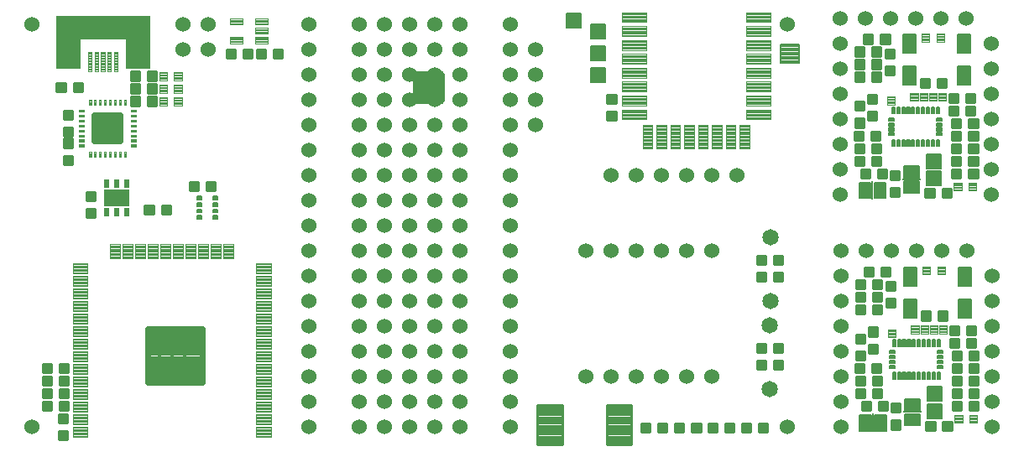
<source format=gbr>
G75*
%MOIN*%
%OFA0B0*%
%FSLAX25Y25*%
%IPPOS*%
%LPD*%
%AMOC8*
5,1,8,0,0,1.08239X$1,22.5*
%
%ADD10C,0.01000*%
%ADD11C,0.00434*%
%ADD12C,0.02402*%
%ADD13C,0.06463*%
%ADD14C,0.01301*%
%ADD15C,0.06000*%
%ADD16R,0.10236X0.06693*%
%ADD17R,0.02165X0.03740*%
%ADD18C,0.01090*%
%ADD19C,0.00516*%
%ADD20C,0.01969*%
%ADD21C,0.00400*%
%ADD22C,0.00464*%
%ADD23C,0.00494*%
%ADD24C,0.00039*%
%ADD25C,0.00461*%
%ADD26C,0.00631*%
%ADD27C,0.00827*%
%ADD28C,0.00538*%
%ADD29C,0.00552*%
%ADD30C,0.00500*%
%ADD31R,0.07200X0.00600*%
%ADD32R,0.00600X0.07200*%
%ADD33C,0.05518*%
D10*
X0162208Y0175069D02*
X0161271Y0176006D01*
X0161271Y0186006D01*
X0162208Y0186944D01*
X0172208Y0186944D01*
X0173146Y0186006D01*
X0173146Y0176006D01*
X0172208Y0175069D01*
X0162208Y0175069D01*
X0161975Y0175302D02*
X0172442Y0175302D01*
X0173146Y0176301D02*
X0161271Y0176301D01*
X0161271Y0177299D02*
X0173146Y0177299D01*
X0173146Y0178298D02*
X0161271Y0178298D01*
X0161271Y0179296D02*
X0173146Y0179296D01*
X0173146Y0180295D02*
X0161271Y0180295D01*
X0161271Y0181293D02*
X0173146Y0181293D01*
X0173146Y0182292D02*
X0161271Y0182292D01*
X0161271Y0183290D02*
X0173146Y0183290D01*
X0173146Y0184289D02*
X0161271Y0184289D01*
X0161271Y0185287D02*
X0173146Y0185287D01*
X0172866Y0186286D02*
X0161551Y0186286D01*
D11*
X0244046Y0184845D02*
X0253658Y0184845D01*
X0244046Y0184845D02*
X0244046Y0188747D01*
X0253658Y0188747D01*
X0253658Y0184845D01*
X0253658Y0185278D02*
X0244046Y0185278D01*
X0244046Y0185711D02*
X0253658Y0185711D01*
X0253658Y0186144D02*
X0244046Y0186144D01*
X0244046Y0186577D02*
X0253658Y0186577D01*
X0253658Y0187010D02*
X0244046Y0187010D01*
X0244046Y0187443D02*
X0253658Y0187443D01*
X0253658Y0187876D02*
X0244046Y0187876D01*
X0244046Y0188309D02*
X0253658Y0188309D01*
X0253658Y0188742D02*
X0244046Y0188742D01*
X0244046Y0190357D02*
X0253658Y0190357D01*
X0244046Y0190357D02*
X0244046Y0194259D01*
X0253658Y0194259D01*
X0253658Y0190357D01*
X0253658Y0190790D02*
X0244046Y0190790D01*
X0244046Y0191223D02*
X0253658Y0191223D01*
X0253658Y0191656D02*
X0244046Y0191656D01*
X0244046Y0192089D02*
X0253658Y0192089D01*
X0253658Y0192522D02*
X0244046Y0192522D01*
X0244046Y0192955D02*
X0253658Y0192955D01*
X0253658Y0193388D02*
X0244046Y0193388D01*
X0244046Y0193821D02*
X0253658Y0193821D01*
X0253658Y0194254D02*
X0244046Y0194254D01*
X0244046Y0195869D02*
X0253658Y0195869D01*
X0244046Y0195869D02*
X0244046Y0199771D01*
X0253658Y0199771D01*
X0253658Y0195869D01*
X0253658Y0196302D02*
X0244046Y0196302D01*
X0244046Y0196735D02*
X0253658Y0196735D01*
X0253658Y0197168D02*
X0244046Y0197168D01*
X0244046Y0197601D02*
X0253658Y0197601D01*
X0253658Y0198034D02*
X0244046Y0198034D01*
X0244046Y0198467D02*
X0253658Y0198467D01*
X0253658Y0198900D02*
X0244046Y0198900D01*
X0244046Y0199333D02*
X0253658Y0199333D01*
X0253658Y0199766D02*
X0244046Y0199766D01*
X0244046Y0201381D02*
X0253658Y0201381D01*
X0244046Y0201381D02*
X0244046Y0205283D01*
X0253658Y0205283D01*
X0253658Y0201381D01*
X0253658Y0201814D02*
X0244046Y0201814D01*
X0244046Y0202247D02*
X0253658Y0202247D01*
X0253658Y0202680D02*
X0244046Y0202680D01*
X0244046Y0203113D02*
X0253658Y0203113D01*
X0253658Y0203546D02*
X0244046Y0203546D01*
X0244046Y0203979D02*
X0253658Y0203979D01*
X0253658Y0204412D02*
X0244046Y0204412D01*
X0244046Y0204845D02*
X0253658Y0204845D01*
X0253658Y0205278D02*
X0244046Y0205278D01*
X0244046Y0206892D02*
X0253658Y0206892D01*
X0244046Y0206892D02*
X0244046Y0210794D01*
X0253658Y0210794D01*
X0253658Y0206892D01*
X0253658Y0207325D02*
X0244046Y0207325D01*
X0244046Y0207758D02*
X0253658Y0207758D01*
X0253658Y0208191D02*
X0244046Y0208191D01*
X0244046Y0208624D02*
X0253658Y0208624D01*
X0253658Y0209057D02*
X0244046Y0209057D01*
X0244046Y0209490D02*
X0253658Y0209490D01*
X0253658Y0209923D02*
X0244046Y0209923D01*
X0244046Y0210356D02*
X0253658Y0210356D01*
X0253658Y0210789D02*
X0244046Y0210789D01*
X0244046Y0179333D02*
X0253658Y0179333D01*
X0244046Y0179333D02*
X0244046Y0183235D01*
X0253658Y0183235D01*
X0253658Y0179333D01*
X0253658Y0179766D02*
X0244046Y0179766D01*
X0244046Y0180199D02*
X0253658Y0180199D01*
X0253658Y0180632D02*
X0244046Y0180632D01*
X0244046Y0181065D02*
X0253658Y0181065D01*
X0253658Y0181498D02*
X0244046Y0181498D01*
X0244046Y0181931D02*
X0253658Y0181931D01*
X0253658Y0182364D02*
X0244046Y0182364D01*
X0244046Y0182797D02*
X0253658Y0182797D01*
X0253658Y0183230D02*
X0244046Y0183230D01*
X0244046Y0173822D02*
X0253658Y0173822D01*
X0244046Y0173822D02*
X0244046Y0177724D01*
X0253658Y0177724D01*
X0253658Y0173822D01*
X0253658Y0174255D02*
X0244046Y0174255D01*
X0244046Y0174688D02*
X0253658Y0174688D01*
X0253658Y0175121D02*
X0244046Y0175121D01*
X0244046Y0175554D02*
X0253658Y0175554D01*
X0253658Y0175987D02*
X0244046Y0175987D01*
X0244046Y0176420D02*
X0253658Y0176420D01*
X0253658Y0176853D02*
X0244046Y0176853D01*
X0244046Y0177286D02*
X0253658Y0177286D01*
X0253658Y0177719D02*
X0244046Y0177719D01*
X0244046Y0168310D02*
X0253658Y0168310D01*
X0244046Y0168310D02*
X0244046Y0172212D01*
X0253658Y0172212D01*
X0253658Y0168310D01*
X0253658Y0168743D02*
X0244046Y0168743D01*
X0244046Y0169176D02*
X0253658Y0169176D01*
X0253658Y0169609D02*
X0244046Y0169609D01*
X0244046Y0170042D02*
X0253658Y0170042D01*
X0253658Y0170475D02*
X0244046Y0170475D01*
X0244046Y0170908D02*
X0253658Y0170908D01*
X0253658Y0171341D02*
X0244046Y0171341D01*
X0244046Y0171774D02*
X0253658Y0171774D01*
X0253658Y0172207D02*
X0244046Y0172207D01*
X0256118Y0166208D02*
X0256118Y0156596D01*
X0252216Y0156596D01*
X0252216Y0166208D01*
X0256118Y0166208D01*
X0256118Y0157029D02*
X0252216Y0157029D01*
X0252216Y0157462D02*
X0256118Y0157462D01*
X0256118Y0157895D02*
X0252216Y0157895D01*
X0252216Y0158328D02*
X0256118Y0158328D01*
X0256118Y0158761D02*
X0252216Y0158761D01*
X0252216Y0159194D02*
X0256118Y0159194D01*
X0256118Y0159627D02*
X0252216Y0159627D01*
X0252216Y0160060D02*
X0256118Y0160060D01*
X0256118Y0160493D02*
X0252216Y0160493D01*
X0252216Y0160926D02*
X0256118Y0160926D01*
X0256118Y0161359D02*
X0252216Y0161359D01*
X0252216Y0161792D02*
X0256118Y0161792D01*
X0256118Y0162225D02*
X0252216Y0162225D01*
X0252216Y0162658D02*
X0256118Y0162658D01*
X0256118Y0163091D02*
X0252216Y0163091D01*
X0252216Y0163524D02*
X0256118Y0163524D01*
X0256118Y0163957D02*
X0252216Y0163957D01*
X0252216Y0164390D02*
X0256118Y0164390D01*
X0256118Y0164823D02*
X0252216Y0164823D01*
X0252216Y0165256D02*
X0256118Y0165256D01*
X0256118Y0165689D02*
X0252216Y0165689D01*
X0252216Y0166122D02*
X0256118Y0166122D01*
X0261630Y0166208D02*
X0261630Y0156596D01*
X0257728Y0156596D01*
X0257728Y0166208D01*
X0261630Y0166208D01*
X0261630Y0157029D02*
X0257728Y0157029D01*
X0257728Y0157462D02*
X0261630Y0157462D01*
X0261630Y0157895D02*
X0257728Y0157895D01*
X0257728Y0158328D02*
X0261630Y0158328D01*
X0261630Y0158761D02*
X0257728Y0158761D01*
X0257728Y0159194D02*
X0261630Y0159194D01*
X0261630Y0159627D02*
X0257728Y0159627D01*
X0257728Y0160060D02*
X0261630Y0160060D01*
X0261630Y0160493D02*
X0257728Y0160493D01*
X0257728Y0160926D02*
X0261630Y0160926D01*
X0261630Y0161359D02*
X0257728Y0161359D01*
X0257728Y0161792D02*
X0261630Y0161792D01*
X0261630Y0162225D02*
X0257728Y0162225D01*
X0257728Y0162658D02*
X0261630Y0162658D01*
X0261630Y0163091D02*
X0257728Y0163091D01*
X0257728Y0163524D02*
X0261630Y0163524D01*
X0261630Y0163957D02*
X0257728Y0163957D01*
X0257728Y0164390D02*
X0261630Y0164390D01*
X0261630Y0164823D02*
X0257728Y0164823D01*
X0257728Y0165256D02*
X0261630Y0165256D01*
X0261630Y0165689D02*
X0257728Y0165689D01*
X0257728Y0166122D02*
X0261630Y0166122D01*
X0267142Y0166208D02*
X0267142Y0156596D01*
X0263240Y0156596D01*
X0263240Y0166208D01*
X0267142Y0166208D01*
X0267142Y0157029D02*
X0263240Y0157029D01*
X0263240Y0157462D02*
X0267142Y0157462D01*
X0267142Y0157895D02*
X0263240Y0157895D01*
X0263240Y0158328D02*
X0267142Y0158328D01*
X0267142Y0158761D02*
X0263240Y0158761D01*
X0263240Y0159194D02*
X0267142Y0159194D01*
X0267142Y0159627D02*
X0263240Y0159627D01*
X0263240Y0160060D02*
X0267142Y0160060D01*
X0267142Y0160493D02*
X0263240Y0160493D01*
X0263240Y0160926D02*
X0267142Y0160926D01*
X0267142Y0161359D02*
X0263240Y0161359D01*
X0263240Y0161792D02*
X0267142Y0161792D01*
X0267142Y0162225D02*
X0263240Y0162225D01*
X0263240Y0162658D02*
X0267142Y0162658D01*
X0267142Y0163091D02*
X0263240Y0163091D01*
X0263240Y0163524D02*
X0267142Y0163524D01*
X0267142Y0163957D02*
X0263240Y0163957D01*
X0263240Y0164390D02*
X0267142Y0164390D01*
X0267142Y0164823D02*
X0263240Y0164823D01*
X0263240Y0165256D02*
X0267142Y0165256D01*
X0267142Y0165689D02*
X0263240Y0165689D01*
X0263240Y0166122D02*
X0267142Y0166122D01*
X0272653Y0166208D02*
X0272653Y0156596D01*
X0268751Y0156596D01*
X0268751Y0166208D01*
X0272653Y0166208D01*
X0272653Y0157029D02*
X0268751Y0157029D01*
X0268751Y0157462D02*
X0272653Y0157462D01*
X0272653Y0157895D02*
X0268751Y0157895D01*
X0268751Y0158328D02*
X0272653Y0158328D01*
X0272653Y0158761D02*
X0268751Y0158761D01*
X0268751Y0159194D02*
X0272653Y0159194D01*
X0272653Y0159627D02*
X0268751Y0159627D01*
X0268751Y0160060D02*
X0272653Y0160060D01*
X0272653Y0160493D02*
X0268751Y0160493D01*
X0268751Y0160926D02*
X0272653Y0160926D01*
X0272653Y0161359D02*
X0268751Y0161359D01*
X0268751Y0161792D02*
X0272653Y0161792D01*
X0272653Y0162225D02*
X0268751Y0162225D01*
X0268751Y0162658D02*
X0272653Y0162658D01*
X0272653Y0163091D02*
X0268751Y0163091D01*
X0268751Y0163524D02*
X0272653Y0163524D01*
X0272653Y0163957D02*
X0268751Y0163957D01*
X0268751Y0164390D02*
X0272653Y0164390D01*
X0272653Y0164823D02*
X0268751Y0164823D01*
X0268751Y0165256D02*
X0272653Y0165256D01*
X0272653Y0165689D02*
X0268751Y0165689D01*
X0268751Y0166122D02*
X0272653Y0166122D01*
X0278165Y0166208D02*
X0278165Y0156596D01*
X0274263Y0156596D01*
X0274263Y0166208D01*
X0278165Y0166208D01*
X0278165Y0157029D02*
X0274263Y0157029D01*
X0274263Y0157462D02*
X0278165Y0157462D01*
X0278165Y0157895D02*
X0274263Y0157895D01*
X0274263Y0158328D02*
X0278165Y0158328D01*
X0278165Y0158761D02*
X0274263Y0158761D01*
X0274263Y0159194D02*
X0278165Y0159194D01*
X0278165Y0159627D02*
X0274263Y0159627D01*
X0274263Y0160060D02*
X0278165Y0160060D01*
X0278165Y0160493D02*
X0274263Y0160493D01*
X0274263Y0160926D02*
X0278165Y0160926D01*
X0278165Y0161359D02*
X0274263Y0161359D01*
X0274263Y0161792D02*
X0278165Y0161792D01*
X0278165Y0162225D02*
X0274263Y0162225D01*
X0274263Y0162658D02*
X0278165Y0162658D01*
X0278165Y0163091D02*
X0274263Y0163091D01*
X0274263Y0163524D02*
X0278165Y0163524D01*
X0278165Y0163957D02*
X0274263Y0163957D01*
X0274263Y0164390D02*
X0278165Y0164390D01*
X0278165Y0164823D02*
X0274263Y0164823D01*
X0274263Y0165256D02*
X0278165Y0165256D01*
X0278165Y0165689D02*
X0274263Y0165689D01*
X0274263Y0166122D02*
X0278165Y0166122D01*
X0283677Y0166208D02*
X0283677Y0156596D01*
X0279775Y0156596D01*
X0279775Y0166208D01*
X0283677Y0166208D01*
X0283677Y0157029D02*
X0279775Y0157029D01*
X0279775Y0157462D02*
X0283677Y0157462D01*
X0283677Y0157895D02*
X0279775Y0157895D01*
X0279775Y0158328D02*
X0283677Y0158328D01*
X0283677Y0158761D02*
X0279775Y0158761D01*
X0279775Y0159194D02*
X0283677Y0159194D01*
X0283677Y0159627D02*
X0279775Y0159627D01*
X0279775Y0160060D02*
X0283677Y0160060D01*
X0283677Y0160493D02*
X0279775Y0160493D01*
X0279775Y0160926D02*
X0283677Y0160926D01*
X0283677Y0161359D02*
X0279775Y0161359D01*
X0279775Y0161792D02*
X0283677Y0161792D01*
X0283677Y0162225D02*
X0279775Y0162225D01*
X0279775Y0162658D02*
X0283677Y0162658D01*
X0283677Y0163091D02*
X0279775Y0163091D01*
X0279775Y0163524D02*
X0283677Y0163524D01*
X0283677Y0163957D02*
X0279775Y0163957D01*
X0279775Y0164390D02*
X0283677Y0164390D01*
X0283677Y0164823D02*
X0279775Y0164823D01*
X0279775Y0165256D02*
X0283677Y0165256D01*
X0283677Y0165689D02*
X0279775Y0165689D01*
X0279775Y0166122D02*
X0283677Y0166122D01*
X0289189Y0166208D02*
X0289189Y0156596D01*
X0285287Y0156596D01*
X0285287Y0166208D01*
X0289189Y0166208D01*
X0289189Y0157029D02*
X0285287Y0157029D01*
X0285287Y0157462D02*
X0289189Y0157462D01*
X0289189Y0157895D02*
X0285287Y0157895D01*
X0285287Y0158328D02*
X0289189Y0158328D01*
X0289189Y0158761D02*
X0285287Y0158761D01*
X0285287Y0159194D02*
X0289189Y0159194D01*
X0289189Y0159627D02*
X0285287Y0159627D01*
X0285287Y0160060D02*
X0289189Y0160060D01*
X0289189Y0160493D02*
X0285287Y0160493D01*
X0285287Y0160926D02*
X0289189Y0160926D01*
X0289189Y0161359D02*
X0285287Y0161359D01*
X0285287Y0161792D02*
X0289189Y0161792D01*
X0289189Y0162225D02*
X0285287Y0162225D01*
X0285287Y0162658D02*
X0289189Y0162658D01*
X0289189Y0163091D02*
X0285287Y0163091D01*
X0285287Y0163524D02*
X0289189Y0163524D01*
X0289189Y0163957D02*
X0285287Y0163957D01*
X0285287Y0164390D02*
X0289189Y0164390D01*
X0289189Y0164823D02*
X0285287Y0164823D01*
X0285287Y0165256D02*
X0289189Y0165256D01*
X0289189Y0165689D02*
X0285287Y0165689D01*
X0285287Y0166122D02*
X0289189Y0166122D01*
X0294701Y0166208D02*
X0294701Y0156596D01*
X0290799Y0156596D01*
X0290799Y0166208D01*
X0294701Y0166208D01*
X0294701Y0157029D02*
X0290799Y0157029D01*
X0290799Y0157462D02*
X0294701Y0157462D01*
X0294701Y0157895D02*
X0290799Y0157895D01*
X0290799Y0158328D02*
X0294701Y0158328D01*
X0294701Y0158761D02*
X0290799Y0158761D01*
X0290799Y0159194D02*
X0294701Y0159194D01*
X0294701Y0159627D02*
X0290799Y0159627D01*
X0290799Y0160060D02*
X0294701Y0160060D01*
X0294701Y0160493D02*
X0290799Y0160493D01*
X0290799Y0160926D02*
X0294701Y0160926D01*
X0294701Y0161359D02*
X0290799Y0161359D01*
X0290799Y0161792D02*
X0294701Y0161792D01*
X0294701Y0162225D02*
X0290799Y0162225D01*
X0290799Y0162658D02*
X0294701Y0162658D01*
X0294701Y0163091D02*
X0290799Y0163091D01*
X0290799Y0163524D02*
X0294701Y0163524D01*
X0294701Y0163957D02*
X0290799Y0163957D01*
X0290799Y0164390D02*
X0294701Y0164390D01*
X0294701Y0164823D02*
X0290799Y0164823D01*
X0290799Y0165256D02*
X0294701Y0165256D01*
X0294701Y0165689D02*
X0290799Y0165689D01*
X0290799Y0166122D02*
X0294701Y0166122D01*
X0293259Y0168310D02*
X0302871Y0168310D01*
X0293259Y0168310D02*
X0293259Y0172212D01*
X0302871Y0172212D01*
X0302871Y0168310D01*
X0302871Y0168743D02*
X0293259Y0168743D01*
X0293259Y0169176D02*
X0302871Y0169176D01*
X0302871Y0169609D02*
X0293259Y0169609D01*
X0293259Y0170042D02*
X0302871Y0170042D01*
X0302871Y0170475D02*
X0293259Y0170475D01*
X0293259Y0170908D02*
X0302871Y0170908D01*
X0302871Y0171341D02*
X0293259Y0171341D01*
X0293259Y0171774D02*
X0302871Y0171774D01*
X0302871Y0172207D02*
X0293259Y0172207D01*
X0293259Y0173822D02*
X0302871Y0173822D01*
X0293259Y0173822D02*
X0293259Y0177724D01*
X0302871Y0177724D01*
X0302871Y0173822D01*
X0302871Y0174255D02*
X0293259Y0174255D01*
X0293259Y0174688D02*
X0302871Y0174688D01*
X0302871Y0175121D02*
X0293259Y0175121D01*
X0293259Y0175554D02*
X0302871Y0175554D01*
X0302871Y0175987D02*
X0293259Y0175987D01*
X0293259Y0176420D02*
X0302871Y0176420D01*
X0302871Y0176853D02*
X0293259Y0176853D01*
X0293259Y0177286D02*
X0302871Y0177286D01*
X0302871Y0177719D02*
X0293259Y0177719D01*
X0293259Y0179333D02*
X0302871Y0179333D01*
X0293259Y0179333D02*
X0293259Y0183235D01*
X0302871Y0183235D01*
X0302871Y0179333D01*
X0302871Y0179766D02*
X0293259Y0179766D01*
X0293259Y0180199D02*
X0302871Y0180199D01*
X0302871Y0180632D02*
X0293259Y0180632D01*
X0293259Y0181065D02*
X0302871Y0181065D01*
X0302871Y0181498D02*
X0293259Y0181498D01*
X0293259Y0181931D02*
X0302871Y0181931D01*
X0302871Y0182364D02*
X0293259Y0182364D01*
X0293259Y0182797D02*
X0302871Y0182797D01*
X0302871Y0183230D02*
X0293259Y0183230D01*
X0293259Y0184845D02*
X0302871Y0184845D01*
X0293259Y0184845D02*
X0293259Y0188747D01*
X0302871Y0188747D01*
X0302871Y0184845D01*
X0302871Y0185278D02*
X0293259Y0185278D01*
X0293259Y0185711D02*
X0302871Y0185711D01*
X0302871Y0186144D02*
X0293259Y0186144D01*
X0293259Y0186577D02*
X0302871Y0186577D01*
X0302871Y0187010D02*
X0293259Y0187010D01*
X0293259Y0187443D02*
X0302871Y0187443D01*
X0302871Y0187876D02*
X0293259Y0187876D01*
X0293259Y0188309D02*
X0302871Y0188309D01*
X0302871Y0188742D02*
X0293259Y0188742D01*
X0293259Y0190357D02*
X0302871Y0190357D01*
X0293259Y0190357D02*
X0293259Y0194259D01*
X0302871Y0194259D01*
X0302871Y0190357D01*
X0302871Y0190790D02*
X0293259Y0190790D01*
X0293259Y0191223D02*
X0302871Y0191223D01*
X0302871Y0191656D02*
X0293259Y0191656D01*
X0293259Y0192089D02*
X0302871Y0192089D01*
X0302871Y0192522D02*
X0293259Y0192522D01*
X0293259Y0192955D02*
X0302871Y0192955D01*
X0302871Y0193388D02*
X0293259Y0193388D01*
X0293259Y0193821D02*
X0302871Y0193821D01*
X0302871Y0194254D02*
X0293259Y0194254D01*
X0293259Y0195869D02*
X0302871Y0195869D01*
X0293259Y0195869D02*
X0293259Y0199771D01*
X0302871Y0199771D01*
X0302871Y0195869D01*
X0302871Y0196302D02*
X0293259Y0196302D01*
X0293259Y0196735D02*
X0302871Y0196735D01*
X0302871Y0197168D02*
X0293259Y0197168D01*
X0293259Y0197601D02*
X0302871Y0197601D01*
X0302871Y0198034D02*
X0293259Y0198034D01*
X0293259Y0198467D02*
X0302871Y0198467D01*
X0302871Y0198900D02*
X0293259Y0198900D01*
X0293259Y0199333D02*
X0302871Y0199333D01*
X0302871Y0199766D02*
X0293259Y0199766D01*
X0293259Y0201381D02*
X0302871Y0201381D01*
X0293259Y0201381D02*
X0293259Y0205283D01*
X0302871Y0205283D01*
X0302871Y0201381D01*
X0302871Y0201814D02*
X0293259Y0201814D01*
X0293259Y0202247D02*
X0302871Y0202247D01*
X0302871Y0202680D02*
X0293259Y0202680D01*
X0293259Y0203113D02*
X0302871Y0203113D01*
X0302871Y0203546D02*
X0293259Y0203546D01*
X0293259Y0203979D02*
X0302871Y0203979D01*
X0302871Y0204412D02*
X0293259Y0204412D01*
X0293259Y0204845D02*
X0302871Y0204845D01*
X0302871Y0205278D02*
X0293259Y0205278D01*
X0293259Y0206892D02*
X0302871Y0206892D01*
X0293259Y0206892D02*
X0293259Y0210794D01*
X0302871Y0210794D01*
X0302871Y0206892D01*
X0302871Y0207325D02*
X0293259Y0207325D01*
X0293259Y0207758D02*
X0302871Y0207758D01*
X0302871Y0208191D02*
X0293259Y0208191D01*
X0293259Y0208624D02*
X0302871Y0208624D01*
X0302871Y0209057D02*
X0293259Y0209057D01*
X0293259Y0209490D02*
X0302871Y0209490D01*
X0302871Y0209923D02*
X0293259Y0209923D01*
X0293259Y0210356D02*
X0302871Y0210356D01*
X0302871Y0210789D02*
X0293259Y0210789D01*
X0104687Y0111023D02*
X0098815Y0111023D01*
X0104687Y0111023D02*
X0104687Y0107121D01*
X0098815Y0107121D01*
X0098815Y0111023D01*
X0098815Y0107554D02*
X0104687Y0107554D01*
X0104687Y0107987D02*
X0098815Y0107987D01*
X0098815Y0108420D02*
X0104687Y0108420D01*
X0104687Y0108853D02*
X0098815Y0108853D01*
X0098815Y0109286D02*
X0104687Y0109286D01*
X0104687Y0109719D02*
X0098815Y0109719D01*
X0098815Y0110152D02*
X0104687Y0110152D01*
X0104687Y0110585D02*
X0098815Y0110585D01*
X0098815Y0111018D02*
X0104687Y0111018D01*
X0104687Y0106023D02*
X0098815Y0106023D01*
X0104687Y0106023D02*
X0104687Y0102121D01*
X0098815Y0102121D01*
X0098815Y0106023D01*
X0098815Y0102554D02*
X0104687Y0102554D01*
X0104687Y0102987D02*
X0098815Y0102987D01*
X0098815Y0103420D02*
X0104687Y0103420D01*
X0104687Y0103853D02*
X0098815Y0103853D01*
X0098815Y0104286D02*
X0104687Y0104286D01*
X0104687Y0104719D02*
X0098815Y0104719D01*
X0098815Y0105152D02*
X0104687Y0105152D01*
X0104687Y0105585D02*
X0098815Y0105585D01*
X0098815Y0106018D02*
X0104687Y0106018D01*
X0104687Y0101023D02*
X0098815Y0101023D01*
X0104687Y0101023D02*
X0104687Y0097121D01*
X0098815Y0097121D01*
X0098815Y0101023D01*
X0098815Y0097554D02*
X0104687Y0097554D01*
X0104687Y0097987D02*
X0098815Y0097987D01*
X0098815Y0098420D02*
X0104687Y0098420D01*
X0104687Y0098853D02*
X0098815Y0098853D01*
X0098815Y0099286D02*
X0104687Y0099286D01*
X0104687Y0099719D02*
X0098815Y0099719D01*
X0098815Y0100152D02*
X0104687Y0100152D01*
X0104687Y0100585D02*
X0098815Y0100585D01*
X0098815Y0101018D02*
X0104687Y0101018D01*
X0104687Y0096023D02*
X0098815Y0096023D01*
X0104687Y0096023D02*
X0104687Y0092121D01*
X0098815Y0092121D01*
X0098815Y0096023D01*
X0098815Y0092554D02*
X0104687Y0092554D01*
X0104687Y0092987D02*
X0098815Y0092987D01*
X0098815Y0093420D02*
X0104687Y0093420D01*
X0104687Y0093853D02*
X0098815Y0093853D01*
X0098815Y0094286D02*
X0104687Y0094286D01*
X0104687Y0094719D02*
X0098815Y0094719D01*
X0098815Y0095152D02*
X0104687Y0095152D01*
X0104687Y0095585D02*
X0098815Y0095585D01*
X0098815Y0096018D02*
X0104687Y0096018D01*
X0104687Y0091023D02*
X0098815Y0091023D01*
X0104687Y0091023D02*
X0104687Y0087121D01*
X0098815Y0087121D01*
X0098815Y0091023D01*
X0098815Y0087554D02*
X0104687Y0087554D01*
X0104687Y0087987D02*
X0098815Y0087987D01*
X0098815Y0088420D02*
X0104687Y0088420D01*
X0104687Y0088853D02*
X0098815Y0088853D01*
X0098815Y0089286D02*
X0104687Y0089286D01*
X0104687Y0089719D02*
X0098815Y0089719D01*
X0098815Y0090152D02*
X0104687Y0090152D01*
X0104687Y0090585D02*
X0098815Y0090585D01*
X0098815Y0091018D02*
X0104687Y0091018D01*
X0104687Y0086023D02*
X0098815Y0086023D01*
X0104687Y0086023D02*
X0104687Y0082121D01*
X0098815Y0082121D01*
X0098815Y0086023D01*
X0098815Y0082554D02*
X0104687Y0082554D01*
X0104687Y0082987D02*
X0098815Y0082987D01*
X0098815Y0083420D02*
X0104687Y0083420D01*
X0104687Y0083853D02*
X0098815Y0083853D01*
X0098815Y0084286D02*
X0104687Y0084286D01*
X0104687Y0084719D02*
X0098815Y0084719D01*
X0098815Y0085152D02*
X0104687Y0085152D01*
X0104687Y0085585D02*
X0098815Y0085585D01*
X0098815Y0086018D02*
X0104687Y0086018D01*
X0104687Y0081023D02*
X0098815Y0081023D01*
X0104687Y0081023D02*
X0104687Y0077121D01*
X0098815Y0077121D01*
X0098815Y0081023D01*
X0098815Y0077554D02*
X0104687Y0077554D01*
X0104687Y0077987D02*
X0098815Y0077987D01*
X0098815Y0078420D02*
X0104687Y0078420D01*
X0104687Y0078853D02*
X0098815Y0078853D01*
X0098815Y0079286D02*
X0104687Y0079286D01*
X0104687Y0079719D02*
X0098815Y0079719D01*
X0098815Y0080152D02*
X0104687Y0080152D01*
X0104687Y0080585D02*
X0098815Y0080585D01*
X0098815Y0081018D02*
X0104687Y0081018D01*
X0104687Y0076023D02*
X0098815Y0076023D01*
X0104687Y0076023D02*
X0104687Y0072121D01*
X0098815Y0072121D01*
X0098815Y0076023D01*
X0098815Y0072554D02*
X0104687Y0072554D01*
X0104687Y0072987D02*
X0098815Y0072987D01*
X0098815Y0073420D02*
X0104687Y0073420D01*
X0104687Y0073853D02*
X0098815Y0073853D01*
X0098815Y0074286D02*
X0104687Y0074286D01*
X0104687Y0074719D02*
X0098815Y0074719D01*
X0098815Y0075152D02*
X0104687Y0075152D01*
X0104687Y0075585D02*
X0098815Y0075585D01*
X0098815Y0076018D02*
X0104687Y0076018D01*
X0104687Y0071023D02*
X0098815Y0071023D01*
X0104687Y0071023D02*
X0104687Y0067121D01*
X0098815Y0067121D01*
X0098815Y0071023D01*
X0098815Y0067554D02*
X0104687Y0067554D01*
X0104687Y0067987D02*
X0098815Y0067987D01*
X0098815Y0068420D02*
X0104687Y0068420D01*
X0104687Y0068853D02*
X0098815Y0068853D01*
X0098815Y0069286D02*
X0104687Y0069286D01*
X0104687Y0069719D02*
X0098815Y0069719D01*
X0098815Y0070152D02*
X0104687Y0070152D01*
X0104687Y0070585D02*
X0098815Y0070585D01*
X0098815Y0071018D02*
X0104687Y0071018D01*
X0104687Y0066023D02*
X0098815Y0066023D01*
X0104687Y0066023D02*
X0104687Y0062121D01*
X0098815Y0062121D01*
X0098815Y0066023D01*
X0098815Y0062554D02*
X0104687Y0062554D01*
X0104687Y0062987D02*
X0098815Y0062987D01*
X0098815Y0063420D02*
X0104687Y0063420D01*
X0104687Y0063853D02*
X0098815Y0063853D01*
X0098815Y0064286D02*
X0104687Y0064286D01*
X0104687Y0064719D02*
X0098815Y0064719D01*
X0098815Y0065152D02*
X0104687Y0065152D01*
X0104687Y0065585D02*
X0098815Y0065585D01*
X0098815Y0066018D02*
X0104687Y0066018D01*
X0104687Y0061023D02*
X0098815Y0061023D01*
X0104687Y0061023D02*
X0104687Y0057121D01*
X0098815Y0057121D01*
X0098815Y0061023D01*
X0098815Y0057554D02*
X0104687Y0057554D01*
X0104687Y0057987D02*
X0098815Y0057987D01*
X0098815Y0058420D02*
X0104687Y0058420D01*
X0104687Y0058853D02*
X0098815Y0058853D01*
X0098815Y0059286D02*
X0104687Y0059286D01*
X0104687Y0059719D02*
X0098815Y0059719D01*
X0098815Y0060152D02*
X0104687Y0060152D01*
X0104687Y0060585D02*
X0098815Y0060585D01*
X0098815Y0061018D02*
X0104687Y0061018D01*
X0104687Y0056023D02*
X0098815Y0056023D01*
X0104687Y0056023D02*
X0104687Y0052121D01*
X0098815Y0052121D01*
X0098815Y0056023D01*
X0098815Y0052554D02*
X0104687Y0052554D01*
X0104687Y0052987D02*
X0098815Y0052987D01*
X0098815Y0053420D02*
X0104687Y0053420D01*
X0104687Y0053853D02*
X0098815Y0053853D01*
X0098815Y0054286D02*
X0104687Y0054286D01*
X0104687Y0054719D02*
X0098815Y0054719D01*
X0098815Y0055152D02*
X0104687Y0055152D01*
X0104687Y0055585D02*
X0098815Y0055585D01*
X0098815Y0056018D02*
X0104687Y0056018D01*
X0104687Y0051023D02*
X0098815Y0051023D01*
X0104687Y0051023D02*
X0104687Y0047121D01*
X0098815Y0047121D01*
X0098815Y0051023D01*
X0098815Y0047554D02*
X0104687Y0047554D01*
X0104687Y0047987D02*
X0098815Y0047987D01*
X0098815Y0048420D02*
X0104687Y0048420D01*
X0104687Y0048853D02*
X0098815Y0048853D01*
X0098815Y0049286D02*
X0104687Y0049286D01*
X0104687Y0049719D02*
X0098815Y0049719D01*
X0098815Y0050152D02*
X0104687Y0050152D01*
X0104687Y0050585D02*
X0098815Y0050585D01*
X0098815Y0051018D02*
X0104687Y0051018D01*
X0104687Y0046023D02*
X0098815Y0046023D01*
X0104687Y0046023D02*
X0104687Y0042121D01*
X0098815Y0042121D01*
X0098815Y0046023D01*
X0098815Y0042554D02*
X0104687Y0042554D01*
X0104687Y0042987D02*
X0098815Y0042987D01*
X0098815Y0043420D02*
X0104687Y0043420D01*
X0104687Y0043853D02*
X0098815Y0043853D01*
X0098815Y0044286D02*
X0104687Y0044286D01*
X0104687Y0044719D02*
X0098815Y0044719D01*
X0098815Y0045152D02*
X0104687Y0045152D01*
X0104687Y0045585D02*
X0098815Y0045585D01*
X0098815Y0046018D02*
X0104687Y0046018D01*
X0031852Y0046023D02*
X0025980Y0046023D01*
X0031852Y0046023D02*
X0031852Y0042121D01*
X0025980Y0042121D01*
X0025980Y0046023D01*
X0025980Y0042554D02*
X0031852Y0042554D01*
X0031852Y0042987D02*
X0025980Y0042987D01*
X0025980Y0043420D02*
X0031852Y0043420D01*
X0031852Y0043853D02*
X0025980Y0043853D01*
X0025980Y0044286D02*
X0031852Y0044286D01*
X0031852Y0044719D02*
X0025980Y0044719D01*
X0025980Y0045152D02*
X0031852Y0045152D01*
X0031852Y0045585D02*
X0025980Y0045585D01*
X0025980Y0046018D02*
X0031852Y0046018D01*
X0031852Y0051023D02*
X0025980Y0051023D01*
X0031852Y0051023D02*
X0031852Y0047121D01*
X0025980Y0047121D01*
X0025980Y0051023D01*
X0025980Y0047554D02*
X0031852Y0047554D01*
X0031852Y0047987D02*
X0025980Y0047987D01*
X0025980Y0048420D02*
X0031852Y0048420D01*
X0031852Y0048853D02*
X0025980Y0048853D01*
X0025980Y0049286D02*
X0031852Y0049286D01*
X0031852Y0049719D02*
X0025980Y0049719D01*
X0025980Y0050152D02*
X0031852Y0050152D01*
X0031852Y0050585D02*
X0025980Y0050585D01*
X0025980Y0051018D02*
X0031852Y0051018D01*
X0031852Y0056023D02*
X0025980Y0056023D01*
X0031852Y0056023D02*
X0031852Y0052121D01*
X0025980Y0052121D01*
X0025980Y0056023D01*
X0025980Y0052554D02*
X0031852Y0052554D01*
X0031852Y0052987D02*
X0025980Y0052987D01*
X0025980Y0053420D02*
X0031852Y0053420D01*
X0031852Y0053853D02*
X0025980Y0053853D01*
X0025980Y0054286D02*
X0031852Y0054286D01*
X0031852Y0054719D02*
X0025980Y0054719D01*
X0025980Y0055152D02*
X0031852Y0055152D01*
X0031852Y0055585D02*
X0025980Y0055585D01*
X0025980Y0056018D02*
X0031852Y0056018D01*
X0031852Y0061023D02*
X0025980Y0061023D01*
X0031852Y0061023D02*
X0031852Y0057121D01*
X0025980Y0057121D01*
X0025980Y0061023D01*
X0025980Y0057554D02*
X0031852Y0057554D01*
X0031852Y0057987D02*
X0025980Y0057987D01*
X0025980Y0058420D02*
X0031852Y0058420D01*
X0031852Y0058853D02*
X0025980Y0058853D01*
X0025980Y0059286D02*
X0031852Y0059286D01*
X0031852Y0059719D02*
X0025980Y0059719D01*
X0025980Y0060152D02*
X0031852Y0060152D01*
X0031852Y0060585D02*
X0025980Y0060585D01*
X0025980Y0061018D02*
X0031852Y0061018D01*
X0031852Y0066023D02*
X0025980Y0066023D01*
X0031852Y0066023D02*
X0031852Y0062121D01*
X0025980Y0062121D01*
X0025980Y0066023D01*
X0025980Y0062554D02*
X0031852Y0062554D01*
X0031852Y0062987D02*
X0025980Y0062987D01*
X0025980Y0063420D02*
X0031852Y0063420D01*
X0031852Y0063853D02*
X0025980Y0063853D01*
X0025980Y0064286D02*
X0031852Y0064286D01*
X0031852Y0064719D02*
X0025980Y0064719D01*
X0025980Y0065152D02*
X0031852Y0065152D01*
X0031852Y0065585D02*
X0025980Y0065585D01*
X0025980Y0066018D02*
X0031852Y0066018D01*
X0031852Y0071023D02*
X0025980Y0071023D01*
X0031852Y0071023D02*
X0031852Y0067121D01*
X0025980Y0067121D01*
X0025980Y0071023D01*
X0025980Y0067554D02*
X0031852Y0067554D01*
X0031852Y0067987D02*
X0025980Y0067987D01*
X0025980Y0068420D02*
X0031852Y0068420D01*
X0031852Y0068853D02*
X0025980Y0068853D01*
X0025980Y0069286D02*
X0031852Y0069286D01*
X0031852Y0069719D02*
X0025980Y0069719D01*
X0025980Y0070152D02*
X0031852Y0070152D01*
X0031852Y0070585D02*
X0025980Y0070585D01*
X0025980Y0071018D02*
X0031852Y0071018D01*
X0031852Y0076023D02*
X0025980Y0076023D01*
X0031852Y0076023D02*
X0031852Y0072121D01*
X0025980Y0072121D01*
X0025980Y0076023D01*
X0025980Y0072554D02*
X0031852Y0072554D01*
X0031852Y0072987D02*
X0025980Y0072987D01*
X0025980Y0073420D02*
X0031852Y0073420D01*
X0031852Y0073853D02*
X0025980Y0073853D01*
X0025980Y0074286D02*
X0031852Y0074286D01*
X0031852Y0074719D02*
X0025980Y0074719D01*
X0025980Y0075152D02*
X0031852Y0075152D01*
X0031852Y0075585D02*
X0025980Y0075585D01*
X0025980Y0076018D02*
X0031852Y0076018D01*
X0031852Y0081023D02*
X0025980Y0081023D01*
X0031852Y0081023D02*
X0031852Y0077121D01*
X0025980Y0077121D01*
X0025980Y0081023D01*
X0025980Y0077554D02*
X0031852Y0077554D01*
X0031852Y0077987D02*
X0025980Y0077987D01*
X0025980Y0078420D02*
X0031852Y0078420D01*
X0031852Y0078853D02*
X0025980Y0078853D01*
X0025980Y0079286D02*
X0031852Y0079286D01*
X0031852Y0079719D02*
X0025980Y0079719D01*
X0025980Y0080152D02*
X0031852Y0080152D01*
X0031852Y0080585D02*
X0025980Y0080585D01*
X0025980Y0081018D02*
X0031852Y0081018D01*
X0031852Y0086023D02*
X0025980Y0086023D01*
X0031852Y0086023D02*
X0031852Y0082121D01*
X0025980Y0082121D01*
X0025980Y0086023D01*
X0025980Y0082554D02*
X0031852Y0082554D01*
X0031852Y0082987D02*
X0025980Y0082987D01*
X0025980Y0083420D02*
X0031852Y0083420D01*
X0031852Y0083853D02*
X0025980Y0083853D01*
X0025980Y0084286D02*
X0031852Y0084286D01*
X0031852Y0084719D02*
X0025980Y0084719D01*
X0025980Y0085152D02*
X0031852Y0085152D01*
X0031852Y0085585D02*
X0025980Y0085585D01*
X0025980Y0086018D02*
X0031852Y0086018D01*
X0031852Y0091023D02*
X0025980Y0091023D01*
X0031852Y0091023D02*
X0031852Y0087121D01*
X0025980Y0087121D01*
X0025980Y0091023D01*
X0025980Y0087554D02*
X0031852Y0087554D01*
X0031852Y0087987D02*
X0025980Y0087987D01*
X0025980Y0088420D02*
X0031852Y0088420D01*
X0031852Y0088853D02*
X0025980Y0088853D01*
X0025980Y0089286D02*
X0031852Y0089286D01*
X0031852Y0089719D02*
X0025980Y0089719D01*
X0025980Y0090152D02*
X0031852Y0090152D01*
X0031852Y0090585D02*
X0025980Y0090585D01*
X0025980Y0091018D02*
X0031852Y0091018D01*
X0031852Y0096023D02*
X0025980Y0096023D01*
X0031852Y0096023D02*
X0031852Y0092121D01*
X0025980Y0092121D01*
X0025980Y0096023D01*
X0025980Y0092554D02*
X0031852Y0092554D01*
X0031852Y0092987D02*
X0025980Y0092987D01*
X0025980Y0093420D02*
X0031852Y0093420D01*
X0031852Y0093853D02*
X0025980Y0093853D01*
X0025980Y0094286D02*
X0031852Y0094286D01*
X0031852Y0094719D02*
X0025980Y0094719D01*
X0025980Y0095152D02*
X0031852Y0095152D01*
X0031852Y0095585D02*
X0025980Y0095585D01*
X0025980Y0096018D02*
X0031852Y0096018D01*
X0031852Y0101023D02*
X0025980Y0101023D01*
X0031852Y0101023D02*
X0031852Y0097121D01*
X0025980Y0097121D01*
X0025980Y0101023D01*
X0025980Y0097554D02*
X0031852Y0097554D01*
X0031852Y0097987D02*
X0025980Y0097987D01*
X0025980Y0098420D02*
X0031852Y0098420D01*
X0031852Y0098853D02*
X0025980Y0098853D01*
X0025980Y0099286D02*
X0031852Y0099286D01*
X0031852Y0099719D02*
X0025980Y0099719D01*
X0025980Y0100152D02*
X0031852Y0100152D01*
X0031852Y0100585D02*
X0025980Y0100585D01*
X0025980Y0101018D02*
X0031852Y0101018D01*
X0031852Y0106023D02*
X0025980Y0106023D01*
X0031852Y0106023D02*
X0031852Y0102121D01*
X0025980Y0102121D01*
X0025980Y0106023D01*
X0025980Y0102554D02*
X0031852Y0102554D01*
X0031852Y0102987D02*
X0025980Y0102987D01*
X0025980Y0103420D02*
X0031852Y0103420D01*
X0031852Y0103853D02*
X0025980Y0103853D01*
X0025980Y0104286D02*
X0031852Y0104286D01*
X0031852Y0104719D02*
X0025980Y0104719D01*
X0025980Y0105152D02*
X0031852Y0105152D01*
X0031852Y0105585D02*
X0025980Y0105585D01*
X0025980Y0106018D02*
X0031852Y0106018D01*
X0031852Y0111023D02*
X0025980Y0111023D01*
X0031852Y0111023D02*
X0031852Y0107121D01*
X0025980Y0107121D01*
X0025980Y0111023D01*
X0025980Y0107554D02*
X0031852Y0107554D01*
X0031852Y0107987D02*
X0025980Y0107987D01*
X0025980Y0108420D02*
X0031852Y0108420D01*
X0031852Y0108853D02*
X0025980Y0108853D01*
X0025980Y0109286D02*
X0031852Y0109286D01*
X0031852Y0109719D02*
X0025980Y0109719D01*
X0025980Y0110152D02*
X0031852Y0110152D01*
X0031852Y0110585D02*
X0025980Y0110585D01*
X0025980Y0111018D02*
X0031852Y0111018D01*
X0040823Y0112987D02*
X0040823Y0118859D01*
X0044725Y0118859D01*
X0044725Y0112987D01*
X0040823Y0112987D01*
X0040823Y0113420D02*
X0044725Y0113420D01*
X0044725Y0113853D02*
X0040823Y0113853D01*
X0040823Y0114286D02*
X0044725Y0114286D01*
X0044725Y0114719D02*
X0040823Y0114719D01*
X0040823Y0115152D02*
X0044725Y0115152D01*
X0044725Y0115585D02*
X0040823Y0115585D01*
X0040823Y0116018D02*
X0044725Y0116018D01*
X0044725Y0116451D02*
X0040823Y0116451D01*
X0040823Y0116884D02*
X0044725Y0116884D01*
X0044725Y0117317D02*
X0040823Y0117317D01*
X0040823Y0117750D02*
X0044725Y0117750D01*
X0044725Y0118183D02*
X0040823Y0118183D01*
X0040823Y0118616D02*
X0044725Y0118616D01*
X0045823Y0118859D02*
X0045823Y0112987D01*
X0045823Y0118859D02*
X0049725Y0118859D01*
X0049725Y0112987D01*
X0045823Y0112987D01*
X0045823Y0113420D02*
X0049725Y0113420D01*
X0049725Y0113853D02*
X0045823Y0113853D01*
X0045823Y0114286D02*
X0049725Y0114286D01*
X0049725Y0114719D02*
X0045823Y0114719D01*
X0045823Y0115152D02*
X0049725Y0115152D01*
X0049725Y0115585D02*
X0045823Y0115585D01*
X0045823Y0116018D02*
X0049725Y0116018D01*
X0049725Y0116451D02*
X0045823Y0116451D01*
X0045823Y0116884D02*
X0049725Y0116884D01*
X0049725Y0117317D02*
X0045823Y0117317D01*
X0045823Y0117750D02*
X0049725Y0117750D01*
X0049725Y0118183D02*
X0045823Y0118183D01*
X0045823Y0118616D02*
X0049725Y0118616D01*
X0050823Y0118859D02*
X0050823Y0112987D01*
X0050823Y0118859D02*
X0054725Y0118859D01*
X0054725Y0112987D01*
X0050823Y0112987D01*
X0050823Y0113420D02*
X0054725Y0113420D01*
X0054725Y0113853D02*
X0050823Y0113853D01*
X0050823Y0114286D02*
X0054725Y0114286D01*
X0054725Y0114719D02*
X0050823Y0114719D01*
X0050823Y0115152D02*
X0054725Y0115152D01*
X0054725Y0115585D02*
X0050823Y0115585D01*
X0050823Y0116018D02*
X0054725Y0116018D01*
X0054725Y0116451D02*
X0050823Y0116451D01*
X0050823Y0116884D02*
X0054725Y0116884D01*
X0054725Y0117317D02*
X0050823Y0117317D01*
X0050823Y0117750D02*
X0054725Y0117750D01*
X0054725Y0118183D02*
X0050823Y0118183D01*
X0050823Y0118616D02*
X0054725Y0118616D01*
X0055823Y0118859D02*
X0055823Y0112987D01*
X0055823Y0118859D02*
X0059725Y0118859D01*
X0059725Y0112987D01*
X0055823Y0112987D01*
X0055823Y0113420D02*
X0059725Y0113420D01*
X0059725Y0113853D02*
X0055823Y0113853D01*
X0055823Y0114286D02*
X0059725Y0114286D01*
X0059725Y0114719D02*
X0055823Y0114719D01*
X0055823Y0115152D02*
X0059725Y0115152D01*
X0059725Y0115585D02*
X0055823Y0115585D01*
X0055823Y0116018D02*
X0059725Y0116018D01*
X0059725Y0116451D02*
X0055823Y0116451D01*
X0055823Y0116884D02*
X0059725Y0116884D01*
X0059725Y0117317D02*
X0055823Y0117317D01*
X0055823Y0117750D02*
X0059725Y0117750D01*
X0059725Y0118183D02*
X0055823Y0118183D01*
X0055823Y0118616D02*
X0059725Y0118616D01*
X0060823Y0118859D02*
X0060823Y0112987D01*
X0060823Y0118859D02*
X0064725Y0118859D01*
X0064725Y0112987D01*
X0060823Y0112987D01*
X0060823Y0113420D02*
X0064725Y0113420D01*
X0064725Y0113853D02*
X0060823Y0113853D01*
X0060823Y0114286D02*
X0064725Y0114286D01*
X0064725Y0114719D02*
X0060823Y0114719D01*
X0060823Y0115152D02*
X0064725Y0115152D01*
X0064725Y0115585D02*
X0060823Y0115585D01*
X0060823Y0116018D02*
X0064725Y0116018D01*
X0064725Y0116451D02*
X0060823Y0116451D01*
X0060823Y0116884D02*
X0064725Y0116884D01*
X0064725Y0117317D02*
X0060823Y0117317D01*
X0060823Y0117750D02*
X0064725Y0117750D01*
X0064725Y0118183D02*
X0060823Y0118183D01*
X0060823Y0118616D02*
X0064725Y0118616D01*
X0065823Y0118859D02*
X0065823Y0112987D01*
X0065823Y0118859D02*
X0069725Y0118859D01*
X0069725Y0112987D01*
X0065823Y0112987D01*
X0065823Y0113420D02*
X0069725Y0113420D01*
X0069725Y0113853D02*
X0065823Y0113853D01*
X0065823Y0114286D02*
X0069725Y0114286D01*
X0069725Y0114719D02*
X0065823Y0114719D01*
X0065823Y0115152D02*
X0069725Y0115152D01*
X0069725Y0115585D02*
X0065823Y0115585D01*
X0065823Y0116018D02*
X0069725Y0116018D01*
X0069725Y0116451D02*
X0065823Y0116451D01*
X0065823Y0116884D02*
X0069725Y0116884D01*
X0069725Y0117317D02*
X0065823Y0117317D01*
X0065823Y0117750D02*
X0069725Y0117750D01*
X0069725Y0118183D02*
X0065823Y0118183D01*
X0065823Y0118616D02*
X0069725Y0118616D01*
X0070823Y0118859D02*
X0070823Y0112987D01*
X0070823Y0118859D02*
X0074725Y0118859D01*
X0074725Y0112987D01*
X0070823Y0112987D01*
X0070823Y0113420D02*
X0074725Y0113420D01*
X0074725Y0113853D02*
X0070823Y0113853D01*
X0070823Y0114286D02*
X0074725Y0114286D01*
X0074725Y0114719D02*
X0070823Y0114719D01*
X0070823Y0115152D02*
X0074725Y0115152D01*
X0074725Y0115585D02*
X0070823Y0115585D01*
X0070823Y0116018D02*
X0074725Y0116018D01*
X0074725Y0116451D02*
X0070823Y0116451D01*
X0070823Y0116884D02*
X0074725Y0116884D01*
X0074725Y0117317D02*
X0070823Y0117317D01*
X0070823Y0117750D02*
X0074725Y0117750D01*
X0074725Y0118183D02*
X0070823Y0118183D01*
X0070823Y0118616D02*
X0074725Y0118616D01*
X0075823Y0118859D02*
X0075823Y0112987D01*
X0075823Y0118859D02*
X0079725Y0118859D01*
X0079725Y0112987D01*
X0075823Y0112987D01*
X0075823Y0113420D02*
X0079725Y0113420D01*
X0079725Y0113853D02*
X0075823Y0113853D01*
X0075823Y0114286D02*
X0079725Y0114286D01*
X0079725Y0114719D02*
X0075823Y0114719D01*
X0075823Y0115152D02*
X0079725Y0115152D01*
X0079725Y0115585D02*
X0075823Y0115585D01*
X0075823Y0116018D02*
X0079725Y0116018D01*
X0079725Y0116451D02*
X0075823Y0116451D01*
X0075823Y0116884D02*
X0079725Y0116884D01*
X0079725Y0117317D02*
X0075823Y0117317D01*
X0075823Y0117750D02*
X0079725Y0117750D01*
X0079725Y0118183D02*
X0075823Y0118183D01*
X0075823Y0118616D02*
X0079725Y0118616D01*
X0080823Y0118859D02*
X0080823Y0112987D01*
X0080823Y0118859D02*
X0084725Y0118859D01*
X0084725Y0112987D01*
X0080823Y0112987D01*
X0080823Y0113420D02*
X0084725Y0113420D01*
X0084725Y0113853D02*
X0080823Y0113853D01*
X0080823Y0114286D02*
X0084725Y0114286D01*
X0084725Y0114719D02*
X0080823Y0114719D01*
X0080823Y0115152D02*
X0084725Y0115152D01*
X0084725Y0115585D02*
X0080823Y0115585D01*
X0080823Y0116018D02*
X0084725Y0116018D01*
X0084725Y0116451D02*
X0080823Y0116451D01*
X0080823Y0116884D02*
X0084725Y0116884D01*
X0084725Y0117317D02*
X0080823Y0117317D01*
X0080823Y0117750D02*
X0084725Y0117750D01*
X0084725Y0118183D02*
X0080823Y0118183D01*
X0080823Y0118616D02*
X0084725Y0118616D01*
X0085823Y0118859D02*
X0085823Y0112987D01*
X0085823Y0118859D02*
X0089725Y0118859D01*
X0089725Y0112987D01*
X0085823Y0112987D01*
X0085823Y0113420D02*
X0089725Y0113420D01*
X0089725Y0113853D02*
X0085823Y0113853D01*
X0085823Y0114286D02*
X0089725Y0114286D01*
X0089725Y0114719D02*
X0085823Y0114719D01*
X0085823Y0115152D02*
X0089725Y0115152D01*
X0089725Y0115585D02*
X0085823Y0115585D01*
X0085823Y0116018D02*
X0089725Y0116018D01*
X0089725Y0116451D02*
X0085823Y0116451D01*
X0085823Y0116884D02*
X0089725Y0116884D01*
X0089725Y0117317D02*
X0085823Y0117317D01*
X0085823Y0117750D02*
X0089725Y0117750D01*
X0089725Y0118183D02*
X0085823Y0118183D01*
X0085823Y0118616D02*
X0089725Y0118616D01*
D12*
X0077324Y0085197D02*
X0055704Y0085197D01*
X0077324Y0085197D02*
X0077324Y0063577D01*
X0055704Y0063577D01*
X0055704Y0085197D01*
X0055704Y0065978D02*
X0077324Y0065978D01*
X0077324Y0068379D02*
X0055704Y0068379D01*
X0055704Y0070780D02*
X0077324Y0070780D01*
X0077324Y0073181D02*
X0055704Y0073181D01*
X0055704Y0075582D02*
X0077324Y0075582D01*
X0077324Y0077983D02*
X0055704Y0077983D01*
X0055704Y0080384D02*
X0077324Y0080384D01*
X0077324Y0082785D02*
X0055704Y0082785D01*
X0055704Y0085186D02*
X0077324Y0085186D01*
D13*
X0302755Y0086539D03*
X0302912Y0096098D03*
X0302912Y0121433D03*
X0302755Y0061205D03*
D14*
X0023726Y0044178D02*
X0023726Y0041142D01*
X0020690Y0041142D01*
X0020690Y0044178D01*
X0023726Y0044178D01*
X0023726Y0042442D02*
X0020690Y0042442D01*
X0020690Y0043742D02*
X0023726Y0043742D01*
X0023726Y0047835D02*
X0023726Y0050871D01*
X0023726Y0047835D02*
X0020690Y0047835D01*
X0020690Y0050871D01*
X0023726Y0050871D01*
X0023726Y0049135D02*
X0020690Y0049135D01*
X0020690Y0050435D02*
X0023726Y0050435D01*
X0023948Y0052613D02*
X0020912Y0052613D01*
X0020912Y0055649D01*
X0023948Y0055649D01*
X0023948Y0052613D01*
X0023948Y0053913D02*
X0020912Y0053913D01*
X0020912Y0055213D02*
X0023948Y0055213D01*
X0023948Y0057613D02*
X0020912Y0057613D01*
X0020912Y0060649D01*
X0023948Y0060649D01*
X0023948Y0057613D01*
X0023948Y0058913D02*
X0020912Y0058913D01*
X0020912Y0060213D02*
X0023948Y0060213D01*
X0023948Y0062613D02*
X0020912Y0062613D01*
X0020912Y0065649D01*
X0023948Y0065649D01*
X0023948Y0062613D01*
X0023948Y0063913D02*
X0020912Y0063913D01*
X0020912Y0065213D02*
X0023948Y0065213D01*
X0023948Y0067613D02*
X0020912Y0067613D01*
X0020912Y0070649D01*
X0023948Y0070649D01*
X0023948Y0067613D01*
X0023948Y0068913D02*
X0020912Y0068913D01*
X0020912Y0070213D02*
X0023948Y0070213D01*
X0017255Y0067613D02*
X0014219Y0067613D01*
X0014219Y0070649D01*
X0017255Y0070649D01*
X0017255Y0067613D01*
X0017255Y0068913D02*
X0014219Y0068913D01*
X0014219Y0070213D02*
X0017255Y0070213D01*
X0017255Y0062613D02*
X0014219Y0062613D01*
X0014219Y0065649D01*
X0017255Y0065649D01*
X0017255Y0062613D01*
X0017255Y0063913D02*
X0014219Y0063913D01*
X0014219Y0065213D02*
X0017255Y0065213D01*
X0017255Y0057613D02*
X0014219Y0057613D01*
X0014219Y0060649D01*
X0017255Y0060649D01*
X0017255Y0057613D01*
X0017255Y0058913D02*
X0014219Y0058913D01*
X0014219Y0060213D02*
X0017255Y0060213D01*
X0017255Y0052613D02*
X0014219Y0052613D01*
X0014219Y0055649D01*
X0017255Y0055649D01*
X0017255Y0052613D01*
X0017255Y0053913D02*
X0014219Y0053913D01*
X0014219Y0055213D02*
X0017255Y0055213D01*
X0034664Y0129267D02*
X0034664Y0132303D01*
X0034664Y0129267D02*
X0031628Y0129267D01*
X0031628Y0132303D01*
X0034664Y0132303D01*
X0034664Y0130567D02*
X0031628Y0130567D01*
X0031628Y0131867D02*
X0034664Y0131867D01*
X0034664Y0135960D02*
X0034664Y0138996D01*
X0034664Y0135960D02*
X0031628Y0135960D01*
X0031628Y0138996D01*
X0034664Y0138996D01*
X0034664Y0137260D02*
X0031628Y0137260D01*
X0031628Y0138560D02*
X0034664Y0138560D01*
X0025601Y0150517D02*
X0025601Y0153553D01*
X0025601Y0150517D02*
X0022565Y0150517D01*
X0022565Y0153553D01*
X0025601Y0153553D01*
X0025601Y0151817D02*
X0022565Y0151817D01*
X0022565Y0153117D02*
X0025601Y0153117D01*
X0025601Y0157210D02*
X0025601Y0160246D01*
X0025601Y0157210D02*
X0022565Y0157210D01*
X0022565Y0160246D01*
X0025601Y0160246D01*
X0025601Y0158510D02*
X0022565Y0158510D01*
X0022565Y0159810D02*
X0025601Y0159810D01*
X0022565Y0161767D02*
X0022565Y0164803D01*
X0025601Y0164803D01*
X0025601Y0161767D01*
X0022565Y0161767D01*
X0022565Y0163067D02*
X0025601Y0163067D01*
X0025601Y0164367D02*
X0022565Y0164367D01*
X0022565Y0168460D02*
X0022565Y0171496D01*
X0025601Y0171496D01*
X0025601Y0168460D01*
X0022565Y0168460D01*
X0022565Y0169760D02*
X0025601Y0169760D01*
X0025601Y0171060D02*
X0022565Y0171060D01*
X0022880Y0182524D02*
X0019844Y0182524D01*
X0022880Y0182524D02*
X0022880Y0179488D01*
X0019844Y0179488D01*
X0019844Y0182524D01*
X0019844Y0180788D02*
X0022880Y0180788D01*
X0022880Y0182088D02*
X0019844Y0182088D01*
X0026537Y0182524D02*
X0029573Y0182524D01*
X0029573Y0179488D01*
X0026537Y0179488D01*
X0026537Y0182524D01*
X0026537Y0180788D02*
X0029573Y0180788D01*
X0029573Y0182088D02*
X0026537Y0182088D01*
X0049219Y0181899D02*
X0052255Y0181899D01*
X0052255Y0178863D01*
X0049219Y0178863D01*
X0049219Y0181899D01*
X0049219Y0180163D02*
X0052255Y0180163D01*
X0052255Y0181463D02*
X0049219Y0181463D01*
X0049219Y0186899D02*
X0052255Y0186899D01*
X0052255Y0183863D01*
X0049219Y0183863D01*
X0049219Y0186899D01*
X0049219Y0185163D02*
X0052255Y0185163D01*
X0052255Y0186463D02*
X0049219Y0186463D01*
X0055912Y0186899D02*
X0058948Y0186899D01*
X0058948Y0183863D01*
X0055912Y0183863D01*
X0055912Y0186899D01*
X0055912Y0185163D02*
X0058948Y0185163D01*
X0058948Y0186463D02*
X0055912Y0186463D01*
X0055912Y0181899D02*
X0058948Y0181899D01*
X0058948Y0178863D01*
X0055912Y0178863D01*
X0055912Y0181899D01*
X0055912Y0180163D02*
X0058948Y0180163D01*
X0058948Y0181463D02*
X0055912Y0181463D01*
X0055912Y0176899D02*
X0058948Y0176899D01*
X0058948Y0173863D01*
X0055912Y0173863D01*
X0055912Y0176899D01*
X0055912Y0175163D02*
X0058948Y0175163D01*
X0058948Y0176463D02*
X0055912Y0176463D01*
X0052255Y0176899D02*
X0049219Y0176899D01*
X0052255Y0176899D02*
X0052255Y0173863D01*
X0049219Y0173863D01*
X0049219Y0176899D01*
X0049219Y0175163D02*
X0052255Y0175163D01*
X0052255Y0176463D02*
X0049219Y0176463D01*
X0087344Y0192613D02*
X0090380Y0192613D01*
X0087344Y0192613D02*
X0087344Y0195649D01*
X0090380Y0195649D01*
X0090380Y0192613D01*
X0090380Y0193913D02*
X0087344Y0193913D01*
X0087344Y0195213D02*
X0090380Y0195213D01*
X0094037Y0192613D02*
X0097073Y0192613D01*
X0094037Y0192613D02*
X0094037Y0195649D01*
X0097073Y0195649D01*
X0097073Y0192613D01*
X0097073Y0193913D02*
X0094037Y0193913D01*
X0094037Y0195213D02*
X0097073Y0195213D01*
X0099219Y0195649D02*
X0102255Y0195649D01*
X0102255Y0192613D01*
X0099219Y0192613D01*
X0099219Y0195649D01*
X0099219Y0193913D02*
X0102255Y0193913D01*
X0102255Y0195213D02*
X0099219Y0195213D01*
X0105912Y0195649D02*
X0108948Y0195649D01*
X0108948Y0192613D01*
X0105912Y0192613D01*
X0105912Y0195649D01*
X0105912Y0193913D02*
X0108948Y0193913D01*
X0108948Y0195213D02*
X0105912Y0195213D01*
X0082385Y0143149D02*
X0079349Y0143149D01*
X0082385Y0143149D02*
X0082385Y0140113D01*
X0079349Y0140113D01*
X0079349Y0143149D01*
X0079349Y0141413D02*
X0082385Y0141413D01*
X0082385Y0142713D02*
X0079349Y0142713D01*
X0075692Y0143149D02*
X0072656Y0143149D01*
X0075692Y0143149D02*
X0075692Y0140113D01*
X0072656Y0140113D01*
X0072656Y0143149D01*
X0072656Y0141413D02*
X0075692Y0141413D01*
X0075692Y0142713D02*
X0072656Y0142713D01*
X0064573Y0133774D02*
X0061537Y0133774D01*
X0064573Y0133774D02*
X0064573Y0130738D01*
X0061537Y0130738D01*
X0061537Y0133774D01*
X0061537Y0132038D02*
X0064573Y0132038D01*
X0064573Y0133338D02*
X0061537Y0133338D01*
X0057880Y0133774D02*
X0054844Y0133774D01*
X0057880Y0133774D02*
X0057880Y0130738D01*
X0054844Y0130738D01*
X0054844Y0133774D01*
X0054844Y0132038D02*
X0057880Y0132038D01*
X0057880Y0133338D02*
X0054844Y0133338D01*
X0241539Y0168017D02*
X0241539Y0171053D01*
X0241539Y0168017D02*
X0238503Y0168017D01*
X0238503Y0171053D01*
X0241539Y0171053D01*
X0241539Y0169317D02*
X0238503Y0169317D01*
X0238503Y0170617D02*
X0241539Y0170617D01*
X0241539Y0174710D02*
X0241539Y0177746D01*
X0241539Y0174710D02*
X0238503Y0174710D01*
X0238503Y0177746D01*
X0241539Y0177746D01*
X0241539Y0176010D02*
X0238503Y0176010D01*
X0238503Y0177310D02*
X0241539Y0177310D01*
X0339976Y0174933D02*
X0339976Y0171897D01*
X0336940Y0171897D01*
X0336940Y0174933D01*
X0339976Y0174933D01*
X0339976Y0173197D02*
X0336940Y0173197D01*
X0336940Y0174497D02*
X0339976Y0174497D01*
X0344976Y0174710D02*
X0344976Y0177746D01*
X0344976Y0174710D02*
X0341940Y0174710D01*
X0341940Y0177746D01*
X0344976Y0177746D01*
X0344976Y0176010D02*
X0341940Y0176010D01*
X0341940Y0177310D02*
X0344976Y0177310D01*
X0343724Y0186587D02*
X0346760Y0186587D01*
X0346760Y0183551D01*
X0343724Y0183551D01*
X0343724Y0186587D01*
X0343724Y0184851D02*
X0346760Y0184851D01*
X0346760Y0186151D02*
X0343724Y0186151D01*
X0343724Y0191587D02*
X0346760Y0191587D01*
X0346760Y0188551D01*
X0343724Y0188551D01*
X0343724Y0191587D01*
X0343724Y0189851D02*
X0346760Y0189851D01*
X0346760Y0191151D02*
X0343724Y0191151D01*
X0343724Y0196587D02*
X0346760Y0196587D01*
X0346760Y0193551D01*
X0343724Y0193551D01*
X0343724Y0196587D01*
X0343724Y0194851D02*
X0346760Y0194851D01*
X0346760Y0196151D02*
X0343724Y0196151D01*
X0343505Y0198551D02*
X0340469Y0198551D01*
X0340469Y0201587D01*
X0343505Y0201587D01*
X0343505Y0198551D01*
X0343505Y0199851D02*
X0340469Y0199851D01*
X0340469Y0201151D02*
X0343505Y0201151D01*
X0347162Y0198551D02*
X0350198Y0198551D01*
X0347162Y0198551D02*
X0347162Y0201587D01*
X0350198Y0201587D01*
X0350198Y0198551D01*
X0350198Y0199851D02*
X0347162Y0199851D01*
X0347162Y0201151D02*
X0350198Y0201151D01*
X0352164Y0195871D02*
X0352164Y0192835D01*
X0349128Y0192835D01*
X0349128Y0195871D01*
X0352164Y0195871D01*
X0352164Y0194135D02*
X0349128Y0194135D01*
X0349128Y0195435D02*
X0352164Y0195435D01*
X0352164Y0189178D02*
X0352164Y0186142D01*
X0349128Y0186142D01*
X0349128Y0189178D01*
X0352164Y0189178D01*
X0352164Y0187442D02*
X0349128Y0187442D01*
X0349128Y0188742D02*
X0352164Y0188742D01*
X0362969Y0181051D02*
X0366005Y0181051D01*
X0362969Y0181051D02*
X0362969Y0184087D01*
X0366005Y0184087D01*
X0366005Y0181051D01*
X0366005Y0182351D02*
X0362969Y0182351D01*
X0362969Y0183651D02*
X0366005Y0183651D01*
X0369662Y0181051D02*
X0372698Y0181051D01*
X0369662Y0181051D02*
X0369662Y0184087D01*
X0372698Y0184087D01*
X0372698Y0181051D01*
X0372698Y0182351D02*
X0369662Y0182351D01*
X0369662Y0183651D02*
X0372698Y0183651D01*
X0374219Y0178149D02*
X0377255Y0178149D01*
X0377255Y0175113D01*
X0374219Y0175113D01*
X0374219Y0178149D01*
X0374219Y0176413D02*
X0377255Y0176413D01*
X0377255Y0177713D02*
X0374219Y0177713D01*
X0374219Y0173149D02*
X0377255Y0173149D01*
X0377255Y0170113D01*
X0374219Y0170113D01*
X0374219Y0173149D01*
X0374219Y0171413D02*
X0377255Y0171413D01*
X0377255Y0172713D02*
X0374219Y0172713D01*
X0380912Y0173149D02*
X0383948Y0173149D01*
X0383948Y0170113D01*
X0380912Y0170113D01*
X0380912Y0173149D01*
X0380912Y0171413D02*
X0383948Y0171413D01*
X0383948Y0172713D02*
X0380912Y0172713D01*
X0380912Y0178149D02*
X0383948Y0178149D01*
X0383948Y0175113D01*
X0380912Y0175113D01*
X0380912Y0178149D01*
X0380912Y0176413D02*
X0383948Y0176413D01*
X0383948Y0177713D02*
X0380912Y0177713D01*
X0382162Y0165113D02*
X0385198Y0165113D01*
X0382162Y0165113D02*
X0382162Y0168149D01*
X0385198Y0168149D01*
X0385198Y0165113D01*
X0385198Y0166413D02*
X0382162Y0166413D01*
X0382162Y0167713D02*
X0385198Y0167713D01*
X0378505Y0165113D02*
X0375469Y0165113D01*
X0375469Y0168149D01*
X0378505Y0168149D01*
X0378505Y0165113D01*
X0378505Y0166413D02*
X0375469Y0166413D01*
X0375469Y0167713D02*
X0378505Y0167713D01*
X0378505Y0160113D02*
X0375469Y0160113D01*
X0375469Y0163149D01*
X0378505Y0163149D01*
X0378505Y0160113D01*
X0378505Y0161413D02*
X0375469Y0161413D01*
X0375469Y0162713D02*
X0378505Y0162713D01*
X0382162Y0160113D02*
X0385198Y0160113D01*
X0382162Y0160113D02*
X0382162Y0163149D01*
X0385198Y0163149D01*
X0385198Y0160113D01*
X0385198Y0161413D02*
X0382162Y0161413D01*
X0382162Y0162713D02*
X0385198Y0162713D01*
X0385198Y0155113D02*
X0382162Y0155113D01*
X0382162Y0158149D01*
X0385198Y0158149D01*
X0385198Y0155113D01*
X0385198Y0156413D02*
X0382162Y0156413D01*
X0382162Y0157713D02*
X0385198Y0157713D01*
X0378505Y0155113D02*
X0375469Y0155113D01*
X0375469Y0158149D01*
X0378505Y0158149D01*
X0378505Y0155113D01*
X0378505Y0156413D02*
X0375469Y0156413D01*
X0375469Y0157713D02*
X0378505Y0157713D01*
X0378505Y0150113D02*
X0375469Y0150113D01*
X0375469Y0153149D01*
X0378505Y0153149D01*
X0378505Y0150113D01*
X0378505Y0151413D02*
X0375469Y0151413D01*
X0375469Y0152713D02*
X0378505Y0152713D01*
X0382162Y0150113D02*
X0385198Y0150113D01*
X0382162Y0150113D02*
X0382162Y0153149D01*
X0385198Y0153149D01*
X0385198Y0150113D01*
X0385198Y0151413D02*
X0382162Y0151413D01*
X0382162Y0152713D02*
X0385198Y0152713D01*
X0385198Y0145113D02*
X0382162Y0145113D01*
X0382162Y0148149D01*
X0385198Y0148149D01*
X0385198Y0145113D01*
X0385198Y0146413D02*
X0382162Y0146413D01*
X0382162Y0147713D02*
X0385198Y0147713D01*
X0378505Y0145113D02*
X0375469Y0145113D01*
X0375469Y0148149D01*
X0378505Y0148149D01*
X0378505Y0145113D01*
X0378505Y0146413D02*
X0375469Y0146413D01*
X0375469Y0147713D02*
X0378505Y0147713D01*
X0374573Y0140337D02*
X0371537Y0140337D01*
X0374573Y0140337D02*
X0374573Y0137301D01*
X0371537Y0137301D01*
X0371537Y0140337D01*
X0371537Y0138601D02*
X0374573Y0138601D01*
X0374573Y0139901D02*
X0371537Y0139901D01*
X0367880Y0140337D02*
X0364844Y0140337D01*
X0367880Y0140337D02*
X0367880Y0137301D01*
X0364844Y0137301D01*
X0364844Y0140337D01*
X0364844Y0138601D02*
X0367880Y0138601D01*
X0367880Y0139901D02*
X0364844Y0139901D01*
X0351003Y0140740D02*
X0351003Y0137704D01*
X0351003Y0140740D02*
X0354039Y0140740D01*
X0354039Y0137704D01*
X0351003Y0137704D01*
X0351003Y0139004D02*
X0354039Y0139004D01*
X0354039Y0140304D02*
X0351003Y0140304D01*
X0351003Y0144397D02*
X0351003Y0147433D01*
X0354039Y0147433D01*
X0354039Y0144397D01*
X0351003Y0144397D01*
X0351003Y0145697D02*
X0354039Y0145697D01*
X0354039Y0146997D02*
X0351003Y0146997D01*
X0348948Y0148149D02*
X0345912Y0148149D01*
X0348948Y0148149D02*
X0348948Y0145113D01*
X0345912Y0145113D01*
X0345912Y0148149D01*
X0345912Y0146413D02*
X0348948Y0146413D01*
X0348948Y0147713D02*
X0345912Y0147713D01*
X0346760Y0153149D02*
X0343724Y0153149D01*
X0346760Y0153149D02*
X0346760Y0150113D01*
X0343724Y0150113D01*
X0343724Y0153149D01*
X0343724Y0151413D02*
X0346760Y0151413D01*
X0346760Y0152713D02*
X0343724Y0152713D01*
X0343724Y0158149D02*
X0346760Y0158149D01*
X0346760Y0155113D01*
X0343724Y0155113D01*
X0343724Y0158149D01*
X0343724Y0156413D02*
X0346760Y0156413D01*
X0346760Y0157713D02*
X0343724Y0157713D01*
X0343412Y0163149D02*
X0346448Y0163149D01*
X0346448Y0160113D01*
X0343412Y0160113D01*
X0343412Y0163149D01*
X0343412Y0161413D02*
X0346448Y0161413D01*
X0346448Y0162713D02*
X0343412Y0162713D01*
X0339755Y0163149D02*
X0336719Y0163149D01*
X0339755Y0163149D02*
X0339755Y0160113D01*
X0336719Y0160113D01*
X0336719Y0163149D01*
X0336719Y0161413D02*
X0339755Y0161413D01*
X0339755Y0162713D02*
X0336719Y0162713D01*
X0339976Y0165204D02*
X0339976Y0168240D01*
X0339976Y0165204D02*
X0336940Y0165204D01*
X0336940Y0168240D01*
X0339976Y0168240D01*
X0339976Y0166504D02*
X0336940Y0166504D01*
X0336940Y0167804D02*
X0339976Y0167804D01*
X0344976Y0168017D02*
X0344976Y0171053D01*
X0344976Y0168017D02*
X0341940Y0168017D01*
X0341940Y0171053D01*
X0344976Y0171053D01*
X0344976Y0169317D02*
X0341940Y0169317D01*
X0341940Y0170617D02*
X0344976Y0170617D01*
X0340067Y0186587D02*
X0337031Y0186587D01*
X0340067Y0186587D02*
X0340067Y0183551D01*
X0337031Y0183551D01*
X0337031Y0186587D01*
X0337031Y0184851D02*
X0340067Y0184851D01*
X0340067Y0186151D02*
X0337031Y0186151D01*
X0337031Y0191587D02*
X0340067Y0191587D01*
X0340067Y0188551D01*
X0337031Y0188551D01*
X0337031Y0191587D01*
X0337031Y0189851D02*
X0340067Y0189851D01*
X0340067Y0191151D02*
X0337031Y0191151D01*
X0337031Y0196587D02*
X0340067Y0196587D01*
X0340067Y0193551D01*
X0337031Y0193551D01*
X0337031Y0196587D01*
X0337031Y0194851D02*
X0340067Y0194851D01*
X0340067Y0196151D02*
X0337031Y0196151D01*
X0337031Y0158149D02*
X0340067Y0158149D01*
X0340067Y0155113D01*
X0337031Y0155113D01*
X0337031Y0158149D01*
X0337031Y0156413D02*
X0340067Y0156413D01*
X0340067Y0157713D02*
X0337031Y0157713D01*
X0337031Y0153149D02*
X0340067Y0153149D01*
X0340067Y0150113D01*
X0337031Y0150113D01*
X0337031Y0153149D01*
X0337031Y0151413D02*
X0340067Y0151413D01*
X0340067Y0152713D02*
X0337031Y0152713D01*
X0339219Y0148149D02*
X0342255Y0148149D01*
X0342255Y0145113D01*
X0339219Y0145113D01*
X0339219Y0148149D01*
X0339219Y0146413D02*
X0342255Y0146413D01*
X0342255Y0147713D02*
X0339219Y0147713D01*
X0304753Y0113683D02*
X0304753Y0110647D01*
X0304753Y0113683D02*
X0307789Y0113683D01*
X0307789Y0110647D01*
X0304753Y0110647D01*
X0304753Y0111947D02*
X0307789Y0111947D01*
X0307789Y0113247D02*
X0304753Y0113247D01*
X0300914Y0113683D02*
X0300914Y0110647D01*
X0297878Y0110647D01*
X0297878Y0113683D01*
X0300914Y0113683D01*
X0300914Y0111947D02*
X0297878Y0111947D01*
X0297878Y0113247D02*
X0300914Y0113247D01*
X0300914Y0106990D02*
X0300914Y0103954D01*
X0297878Y0103954D01*
X0297878Y0106990D01*
X0300914Y0106990D01*
X0300914Y0105254D02*
X0297878Y0105254D01*
X0297878Y0106554D02*
X0300914Y0106554D01*
X0304753Y0106990D02*
X0304753Y0103954D01*
X0304753Y0106990D02*
X0307789Y0106990D01*
X0307789Y0103954D01*
X0304753Y0103954D01*
X0304753Y0105254D02*
X0307789Y0105254D01*
X0307789Y0106554D02*
X0304753Y0106554D01*
X0337344Y0104087D02*
X0340380Y0104087D01*
X0340380Y0101051D01*
X0337344Y0101051D01*
X0337344Y0104087D01*
X0337344Y0102351D02*
X0340380Y0102351D01*
X0340380Y0103651D02*
X0337344Y0103651D01*
X0337344Y0099087D02*
X0340380Y0099087D01*
X0340380Y0096051D01*
X0337344Y0096051D01*
X0337344Y0099087D01*
X0337344Y0097351D02*
X0340380Y0097351D01*
X0340380Y0098651D02*
X0337344Y0098651D01*
X0337344Y0094087D02*
X0340380Y0094087D01*
X0340380Y0091051D01*
X0337344Y0091051D01*
X0337344Y0094087D01*
X0337344Y0092351D02*
X0340380Y0092351D01*
X0340380Y0093651D02*
X0337344Y0093651D01*
X0344037Y0094087D02*
X0347073Y0094087D01*
X0347073Y0091051D01*
X0344037Y0091051D01*
X0344037Y0094087D01*
X0344037Y0092351D02*
X0347073Y0092351D01*
X0347073Y0093651D02*
X0344037Y0093651D01*
X0352476Y0093642D02*
X0352476Y0096678D01*
X0352476Y0093642D02*
X0349440Y0093642D01*
X0349440Y0096678D01*
X0352476Y0096678D01*
X0352476Y0094942D02*
X0349440Y0094942D01*
X0349440Y0096242D02*
X0352476Y0096242D01*
X0347073Y0099087D02*
X0344037Y0099087D01*
X0347073Y0099087D02*
X0347073Y0096051D01*
X0344037Y0096051D01*
X0344037Y0099087D01*
X0344037Y0097351D02*
X0347073Y0097351D01*
X0347073Y0098651D02*
X0344037Y0098651D01*
X0344037Y0104087D02*
X0347073Y0104087D01*
X0347073Y0101051D01*
X0344037Y0101051D01*
X0344037Y0104087D01*
X0344037Y0102351D02*
X0347073Y0102351D01*
X0347073Y0103651D02*
X0344037Y0103651D01*
X0352476Y0103371D02*
X0352476Y0100335D01*
X0349440Y0100335D01*
X0349440Y0103371D01*
X0352476Y0103371D01*
X0352476Y0101635D02*
X0349440Y0101635D01*
X0349440Y0102935D02*
X0352476Y0102935D01*
X0350510Y0106051D02*
X0347474Y0106051D01*
X0347474Y0109087D01*
X0350510Y0109087D01*
X0350510Y0106051D01*
X0350510Y0107351D02*
X0347474Y0107351D01*
X0347474Y0108651D02*
X0350510Y0108651D01*
X0343817Y0106051D02*
X0340781Y0106051D01*
X0340781Y0109087D01*
X0343817Y0109087D01*
X0343817Y0106051D01*
X0343817Y0107351D02*
X0340781Y0107351D01*
X0340781Y0108651D02*
X0343817Y0108651D01*
X0363281Y0088551D02*
X0366317Y0088551D01*
X0363281Y0088551D02*
X0363281Y0091587D01*
X0366317Y0091587D01*
X0366317Y0088551D01*
X0366317Y0089851D02*
X0363281Y0089851D01*
X0363281Y0091151D02*
X0366317Y0091151D01*
X0369974Y0088551D02*
X0373010Y0088551D01*
X0369974Y0088551D02*
X0369974Y0091587D01*
X0373010Y0091587D01*
X0373010Y0088551D01*
X0373010Y0089851D02*
X0369974Y0089851D01*
X0369974Y0091151D02*
X0373010Y0091151D01*
X0374531Y0085649D02*
X0377567Y0085649D01*
X0377567Y0082613D01*
X0374531Y0082613D01*
X0374531Y0085649D01*
X0374531Y0083913D02*
X0377567Y0083913D01*
X0377567Y0085213D02*
X0374531Y0085213D01*
X0374531Y0080649D02*
X0377567Y0080649D01*
X0377567Y0077613D01*
X0374531Y0077613D01*
X0374531Y0080649D01*
X0374531Y0078913D02*
X0377567Y0078913D01*
X0377567Y0080213D02*
X0374531Y0080213D01*
X0375781Y0072613D02*
X0378817Y0072613D01*
X0375781Y0072613D02*
X0375781Y0075649D01*
X0378817Y0075649D01*
X0378817Y0072613D01*
X0378817Y0073913D02*
X0375781Y0073913D01*
X0375781Y0075213D02*
X0378817Y0075213D01*
X0382474Y0072613D02*
X0385510Y0072613D01*
X0382474Y0072613D02*
X0382474Y0075649D01*
X0385510Y0075649D01*
X0385510Y0072613D01*
X0385510Y0073913D02*
X0382474Y0073913D01*
X0382474Y0075213D02*
X0385510Y0075213D01*
X0384260Y0080649D02*
X0381224Y0080649D01*
X0384260Y0080649D02*
X0384260Y0077613D01*
X0381224Y0077613D01*
X0381224Y0080649D01*
X0381224Y0078913D02*
X0384260Y0078913D01*
X0384260Y0080213D02*
X0381224Y0080213D01*
X0381224Y0085649D02*
X0384260Y0085649D01*
X0384260Y0082613D01*
X0381224Y0082613D01*
X0381224Y0085649D01*
X0381224Y0083913D02*
X0384260Y0083913D01*
X0384260Y0085213D02*
X0381224Y0085213D01*
X0382474Y0067613D02*
X0385510Y0067613D01*
X0382474Y0067613D02*
X0382474Y0070649D01*
X0385510Y0070649D01*
X0385510Y0067613D01*
X0385510Y0068913D02*
X0382474Y0068913D01*
X0382474Y0070213D02*
X0385510Y0070213D01*
X0385510Y0062613D02*
X0382474Y0062613D01*
X0382474Y0065649D01*
X0385510Y0065649D01*
X0385510Y0062613D01*
X0385510Y0063913D02*
X0382474Y0063913D01*
X0382474Y0065213D02*
X0385510Y0065213D01*
X0385510Y0057613D02*
X0382474Y0057613D01*
X0382474Y0060649D01*
X0385510Y0060649D01*
X0385510Y0057613D01*
X0385510Y0058913D02*
X0382474Y0058913D01*
X0382474Y0060213D02*
X0385510Y0060213D01*
X0385510Y0052613D02*
X0382474Y0052613D01*
X0382474Y0055649D01*
X0385510Y0055649D01*
X0385510Y0052613D01*
X0385510Y0053913D02*
X0382474Y0053913D01*
X0382474Y0055213D02*
X0385510Y0055213D01*
X0378817Y0052613D02*
X0375781Y0052613D01*
X0375781Y0055649D01*
X0378817Y0055649D01*
X0378817Y0052613D01*
X0378817Y0053913D02*
X0375781Y0053913D01*
X0375781Y0055213D02*
X0378817Y0055213D01*
X0378817Y0057613D02*
X0375781Y0057613D01*
X0375781Y0060649D01*
X0378817Y0060649D01*
X0378817Y0057613D01*
X0378817Y0058913D02*
X0375781Y0058913D01*
X0375781Y0060213D02*
X0378817Y0060213D01*
X0378817Y0062613D02*
X0375781Y0062613D01*
X0375781Y0065649D01*
X0378817Y0065649D01*
X0378817Y0062613D01*
X0378817Y0063913D02*
X0375781Y0063913D01*
X0375781Y0065213D02*
X0378817Y0065213D01*
X0378817Y0067613D02*
X0375781Y0067613D01*
X0375781Y0070649D01*
X0378817Y0070649D01*
X0378817Y0067613D01*
X0378817Y0068913D02*
X0375781Y0068913D01*
X0375781Y0070213D02*
X0378817Y0070213D01*
X0351315Y0054933D02*
X0351315Y0051897D01*
X0351315Y0054933D02*
X0354351Y0054933D01*
X0354351Y0051897D01*
X0351315Y0051897D01*
X0351315Y0053197D02*
X0354351Y0053197D01*
X0354351Y0054497D02*
X0351315Y0054497D01*
X0349260Y0055649D02*
X0346224Y0055649D01*
X0349260Y0055649D02*
X0349260Y0052613D01*
X0346224Y0052613D01*
X0346224Y0055649D01*
X0346224Y0053913D02*
X0349260Y0053913D01*
X0349260Y0055213D02*
X0346224Y0055213D01*
X0342567Y0055649D02*
X0339531Y0055649D01*
X0342567Y0055649D02*
X0342567Y0052613D01*
X0339531Y0052613D01*
X0339531Y0055649D01*
X0339531Y0053913D02*
X0342567Y0053913D01*
X0342567Y0055213D02*
X0339531Y0055213D01*
X0340380Y0060649D02*
X0337344Y0060649D01*
X0340380Y0060649D02*
X0340380Y0057613D01*
X0337344Y0057613D01*
X0337344Y0060649D01*
X0337344Y0058913D02*
X0340380Y0058913D01*
X0340380Y0060213D02*
X0337344Y0060213D01*
X0337344Y0065649D02*
X0340380Y0065649D01*
X0340380Y0062613D01*
X0337344Y0062613D01*
X0337344Y0065649D01*
X0337344Y0063913D02*
X0340380Y0063913D01*
X0340380Y0065213D02*
X0337344Y0065213D01*
X0337031Y0070649D02*
X0340067Y0070649D01*
X0340067Y0067613D01*
X0337031Y0067613D01*
X0337031Y0070649D01*
X0337031Y0068913D02*
X0340067Y0068913D01*
X0340067Y0070213D02*
X0337031Y0070213D01*
X0340289Y0072704D02*
X0340289Y0075740D01*
X0340289Y0072704D02*
X0337253Y0072704D01*
X0337253Y0075740D01*
X0340289Y0075740D01*
X0340289Y0074004D02*
X0337253Y0074004D01*
X0337253Y0075304D02*
X0340289Y0075304D01*
X0345289Y0075517D02*
X0345289Y0078553D01*
X0345289Y0075517D02*
X0342253Y0075517D01*
X0342253Y0078553D01*
X0345289Y0078553D01*
X0345289Y0076817D02*
X0342253Y0076817D01*
X0342253Y0078117D02*
X0345289Y0078117D01*
X0345289Y0082210D02*
X0345289Y0085246D01*
X0345289Y0082210D02*
X0342253Y0082210D01*
X0342253Y0085246D01*
X0345289Y0085246D01*
X0345289Y0083510D02*
X0342253Y0083510D01*
X0342253Y0084810D02*
X0345289Y0084810D01*
X0340289Y0082433D02*
X0340289Y0079397D01*
X0337253Y0079397D01*
X0337253Y0082433D01*
X0340289Y0082433D01*
X0340289Y0080697D02*
X0337253Y0080697D01*
X0337253Y0081997D02*
X0340289Y0081997D01*
X0343724Y0070649D02*
X0346760Y0070649D01*
X0346760Y0067613D01*
X0343724Y0067613D01*
X0343724Y0070649D01*
X0343724Y0068913D02*
X0346760Y0068913D01*
X0346760Y0070213D02*
X0343724Y0070213D01*
X0344037Y0065649D02*
X0347073Y0065649D01*
X0347073Y0062613D01*
X0344037Y0062613D01*
X0344037Y0065649D01*
X0344037Y0063913D02*
X0347073Y0063913D01*
X0347073Y0065213D02*
X0344037Y0065213D01*
X0344037Y0060649D02*
X0347073Y0060649D01*
X0347073Y0057613D01*
X0344037Y0057613D01*
X0344037Y0060649D01*
X0344037Y0058913D02*
X0347073Y0058913D01*
X0347073Y0060213D02*
X0344037Y0060213D01*
X0351315Y0048240D02*
X0351315Y0045204D01*
X0351315Y0048240D02*
X0354351Y0048240D01*
X0354351Y0045204D01*
X0351315Y0045204D01*
X0351315Y0046504D02*
X0354351Y0046504D01*
X0354351Y0047804D02*
X0351315Y0047804D01*
X0365156Y0047837D02*
X0368192Y0047837D01*
X0368192Y0044801D01*
X0365156Y0044801D01*
X0365156Y0047837D01*
X0365156Y0046101D02*
X0368192Y0046101D01*
X0368192Y0047401D02*
X0365156Y0047401D01*
X0371849Y0047837D02*
X0374885Y0047837D01*
X0374885Y0044801D01*
X0371849Y0044801D01*
X0371849Y0047837D01*
X0371849Y0046101D02*
X0374885Y0046101D01*
X0374885Y0047401D02*
X0371849Y0047401D01*
X0307789Y0068954D02*
X0307789Y0071990D01*
X0307789Y0068954D02*
X0304753Y0068954D01*
X0304753Y0071990D01*
X0307789Y0071990D01*
X0307789Y0070254D02*
X0304753Y0070254D01*
X0304753Y0071554D02*
X0307789Y0071554D01*
X0307789Y0075647D02*
X0307789Y0078683D01*
X0307789Y0075647D02*
X0304753Y0075647D01*
X0304753Y0078683D01*
X0307789Y0078683D01*
X0307789Y0076947D02*
X0304753Y0076947D01*
X0304753Y0078247D02*
X0307789Y0078247D01*
X0297878Y0078683D02*
X0297878Y0075647D01*
X0297878Y0078683D02*
X0300914Y0078683D01*
X0300914Y0075647D01*
X0297878Y0075647D01*
X0297878Y0076947D02*
X0300914Y0076947D01*
X0300914Y0078247D02*
X0297878Y0078247D01*
X0297878Y0071990D02*
X0297878Y0068954D01*
X0297878Y0071990D02*
X0300914Y0071990D01*
X0300914Y0068954D01*
X0297878Y0068954D01*
X0297878Y0070254D02*
X0300914Y0070254D01*
X0300914Y0071554D02*
X0297878Y0071554D01*
X0298724Y0047212D02*
X0301760Y0047212D01*
X0301760Y0044176D01*
X0298724Y0044176D01*
X0298724Y0047212D01*
X0298724Y0045476D02*
X0301760Y0045476D01*
X0301760Y0046776D02*
X0298724Y0046776D01*
X0295067Y0047212D02*
X0292031Y0047212D01*
X0295067Y0047212D02*
X0295067Y0044176D01*
X0292031Y0044176D01*
X0292031Y0047212D01*
X0292031Y0045476D02*
X0295067Y0045476D01*
X0295067Y0046776D02*
X0292031Y0046776D01*
X0288323Y0047212D02*
X0285287Y0047212D01*
X0288323Y0047212D02*
X0288323Y0044176D01*
X0285287Y0044176D01*
X0285287Y0047212D01*
X0285287Y0045476D02*
X0288323Y0045476D01*
X0288323Y0046776D02*
X0285287Y0046776D01*
X0281630Y0047212D02*
X0278594Y0047212D01*
X0281630Y0047212D02*
X0281630Y0044176D01*
X0278594Y0044176D01*
X0278594Y0047212D01*
X0278594Y0045476D02*
X0281630Y0045476D01*
X0281630Y0046776D02*
X0278594Y0046776D01*
X0275198Y0044176D02*
X0272162Y0044176D01*
X0272162Y0047212D01*
X0275198Y0047212D01*
X0275198Y0044176D01*
X0275198Y0045476D02*
X0272162Y0045476D01*
X0272162Y0046776D02*
X0275198Y0046776D01*
X0268505Y0044176D02*
X0265469Y0044176D01*
X0265469Y0047212D01*
X0268505Y0047212D01*
X0268505Y0044176D01*
X0268505Y0045476D02*
X0265469Y0045476D01*
X0265469Y0046776D02*
X0268505Y0046776D01*
X0261760Y0044176D02*
X0258724Y0044176D01*
X0258724Y0047212D01*
X0261760Y0047212D01*
X0261760Y0044176D01*
X0261760Y0045476D02*
X0258724Y0045476D01*
X0258724Y0046776D02*
X0261760Y0046776D01*
X0255067Y0044176D02*
X0252031Y0044176D01*
X0252031Y0047212D01*
X0255067Y0047212D01*
X0255067Y0044176D01*
X0255067Y0045476D02*
X0252031Y0045476D01*
X0252031Y0046776D02*
X0255067Y0046776D01*
D15*
X0259708Y0066006D03*
X0269708Y0066006D03*
X0279708Y0066006D03*
X0249708Y0066006D03*
X0239708Y0066006D03*
X0229708Y0066006D03*
X0199708Y0066006D03*
X0199708Y0056006D03*
X0199708Y0046006D03*
X0179708Y0046006D03*
X0169708Y0046006D03*
X0159708Y0046006D03*
X0149708Y0046006D03*
X0139708Y0046006D03*
X0139708Y0056006D03*
X0139708Y0066006D03*
X0149708Y0066006D03*
X0159708Y0066006D03*
X0159708Y0056006D03*
X0149708Y0056006D03*
X0169708Y0056006D03*
X0179708Y0056006D03*
X0179708Y0066006D03*
X0169708Y0066006D03*
X0169708Y0076006D03*
X0179708Y0076006D03*
X0179708Y0086006D03*
X0169708Y0086006D03*
X0159708Y0086006D03*
X0149708Y0086006D03*
X0139708Y0086006D03*
X0139708Y0076006D03*
X0149708Y0076006D03*
X0159708Y0076006D03*
X0159708Y0096006D03*
X0149708Y0096006D03*
X0139708Y0096006D03*
X0139708Y0106006D03*
X0149708Y0106006D03*
X0159708Y0106006D03*
X0169708Y0106006D03*
X0179708Y0106006D03*
X0179708Y0096006D03*
X0169708Y0096006D03*
X0199708Y0096006D03*
X0199708Y0086006D03*
X0199708Y0076006D03*
X0199708Y0106006D03*
X0199708Y0116006D03*
X0199708Y0126006D03*
X0199708Y0136006D03*
X0199708Y0146006D03*
X0199708Y0156006D03*
X0199708Y0166006D03*
X0209708Y0166006D03*
X0209708Y0176006D03*
X0199708Y0176006D03*
X0199708Y0186006D03*
X0209708Y0186006D03*
X0209708Y0196006D03*
X0199708Y0196006D03*
X0199708Y0206006D03*
X0179708Y0206006D03*
X0169708Y0206006D03*
X0159708Y0206006D03*
X0149708Y0206006D03*
X0139708Y0206006D03*
X0139708Y0196006D03*
X0149708Y0196006D03*
X0159708Y0196006D03*
X0169708Y0196006D03*
X0179708Y0196006D03*
X0179708Y0186006D03*
X0169708Y0186006D03*
X0159708Y0186006D03*
X0149708Y0186006D03*
X0139708Y0186006D03*
X0139708Y0176006D03*
X0149708Y0176006D03*
X0159708Y0176006D03*
X0169708Y0176006D03*
X0179708Y0176006D03*
X0179708Y0166006D03*
X0169708Y0166006D03*
X0159708Y0166006D03*
X0149708Y0166006D03*
X0139708Y0166006D03*
X0139708Y0156006D03*
X0149708Y0156006D03*
X0159708Y0156006D03*
X0169708Y0156006D03*
X0179708Y0156006D03*
X0179708Y0146006D03*
X0169708Y0146006D03*
X0159708Y0146006D03*
X0149708Y0146006D03*
X0139708Y0146006D03*
X0139708Y0136006D03*
X0149708Y0136006D03*
X0159708Y0136006D03*
X0169708Y0136006D03*
X0179708Y0136006D03*
X0179708Y0126006D03*
X0169708Y0126006D03*
X0159708Y0126006D03*
X0149708Y0126006D03*
X0139708Y0126006D03*
X0139708Y0116006D03*
X0149708Y0116006D03*
X0159708Y0116006D03*
X0169708Y0116006D03*
X0179708Y0116006D03*
X0229708Y0116006D03*
X0239708Y0116006D03*
X0249708Y0116006D03*
X0259708Y0116006D03*
X0269708Y0116006D03*
X0279708Y0116006D03*
X0279708Y0146006D03*
X0269708Y0146006D03*
X0259708Y0146006D03*
X0249708Y0146006D03*
X0239708Y0146006D03*
X0289708Y0146006D03*
X0330646Y0148506D03*
X0330646Y0138506D03*
X0330646Y0158506D03*
X0330646Y0168506D03*
X0330646Y0178506D03*
X0330646Y0188506D03*
X0330646Y0198506D03*
X0330646Y0208506D03*
X0340646Y0208506D03*
X0350646Y0208506D03*
X0360646Y0208506D03*
X0370646Y0208506D03*
X0380646Y0208506D03*
X0390646Y0198506D03*
X0390646Y0188506D03*
X0390646Y0178506D03*
X0390646Y0168506D03*
X0390646Y0158506D03*
X0390646Y0148506D03*
X0390646Y0138506D03*
X0380958Y0116006D03*
X0370958Y0116006D03*
X0360958Y0116006D03*
X0350958Y0116006D03*
X0340958Y0116006D03*
X0330958Y0116006D03*
X0330958Y0106006D03*
X0330958Y0096006D03*
X0330958Y0086006D03*
X0330958Y0076006D03*
X0330958Y0066006D03*
X0330958Y0056006D03*
X0330958Y0046006D03*
X0309708Y0046006D03*
X0390958Y0046006D03*
X0390958Y0056006D03*
X0390958Y0066006D03*
X0390958Y0076006D03*
X0390958Y0086006D03*
X0390958Y0096006D03*
X0390958Y0106006D03*
X0309708Y0206006D03*
X0119708Y0206006D03*
X0119708Y0196006D03*
X0119708Y0186006D03*
X0119708Y0176006D03*
X0119708Y0166006D03*
X0119708Y0156006D03*
X0119708Y0146006D03*
X0119708Y0136006D03*
X0119708Y0126006D03*
X0119708Y0116006D03*
X0119708Y0106006D03*
X0119708Y0096006D03*
X0119708Y0086006D03*
X0119708Y0076006D03*
X0119708Y0066006D03*
X0119708Y0056006D03*
X0119708Y0046006D03*
X0009708Y0046006D03*
X0069708Y0196006D03*
X0079708Y0196006D03*
X0079708Y0206006D03*
X0069708Y0206006D03*
X0009708Y0206006D03*
D16*
X0043458Y0136944D03*
D17*
X0043458Y0131235D03*
X0039521Y0131235D03*
X0047395Y0131235D03*
X0047395Y0142652D03*
X0043458Y0142652D03*
X0039521Y0142652D03*
D18*
X0220230Y0054740D02*
X0220230Y0038930D01*
X0210420Y0038930D01*
X0210420Y0054740D01*
X0220230Y0054740D01*
X0220230Y0040019D02*
X0210420Y0040019D01*
X0210420Y0041108D02*
X0220230Y0041108D01*
X0220230Y0042197D02*
X0210420Y0042197D01*
X0210420Y0043286D02*
X0220230Y0043286D01*
X0220230Y0044375D02*
X0210420Y0044375D01*
X0210420Y0045464D02*
X0220230Y0045464D01*
X0220230Y0046553D02*
X0210420Y0046553D01*
X0210420Y0047642D02*
X0220230Y0047642D01*
X0220230Y0048731D02*
X0210420Y0048731D01*
X0210420Y0049820D02*
X0220230Y0049820D01*
X0220230Y0050909D02*
X0210420Y0050909D01*
X0210420Y0051998D02*
X0220230Y0051998D01*
X0220230Y0053087D02*
X0210420Y0053087D01*
X0210420Y0054176D02*
X0220230Y0054176D01*
X0247747Y0054740D02*
X0247747Y0038930D01*
X0237937Y0038930D01*
X0237937Y0054740D01*
X0247747Y0054740D01*
X0247747Y0040019D02*
X0237937Y0040019D01*
X0237937Y0041108D02*
X0247747Y0041108D01*
X0247747Y0042197D02*
X0237937Y0042197D01*
X0237937Y0043286D02*
X0247747Y0043286D01*
X0247747Y0044375D02*
X0237937Y0044375D01*
X0237937Y0045464D02*
X0247747Y0045464D01*
X0247747Y0046553D02*
X0237937Y0046553D01*
X0237937Y0047642D02*
X0247747Y0047642D01*
X0247747Y0048731D02*
X0237937Y0048731D01*
X0237937Y0049820D02*
X0247747Y0049820D01*
X0247747Y0050909D02*
X0237937Y0050909D01*
X0237937Y0051998D02*
X0247747Y0051998D01*
X0247747Y0053087D02*
X0237937Y0053087D01*
X0237937Y0054176D02*
X0247747Y0054176D01*
D19*
X0081619Y0128724D02*
X0081619Y0129986D01*
X0083471Y0129986D01*
X0083471Y0128724D01*
X0081619Y0128724D01*
X0081619Y0129239D02*
X0083471Y0129239D01*
X0083471Y0129754D02*
X0081619Y0129754D01*
X0081619Y0131283D02*
X0081619Y0132545D01*
X0083471Y0132545D01*
X0083471Y0131283D01*
X0081619Y0131283D01*
X0081619Y0131798D02*
X0083471Y0131798D01*
X0083471Y0132313D02*
X0081619Y0132313D01*
X0081619Y0133842D02*
X0081619Y0135104D01*
X0083471Y0135104D01*
X0083471Y0133842D01*
X0081619Y0133842D01*
X0081619Y0134357D02*
X0083471Y0134357D01*
X0083471Y0134872D02*
X0081619Y0134872D01*
X0081619Y0136401D02*
X0081619Y0137663D01*
X0083471Y0137663D01*
X0083471Y0136401D01*
X0081619Y0136401D01*
X0081619Y0136916D02*
X0083471Y0136916D01*
X0083471Y0137431D02*
X0081619Y0137431D01*
X0077172Y0137663D02*
X0077172Y0136401D01*
X0075320Y0136401D01*
X0075320Y0137663D01*
X0077172Y0137663D01*
X0077172Y0136916D02*
X0075320Y0136916D01*
X0075320Y0137431D02*
X0077172Y0137431D01*
X0077172Y0135104D02*
X0077172Y0133842D01*
X0075320Y0133842D01*
X0075320Y0135104D01*
X0077172Y0135104D01*
X0077172Y0134357D02*
X0075320Y0134357D01*
X0075320Y0134872D02*
X0077172Y0134872D01*
X0077172Y0132545D02*
X0077172Y0131283D01*
X0075320Y0131283D01*
X0075320Y0132545D01*
X0077172Y0132545D01*
X0077172Y0131798D02*
X0075320Y0131798D01*
X0075320Y0132313D02*
X0077172Y0132313D01*
X0077172Y0129986D02*
X0077172Y0128724D01*
X0075320Y0128724D01*
X0075320Y0129986D01*
X0077172Y0129986D01*
X0077172Y0129239D02*
X0075320Y0129239D01*
X0075320Y0129754D02*
X0077172Y0129754D01*
D20*
X0044925Y0159540D02*
X0034492Y0159540D01*
X0034492Y0169973D01*
X0044925Y0169973D01*
X0044925Y0159540D01*
X0044925Y0160461D02*
X0034492Y0160461D01*
X0034492Y0162428D02*
X0044925Y0162428D01*
X0044925Y0164395D02*
X0034492Y0164395D01*
X0034492Y0166362D02*
X0044925Y0166362D01*
X0044925Y0168329D02*
X0034492Y0168329D01*
D21*
X0030456Y0168103D02*
X0030456Y0167315D01*
X0028488Y0167315D01*
X0028488Y0168103D01*
X0030456Y0168103D01*
X0030456Y0168022D02*
X0028488Y0168022D01*
X0028488Y0167624D02*
X0030456Y0167624D01*
X0030456Y0166134D02*
X0028488Y0166134D01*
X0028488Y0165347D01*
X0030456Y0165347D01*
X0030456Y0166134D01*
X0030456Y0166030D02*
X0028488Y0166030D01*
X0028488Y0165631D02*
X0030456Y0165631D01*
X0030456Y0164166D02*
X0028488Y0164166D01*
X0028488Y0163378D01*
X0030456Y0163378D01*
X0030456Y0164166D01*
X0030456Y0164037D02*
X0028488Y0164037D01*
X0028488Y0163639D02*
X0030456Y0163639D01*
X0030456Y0162197D02*
X0028488Y0162197D01*
X0028488Y0161410D01*
X0030456Y0161410D01*
X0030456Y0162197D01*
X0030456Y0162045D02*
X0028488Y0162045D01*
X0028488Y0161646D02*
X0030456Y0161646D01*
X0030456Y0160229D02*
X0030456Y0159441D01*
X0028488Y0159441D01*
X0028488Y0160229D01*
X0030456Y0160229D01*
X0030456Y0160052D02*
X0028488Y0160052D01*
X0028488Y0159654D02*
X0030456Y0159654D01*
X0030456Y0158260D02*
X0028488Y0158260D01*
X0028488Y0157473D01*
X0030260Y0157473D01*
X0030456Y0157670D01*
X0030456Y0158260D01*
X0030456Y0158060D02*
X0028488Y0158060D01*
X0028488Y0157661D02*
X0030448Y0157661D01*
X0032622Y0155504D02*
X0033212Y0155504D01*
X0033212Y0153536D01*
X0032425Y0153536D01*
X0032425Y0155307D01*
X0032622Y0155504D01*
X0032425Y0155270D02*
X0033212Y0155270D01*
X0033212Y0154872D02*
X0032425Y0154872D01*
X0032425Y0154473D02*
X0033212Y0154473D01*
X0033212Y0154075D02*
X0032425Y0154075D01*
X0032425Y0153676D02*
X0033212Y0153676D01*
X0034393Y0153676D02*
X0035181Y0153676D01*
X0035181Y0153536D02*
X0034393Y0153536D01*
X0034393Y0155504D01*
X0035181Y0155504D01*
X0035181Y0153536D01*
X0035181Y0154075D02*
X0034393Y0154075D01*
X0034393Y0154473D02*
X0035181Y0154473D01*
X0035181Y0154872D02*
X0034393Y0154872D01*
X0034393Y0155270D02*
X0035181Y0155270D01*
X0036362Y0155270D02*
X0037149Y0155270D01*
X0037149Y0155504D02*
X0037149Y0153536D01*
X0036362Y0153536D01*
X0036362Y0155504D01*
X0037149Y0155504D01*
X0037149Y0154872D02*
X0036362Y0154872D01*
X0036362Y0154473D02*
X0037149Y0154473D01*
X0037149Y0154075D02*
X0036362Y0154075D01*
X0036362Y0153676D02*
X0037149Y0153676D01*
X0038330Y0153676D02*
X0039118Y0153676D01*
X0039118Y0153536D02*
X0038330Y0153536D01*
X0038330Y0155504D01*
X0039118Y0155504D01*
X0039118Y0153536D01*
X0039118Y0154075D02*
X0038330Y0154075D01*
X0038330Y0154473D02*
X0039118Y0154473D01*
X0039118Y0154872D02*
X0038330Y0154872D01*
X0038330Y0155270D02*
X0039118Y0155270D01*
X0040299Y0155270D02*
X0041086Y0155270D01*
X0041086Y0155504D02*
X0041086Y0153536D01*
X0040299Y0153536D01*
X0040299Y0155504D01*
X0041086Y0155504D01*
X0041086Y0154872D02*
X0040299Y0154872D01*
X0040299Y0154473D02*
X0041086Y0154473D01*
X0041086Y0154075D02*
X0040299Y0154075D01*
X0040299Y0153676D02*
X0041086Y0153676D01*
X0042267Y0153676D02*
X0043055Y0153676D01*
X0043055Y0153536D02*
X0042267Y0153536D01*
X0042267Y0155504D01*
X0043055Y0155504D01*
X0043055Y0153536D01*
X0043055Y0154075D02*
X0042267Y0154075D01*
X0042267Y0154473D02*
X0043055Y0154473D01*
X0043055Y0154872D02*
X0042267Y0154872D01*
X0042267Y0155270D02*
X0043055Y0155270D01*
X0044236Y0155270D02*
X0045023Y0155270D01*
X0045023Y0155504D02*
X0045023Y0153536D01*
X0044236Y0153536D01*
X0044236Y0155504D01*
X0045023Y0155504D01*
X0045023Y0154872D02*
X0044236Y0154872D01*
X0044236Y0154473D02*
X0045023Y0154473D01*
X0045023Y0154075D02*
X0044236Y0154075D01*
X0044236Y0153676D02*
X0045023Y0153676D01*
X0046204Y0153676D02*
X0046992Y0153676D01*
X0046992Y0153536D02*
X0046204Y0153536D01*
X0046204Y0155504D01*
X0046795Y0155504D01*
X0046992Y0155307D01*
X0046992Y0153536D01*
X0046992Y0154075D02*
X0046204Y0154075D01*
X0046204Y0154473D02*
X0046992Y0154473D01*
X0046992Y0154872D02*
X0046204Y0154872D01*
X0046204Y0155270D02*
X0046992Y0155270D01*
X0049157Y0157473D02*
X0048960Y0157670D01*
X0048960Y0158260D01*
X0050929Y0158260D01*
X0050929Y0157473D01*
X0049157Y0157473D01*
X0048969Y0157661D02*
X0050929Y0157661D01*
X0050929Y0158060D02*
X0048960Y0158060D01*
X0048960Y0159441D02*
X0048960Y0160229D01*
X0050929Y0160229D01*
X0050929Y0159441D01*
X0048960Y0159441D01*
X0048960Y0159654D02*
X0050929Y0159654D01*
X0050929Y0160052D02*
X0048960Y0160052D01*
X0048960Y0161410D02*
X0048960Y0162197D01*
X0050929Y0162197D01*
X0050929Y0161410D01*
X0048960Y0161410D01*
X0048960Y0161646D02*
X0050929Y0161646D01*
X0050929Y0162045D02*
X0048960Y0162045D01*
X0048960Y0163378D02*
X0048960Y0164166D01*
X0050929Y0164166D01*
X0050929Y0163378D01*
X0048960Y0163378D01*
X0048960Y0163639D02*
X0050929Y0163639D01*
X0050929Y0164037D02*
X0048960Y0164037D01*
X0048960Y0165347D02*
X0048960Y0166134D01*
X0050929Y0166134D01*
X0050929Y0165347D01*
X0048960Y0165347D01*
X0048960Y0165631D02*
X0050929Y0165631D01*
X0050929Y0166030D02*
X0048960Y0166030D01*
X0048960Y0167315D02*
X0048960Y0168103D01*
X0050929Y0168103D01*
X0050929Y0167315D01*
X0048960Y0167315D01*
X0048960Y0167624D02*
X0050929Y0167624D01*
X0050929Y0168022D02*
X0048960Y0168022D01*
X0048960Y0169284D02*
X0048960Y0170071D01*
X0050929Y0170071D01*
X0050929Y0169284D01*
X0048960Y0169284D01*
X0048960Y0169617D02*
X0050929Y0169617D01*
X0050929Y0170015D02*
X0048960Y0170015D01*
X0048960Y0171252D02*
X0050929Y0171252D01*
X0050929Y0172040D01*
X0049157Y0172040D01*
X0048960Y0171843D01*
X0048960Y0171252D01*
X0048960Y0171609D02*
X0050929Y0171609D01*
X0050929Y0172008D02*
X0049125Y0172008D01*
X0046992Y0174205D02*
X0046795Y0174008D01*
X0046204Y0174008D01*
X0046204Y0175977D01*
X0046992Y0175977D01*
X0046992Y0174205D01*
X0046992Y0174399D02*
X0046204Y0174399D01*
X0046204Y0174797D02*
X0046992Y0174797D01*
X0046992Y0175196D02*
X0046204Y0175196D01*
X0046204Y0175594D02*
X0046992Y0175594D01*
X0045023Y0175594D02*
X0044236Y0175594D01*
X0044236Y0175977D02*
X0045023Y0175977D01*
X0045023Y0174008D01*
X0044236Y0174008D01*
X0044236Y0175977D01*
X0044236Y0175196D02*
X0045023Y0175196D01*
X0045023Y0174797D02*
X0044236Y0174797D01*
X0044236Y0174399D02*
X0045023Y0174399D01*
X0043055Y0174399D02*
X0042267Y0174399D01*
X0042267Y0174008D02*
X0042267Y0175977D01*
X0043055Y0175977D01*
X0043055Y0174008D01*
X0042267Y0174008D01*
X0042267Y0174797D02*
X0043055Y0174797D01*
X0043055Y0175196D02*
X0042267Y0175196D01*
X0042267Y0175594D02*
X0043055Y0175594D01*
X0041086Y0175594D02*
X0040299Y0175594D01*
X0040299Y0175977D02*
X0041086Y0175977D01*
X0041086Y0174008D01*
X0040299Y0174008D01*
X0040299Y0175977D01*
X0040299Y0175196D02*
X0041086Y0175196D01*
X0041086Y0174797D02*
X0040299Y0174797D01*
X0040299Y0174399D02*
X0041086Y0174399D01*
X0039118Y0174399D02*
X0038330Y0174399D01*
X0038330Y0174008D02*
X0038330Y0175977D01*
X0039118Y0175977D01*
X0039118Y0174008D01*
X0038330Y0174008D01*
X0038330Y0174797D02*
X0039118Y0174797D01*
X0039118Y0175196D02*
X0038330Y0175196D01*
X0038330Y0175594D02*
X0039118Y0175594D01*
X0037149Y0175594D02*
X0036362Y0175594D01*
X0036362Y0175977D02*
X0037149Y0175977D01*
X0037149Y0174008D01*
X0036362Y0174008D01*
X0036362Y0175977D01*
X0036362Y0175196D02*
X0037149Y0175196D01*
X0037149Y0174797D02*
X0036362Y0174797D01*
X0036362Y0174399D02*
X0037149Y0174399D01*
X0035181Y0174399D02*
X0034393Y0174399D01*
X0034393Y0174008D02*
X0034393Y0175977D01*
X0035181Y0175977D01*
X0035181Y0174008D01*
X0034393Y0174008D01*
X0034393Y0174797D02*
X0035181Y0174797D01*
X0035181Y0175196D02*
X0034393Y0175196D01*
X0034393Y0175594D02*
X0035181Y0175594D01*
X0033212Y0175594D02*
X0032425Y0175594D01*
X0032425Y0175977D02*
X0033212Y0175977D01*
X0033212Y0174008D01*
X0032622Y0174008D01*
X0032425Y0174205D01*
X0032425Y0175977D01*
X0032425Y0175196D02*
X0033212Y0175196D01*
X0033212Y0174797D02*
X0032425Y0174797D01*
X0032425Y0174399D02*
X0033212Y0174399D01*
X0030456Y0171843D02*
X0030456Y0171252D01*
X0028488Y0171252D01*
X0028488Y0172040D01*
X0030260Y0172040D01*
X0030456Y0171843D01*
X0030292Y0172008D02*
X0028488Y0172008D01*
X0028488Y0171609D02*
X0030456Y0171609D01*
X0030456Y0170071D02*
X0028488Y0170071D01*
X0028488Y0169284D01*
X0030456Y0169284D01*
X0030456Y0170071D01*
X0030456Y0170015D02*
X0028488Y0170015D01*
X0028488Y0169617D02*
X0030456Y0169617D01*
D22*
X0088490Y0198548D02*
X0093426Y0198548D01*
X0088490Y0198548D02*
X0088490Y0200984D01*
X0093426Y0200984D01*
X0093426Y0198548D01*
X0093426Y0199011D02*
X0088490Y0199011D01*
X0088490Y0199474D02*
X0093426Y0199474D01*
X0093426Y0199937D02*
X0088490Y0199937D01*
X0088490Y0200400D02*
X0093426Y0200400D01*
X0093426Y0200863D02*
X0088490Y0200863D01*
X0088490Y0206028D02*
X0093426Y0206028D01*
X0088490Y0206028D02*
X0088490Y0208464D01*
X0093426Y0208464D01*
X0093426Y0206028D01*
X0093426Y0206491D02*
X0088490Y0206491D01*
X0088490Y0206954D02*
X0093426Y0206954D01*
X0093426Y0207417D02*
X0088490Y0207417D01*
X0088490Y0207880D02*
X0093426Y0207880D01*
X0093426Y0208343D02*
X0088490Y0208343D01*
X0098490Y0208464D02*
X0103426Y0208464D01*
X0103426Y0206028D01*
X0098490Y0206028D01*
X0098490Y0208464D01*
X0098490Y0206491D02*
X0103426Y0206491D01*
X0103426Y0206954D02*
X0098490Y0206954D01*
X0098490Y0207417D02*
X0103426Y0207417D01*
X0103426Y0207880D02*
X0098490Y0207880D01*
X0098490Y0208343D02*
X0103426Y0208343D01*
X0103426Y0204724D02*
X0098490Y0204724D01*
X0103426Y0204724D02*
X0103426Y0202288D01*
X0098490Y0202288D01*
X0098490Y0204724D01*
X0098490Y0202751D02*
X0103426Y0202751D01*
X0103426Y0203214D02*
X0098490Y0203214D01*
X0098490Y0203677D02*
X0103426Y0203677D01*
X0103426Y0204140D02*
X0098490Y0204140D01*
X0098490Y0204603D02*
X0103426Y0204603D01*
X0103426Y0200984D02*
X0098490Y0200984D01*
X0103426Y0200984D02*
X0103426Y0198548D01*
X0098490Y0198548D01*
X0098490Y0200984D01*
X0098490Y0199011D02*
X0103426Y0199011D01*
X0103426Y0199474D02*
X0098490Y0199474D01*
X0098490Y0199937D02*
X0103426Y0199937D01*
X0103426Y0200400D02*
X0098490Y0200400D01*
X0098490Y0200863D02*
X0103426Y0200863D01*
D23*
X0042211Y0195211D02*
X0042211Y0187431D01*
X0042211Y0195211D02*
X0043691Y0195211D01*
X0043691Y0187431D01*
X0042211Y0187431D01*
X0042211Y0187924D02*
X0043691Y0187924D01*
X0043691Y0188417D02*
X0042211Y0188417D01*
X0042211Y0188910D02*
X0043691Y0188910D01*
X0043691Y0189403D02*
X0042211Y0189403D01*
X0042211Y0189896D02*
X0043691Y0189896D01*
X0043691Y0190389D02*
X0042211Y0190389D01*
X0042211Y0190882D02*
X0043691Y0190882D01*
X0043691Y0191375D02*
X0042211Y0191375D01*
X0042211Y0191868D02*
X0043691Y0191868D01*
X0043691Y0192361D02*
X0042211Y0192361D01*
X0042211Y0192854D02*
X0043691Y0192854D01*
X0043691Y0193347D02*
X0042211Y0193347D01*
X0042211Y0193840D02*
X0043691Y0193840D01*
X0043691Y0194333D02*
X0042211Y0194333D01*
X0042211Y0194826D02*
X0043691Y0194826D01*
X0039652Y0195211D02*
X0039652Y0187431D01*
X0039652Y0195211D02*
X0041132Y0195211D01*
X0041132Y0187431D01*
X0039652Y0187431D01*
X0039652Y0187924D02*
X0041132Y0187924D01*
X0041132Y0188417D02*
X0039652Y0188417D01*
X0039652Y0188910D02*
X0041132Y0188910D01*
X0041132Y0189403D02*
X0039652Y0189403D01*
X0039652Y0189896D02*
X0041132Y0189896D01*
X0041132Y0190389D02*
X0039652Y0190389D01*
X0039652Y0190882D02*
X0041132Y0190882D01*
X0041132Y0191375D02*
X0039652Y0191375D01*
X0039652Y0191868D02*
X0041132Y0191868D01*
X0041132Y0192361D02*
X0039652Y0192361D01*
X0039652Y0192854D02*
X0041132Y0192854D01*
X0041132Y0193347D02*
X0039652Y0193347D01*
X0039652Y0193840D02*
X0041132Y0193840D01*
X0041132Y0194333D02*
X0039652Y0194333D01*
X0039652Y0194826D02*
X0041132Y0194826D01*
X0037093Y0195211D02*
X0037093Y0187431D01*
X0037093Y0195211D02*
X0038573Y0195211D01*
X0038573Y0187431D01*
X0037093Y0187431D01*
X0037093Y0187924D02*
X0038573Y0187924D01*
X0038573Y0188417D02*
X0037093Y0188417D01*
X0037093Y0188910D02*
X0038573Y0188910D01*
X0038573Y0189403D02*
X0037093Y0189403D01*
X0037093Y0189896D02*
X0038573Y0189896D01*
X0038573Y0190389D02*
X0037093Y0190389D01*
X0037093Y0190882D02*
X0038573Y0190882D01*
X0038573Y0191375D02*
X0037093Y0191375D01*
X0037093Y0191868D02*
X0038573Y0191868D01*
X0038573Y0192361D02*
X0037093Y0192361D01*
X0037093Y0192854D02*
X0038573Y0192854D01*
X0038573Y0193347D02*
X0037093Y0193347D01*
X0037093Y0193840D02*
X0038573Y0193840D01*
X0038573Y0194333D02*
X0037093Y0194333D01*
X0037093Y0194826D02*
X0038573Y0194826D01*
X0034534Y0195211D02*
X0034534Y0187431D01*
X0034534Y0195211D02*
X0036014Y0195211D01*
X0036014Y0187431D01*
X0034534Y0187431D01*
X0034534Y0187924D02*
X0036014Y0187924D01*
X0036014Y0188417D02*
X0034534Y0188417D01*
X0034534Y0188910D02*
X0036014Y0188910D01*
X0036014Y0189403D02*
X0034534Y0189403D01*
X0034534Y0189896D02*
X0036014Y0189896D01*
X0036014Y0190389D02*
X0034534Y0190389D01*
X0034534Y0190882D02*
X0036014Y0190882D01*
X0036014Y0191375D02*
X0034534Y0191375D01*
X0034534Y0191868D02*
X0036014Y0191868D01*
X0036014Y0192361D02*
X0034534Y0192361D01*
X0034534Y0192854D02*
X0036014Y0192854D01*
X0036014Y0193347D02*
X0034534Y0193347D01*
X0034534Y0193840D02*
X0036014Y0193840D01*
X0036014Y0194333D02*
X0034534Y0194333D01*
X0034534Y0194826D02*
X0036014Y0194826D01*
X0031975Y0195211D02*
X0031975Y0187431D01*
X0031975Y0195211D02*
X0033455Y0195211D01*
X0033455Y0187431D01*
X0031975Y0187431D01*
X0031975Y0187924D02*
X0033455Y0187924D01*
X0033455Y0188417D02*
X0031975Y0188417D01*
X0031975Y0188910D02*
X0033455Y0188910D01*
X0033455Y0189403D02*
X0031975Y0189403D01*
X0031975Y0189896D02*
X0033455Y0189896D01*
X0033455Y0190389D02*
X0031975Y0190389D01*
X0031975Y0190882D02*
X0033455Y0190882D01*
X0033455Y0191375D02*
X0031975Y0191375D01*
X0031975Y0191868D02*
X0033455Y0191868D01*
X0033455Y0192361D02*
X0031975Y0192361D01*
X0031975Y0192854D02*
X0033455Y0192854D01*
X0033455Y0193347D02*
X0031975Y0193347D01*
X0031975Y0193840D02*
X0033455Y0193840D01*
X0033455Y0194333D02*
X0031975Y0194333D01*
X0031975Y0194826D02*
X0033455Y0194826D01*
D24*
X0028778Y0194843D02*
X0019329Y0194843D01*
X0019329Y0194881D02*
X0028778Y0194881D01*
X0028778Y0194919D02*
X0019329Y0194919D01*
X0019329Y0194956D02*
X0028778Y0194956D01*
X0028778Y0194994D02*
X0019329Y0194994D01*
X0019329Y0195032D02*
X0028778Y0195032D01*
X0028778Y0195070D02*
X0019329Y0195070D01*
X0019329Y0195108D02*
X0028778Y0195108D01*
X0028778Y0195146D02*
X0019329Y0195146D01*
X0019329Y0195184D02*
X0028778Y0195184D01*
X0028778Y0195222D02*
X0019329Y0195222D01*
X0019329Y0195260D02*
X0028778Y0195260D01*
X0028778Y0195297D02*
X0019329Y0195297D01*
X0019329Y0195335D02*
X0028778Y0195335D01*
X0028778Y0195373D02*
X0019329Y0195373D01*
X0019329Y0195411D02*
X0028778Y0195411D01*
X0028778Y0195449D02*
X0019329Y0195449D01*
X0019329Y0195487D02*
X0028778Y0195487D01*
X0028778Y0195525D02*
X0019329Y0195525D01*
X0019329Y0195563D02*
X0028778Y0195563D01*
X0028778Y0195600D02*
X0019329Y0195600D01*
X0019329Y0195638D02*
X0028778Y0195638D01*
X0028778Y0195676D02*
X0019329Y0195676D01*
X0019329Y0195714D02*
X0028778Y0195714D01*
X0028778Y0195752D02*
X0019329Y0195752D01*
X0019329Y0195790D02*
X0028778Y0195790D01*
X0028778Y0195828D02*
X0019329Y0195828D01*
X0019329Y0195866D02*
X0028778Y0195866D01*
X0028778Y0195904D02*
X0019329Y0195904D01*
X0019329Y0195941D02*
X0028778Y0195941D01*
X0028778Y0195979D02*
X0019329Y0195979D01*
X0019329Y0196017D02*
X0028778Y0196017D01*
X0028778Y0196055D02*
X0019329Y0196055D01*
X0019329Y0196093D02*
X0028778Y0196093D01*
X0028778Y0196131D02*
X0019329Y0196131D01*
X0019329Y0196169D02*
X0028778Y0196169D01*
X0028778Y0196207D02*
X0019329Y0196207D01*
X0019329Y0196244D02*
X0028778Y0196244D01*
X0028778Y0196282D02*
X0019329Y0196282D01*
X0019329Y0196320D02*
X0028778Y0196320D01*
X0028778Y0196358D02*
X0019329Y0196358D01*
X0019329Y0196396D02*
X0028778Y0196396D01*
X0028778Y0196434D02*
X0019329Y0196434D01*
X0019329Y0196472D02*
X0028778Y0196472D01*
X0028778Y0196510D02*
X0019329Y0196510D01*
X0019329Y0196547D02*
X0028778Y0196547D01*
X0028778Y0196585D02*
X0019329Y0196585D01*
X0019329Y0196623D02*
X0028778Y0196623D01*
X0028778Y0196661D02*
X0019329Y0196661D01*
X0019329Y0196699D02*
X0028778Y0196699D01*
X0028778Y0196737D02*
X0019329Y0196737D01*
X0019329Y0196775D02*
X0028778Y0196775D01*
X0028778Y0196813D02*
X0019329Y0196813D01*
X0019329Y0196851D02*
X0028778Y0196851D01*
X0028778Y0196888D02*
X0019329Y0196888D01*
X0019329Y0196926D02*
X0028778Y0196926D01*
X0028778Y0196964D02*
X0019329Y0196964D01*
X0019329Y0197002D02*
X0028778Y0197002D01*
X0028778Y0197040D02*
X0019329Y0197040D01*
X0019329Y0197078D02*
X0028778Y0197078D01*
X0028778Y0197116D02*
X0019329Y0197116D01*
X0019329Y0197154D02*
X0028778Y0197154D01*
X0028778Y0197191D02*
X0019329Y0197191D01*
X0019329Y0197229D02*
X0028778Y0197229D01*
X0028778Y0197267D02*
X0019329Y0197267D01*
X0019329Y0197305D02*
X0028778Y0197305D01*
X0028778Y0197343D02*
X0019329Y0197343D01*
X0019329Y0197381D02*
X0028778Y0197381D01*
X0028778Y0197419D02*
X0019329Y0197419D01*
X0019329Y0197457D02*
X0028778Y0197457D01*
X0028778Y0197495D02*
X0019329Y0197495D01*
X0019329Y0197532D02*
X0028778Y0197532D01*
X0028778Y0197570D02*
X0019329Y0197570D01*
X0019329Y0197608D02*
X0028778Y0197608D01*
X0028778Y0197646D02*
X0019329Y0197646D01*
X0019329Y0197684D02*
X0028778Y0197684D01*
X0028778Y0197722D02*
X0019329Y0197722D01*
X0019329Y0197760D02*
X0028778Y0197760D01*
X0028778Y0197798D02*
X0019329Y0197798D01*
X0019329Y0197835D02*
X0028778Y0197835D01*
X0028778Y0197873D02*
X0019329Y0197873D01*
X0019329Y0197911D02*
X0028778Y0197911D01*
X0028778Y0197949D02*
X0019329Y0197949D01*
X0019329Y0197987D02*
X0028778Y0197987D01*
X0028778Y0198025D02*
X0019329Y0198025D01*
X0019329Y0198063D02*
X0028778Y0198063D01*
X0028778Y0198101D02*
X0019329Y0198101D01*
X0019329Y0198139D02*
X0028778Y0198139D01*
X0028778Y0198176D02*
X0019329Y0198176D01*
X0019329Y0198214D02*
X0028778Y0198214D01*
X0028778Y0198252D02*
X0019329Y0198252D01*
X0019329Y0198290D02*
X0028778Y0198290D01*
X0028778Y0198328D02*
X0019329Y0198328D01*
X0019329Y0198366D02*
X0028778Y0198366D01*
X0028778Y0198404D02*
X0019329Y0198404D01*
X0019329Y0198442D02*
X0028778Y0198442D01*
X0028778Y0198479D02*
X0019329Y0198479D01*
X0019329Y0198517D02*
X0028778Y0198517D01*
X0028778Y0198555D02*
X0019329Y0198555D01*
X0019329Y0198593D02*
X0028778Y0198593D01*
X0028778Y0198631D02*
X0019329Y0198631D01*
X0019329Y0198669D02*
X0028778Y0198669D01*
X0028778Y0198707D02*
X0019329Y0198707D01*
X0019329Y0198745D02*
X0028778Y0198745D01*
X0028778Y0198782D02*
X0019329Y0198782D01*
X0019329Y0198820D02*
X0028778Y0198820D01*
X0028778Y0198858D02*
X0019329Y0198858D01*
X0019329Y0198896D02*
X0028778Y0198896D01*
X0028778Y0198934D02*
X0019329Y0198934D01*
X0019329Y0198972D02*
X0028778Y0198972D01*
X0028778Y0199010D02*
X0019329Y0199010D01*
X0019329Y0199048D02*
X0028778Y0199048D01*
X0028778Y0199086D02*
X0019329Y0199086D01*
X0019329Y0199123D02*
X0028778Y0199123D01*
X0028778Y0199161D02*
X0019329Y0199161D01*
X0019329Y0199199D02*
X0028778Y0199199D01*
X0028778Y0199237D02*
X0019329Y0199237D01*
X0019329Y0199275D02*
X0028778Y0199275D01*
X0028778Y0199313D02*
X0019329Y0199313D01*
X0019329Y0199351D02*
X0028778Y0199351D01*
X0028778Y0199389D02*
X0019329Y0199389D01*
X0019329Y0199426D02*
X0028778Y0199426D01*
X0028778Y0199464D02*
X0019329Y0199464D01*
X0019329Y0199502D02*
X0028778Y0199502D01*
X0028778Y0199540D02*
X0019329Y0199540D01*
X0019329Y0199578D02*
X0028778Y0199578D01*
X0028778Y0199616D02*
X0019329Y0199616D01*
X0019329Y0199654D02*
X0028778Y0199654D01*
X0028778Y0199692D02*
X0019329Y0199692D01*
X0019329Y0199730D02*
X0028778Y0199730D01*
X0028778Y0199767D02*
X0019329Y0199767D01*
X0019329Y0199805D02*
X0028778Y0199805D01*
X0028778Y0199843D02*
X0019329Y0199843D01*
X0019329Y0199881D02*
X0028778Y0199881D01*
X0028778Y0199919D02*
X0019329Y0199919D01*
X0019329Y0199957D02*
X0028778Y0199957D01*
X0028778Y0199995D02*
X0019329Y0199995D01*
X0019329Y0200033D02*
X0028778Y0200033D01*
X0028778Y0200070D02*
X0019329Y0200070D01*
X0019329Y0200108D02*
X0028778Y0200108D01*
X0028778Y0200146D02*
X0019329Y0200146D01*
X0019329Y0200184D02*
X0028778Y0200184D01*
X0028778Y0200222D02*
X0019329Y0200222D01*
X0019329Y0200260D02*
X0028778Y0200260D01*
X0028778Y0200298D02*
X0019329Y0200298D01*
X0019329Y0200336D02*
X0028778Y0200336D01*
X0028778Y0200374D02*
X0019329Y0200374D01*
X0019329Y0200411D02*
X0056337Y0200411D01*
X0056337Y0200374D02*
X0046888Y0200374D01*
X0046888Y0200376D02*
X0028778Y0200376D01*
X0028778Y0188565D01*
X0019329Y0188565D01*
X0019329Y0209333D01*
X0056337Y0209333D01*
X0056337Y0188565D01*
X0046888Y0188565D01*
X0046888Y0200376D01*
X0046888Y0200336D02*
X0056337Y0200336D01*
X0056337Y0200298D02*
X0046888Y0200298D01*
X0046888Y0200260D02*
X0056337Y0200260D01*
X0056337Y0200222D02*
X0046888Y0200222D01*
X0046888Y0200184D02*
X0056337Y0200184D01*
X0056337Y0200146D02*
X0046888Y0200146D01*
X0046888Y0200108D02*
X0056337Y0200108D01*
X0056337Y0200070D02*
X0046888Y0200070D01*
X0046888Y0200033D02*
X0056337Y0200033D01*
X0056337Y0199995D02*
X0046888Y0199995D01*
X0046888Y0199957D02*
X0056337Y0199957D01*
X0056337Y0199919D02*
X0046888Y0199919D01*
X0046888Y0199881D02*
X0056337Y0199881D01*
X0056337Y0199843D02*
X0046888Y0199843D01*
X0046888Y0199805D02*
X0056337Y0199805D01*
X0056337Y0199767D02*
X0046888Y0199767D01*
X0046888Y0199730D02*
X0056337Y0199730D01*
X0056337Y0199692D02*
X0046888Y0199692D01*
X0046888Y0199654D02*
X0056337Y0199654D01*
X0056337Y0199616D02*
X0046888Y0199616D01*
X0046888Y0199578D02*
X0056337Y0199578D01*
X0056337Y0199540D02*
X0046888Y0199540D01*
X0046888Y0199502D02*
X0056337Y0199502D01*
X0056337Y0199464D02*
X0046888Y0199464D01*
X0046888Y0199426D02*
X0056337Y0199426D01*
X0056337Y0199389D02*
X0046888Y0199389D01*
X0046888Y0199351D02*
X0056337Y0199351D01*
X0056337Y0199313D02*
X0046888Y0199313D01*
X0046888Y0199275D02*
X0056337Y0199275D01*
X0056337Y0199237D02*
X0046888Y0199237D01*
X0046888Y0199199D02*
X0056337Y0199199D01*
X0056337Y0199161D02*
X0046888Y0199161D01*
X0046888Y0199123D02*
X0056337Y0199123D01*
X0056337Y0199086D02*
X0046888Y0199086D01*
X0046888Y0199048D02*
X0056337Y0199048D01*
X0056337Y0199010D02*
X0046888Y0199010D01*
X0046888Y0198972D02*
X0056337Y0198972D01*
X0056337Y0198934D02*
X0046888Y0198934D01*
X0046888Y0198896D02*
X0056337Y0198896D01*
X0056337Y0198858D02*
X0046888Y0198858D01*
X0046888Y0198820D02*
X0056337Y0198820D01*
X0056337Y0198782D02*
X0046888Y0198782D01*
X0046888Y0198745D02*
X0056337Y0198745D01*
X0056337Y0198707D02*
X0046888Y0198707D01*
X0046888Y0198669D02*
X0056337Y0198669D01*
X0056337Y0198631D02*
X0046888Y0198631D01*
X0046888Y0198593D02*
X0056337Y0198593D01*
X0056337Y0198555D02*
X0046888Y0198555D01*
X0046888Y0198517D02*
X0056337Y0198517D01*
X0056337Y0198479D02*
X0046888Y0198479D01*
X0046888Y0198442D02*
X0056337Y0198442D01*
X0056337Y0198404D02*
X0046888Y0198404D01*
X0046888Y0198366D02*
X0056337Y0198366D01*
X0056337Y0198328D02*
X0046888Y0198328D01*
X0046888Y0198290D02*
X0056337Y0198290D01*
X0056337Y0198252D02*
X0046888Y0198252D01*
X0046888Y0198214D02*
X0056337Y0198214D01*
X0056337Y0198176D02*
X0046888Y0198176D01*
X0046888Y0198139D02*
X0056337Y0198139D01*
X0056337Y0198101D02*
X0046888Y0198101D01*
X0046888Y0198063D02*
X0056337Y0198063D01*
X0056337Y0198025D02*
X0046888Y0198025D01*
X0046888Y0197987D02*
X0056337Y0197987D01*
X0056337Y0197949D02*
X0046888Y0197949D01*
X0046888Y0197911D02*
X0056337Y0197911D01*
X0056337Y0197873D02*
X0046888Y0197873D01*
X0046888Y0197835D02*
X0056337Y0197835D01*
X0056337Y0197798D02*
X0046888Y0197798D01*
X0046888Y0197760D02*
X0056337Y0197760D01*
X0056337Y0197722D02*
X0046888Y0197722D01*
X0046888Y0197684D02*
X0056337Y0197684D01*
X0056337Y0197646D02*
X0046888Y0197646D01*
X0046888Y0197608D02*
X0056337Y0197608D01*
X0056337Y0197570D02*
X0046888Y0197570D01*
X0046888Y0197532D02*
X0056337Y0197532D01*
X0056337Y0197495D02*
X0046888Y0197495D01*
X0046888Y0197457D02*
X0056337Y0197457D01*
X0056337Y0197419D02*
X0046888Y0197419D01*
X0046888Y0197381D02*
X0056337Y0197381D01*
X0056337Y0197343D02*
X0046888Y0197343D01*
X0046888Y0197305D02*
X0056337Y0197305D01*
X0056337Y0197267D02*
X0046888Y0197267D01*
X0046888Y0197229D02*
X0056337Y0197229D01*
X0056337Y0197191D02*
X0046888Y0197191D01*
X0046888Y0197154D02*
X0056337Y0197154D01*
X0056337Y0197116D02*
X0046888Y0197116D01*
X0046888Y0197078D02*
X0056337Y0197078D01*
X0056337Y0197040D02*
X0046888Y0197040D01*
X0046888Y0197002D02*
X0056337Y0197002D01*
X0056337Y0196964D02*
X0046888Y0196964D01*
X0046888Y0196926D02*
X0056337Y0196926D01*
X0056337Y0196888D02*
X0046888Y0196888D01*
X0046888Y0196851D02*
X0056337Y0196851D01*
X0056337Y0196813D02*
X0046888Y0196813D01*
X0046888Y0196775D02*
X0056337Y0196775D01*
X0056337Y0196737D02*
X0046888Y0196737D01*
X0046888Y0196699D02*
X0056337Y0196699D01*
X0056337Y0196661D02*
X0046888Y0196661D01*
X0046888Y0196623D02*
X0056337Y0196623D01*
X0056337Y0196585D02*
X0046888Y0196585D01*
X0046888Y0196547D02*
X0056337Y0196547D01*
X0056337Y0196510D02*
X0046888Y0196510D01*
X0046888Y0196472D02*
X0056337Y0196472D01*
X0056337Y0196434D02*
X0046888Y0196434D01*
X0046888Y0196396D02*
X0056337Y0196396D01*
X0056337Y0196358D02*
X0046888Y0196358D01*
X0046888Y0196320D02*
X0056337Y0196320D01*
X0056337Y0196282D02*
X0046888Y0196282D01*
X0046888Y0196244D02*
X0056337Y0196244D01*
X0056337Y0196207D02*
X0046888Y0196207D01*
X0046888Y0196169D02*
X0056337Y0196169D01*
X0056337Y0196131D02*
X0046888Y0196131D01*
X0046888Y0196093D02*
X0056337Y0196093D01*
X0056337Y0196055D02*
X0046888Y0196055D01*
X0046888Y0196017D02*
X0056337Y0196017D01*
X0056337Y0195979D02*
X0046888Y0195979D01*
X0046888Y0195941D02*
X0056337Y0195941D01*
X0056337Y0195904D02*
X0046888Y0195904D01*
X0046888Y0195866D02*
X0056337Y0195866D01*
X0056337Y0195828D02*
X0046888Y0195828D01*
X0046888Y0195790D02*
X0056337Y0195790D01*
X0056337Y0195752D02*
X0046888Y0195752D01*
X0046888Y0195714D02*
X0056337Y0195714D01*
X0056337Y0195676D02*
X0046888Y0195676D01*
X0046888Y0195638D02*
X0056337Y0195638D01*
X0056337Y0195600D02*
X0046888Y0195600D01*
X0046888Y0195563D02*
X0056337Y0195563D01*
X0056337Y0195525D02*
X0046888Y0195525D01*
X0046888Y0195487D02*
X0056337Y0195487D01*
X0056337Y0195449D02*
X0046888Y0195449D01*
X0046888Y0195411D02*
X0056337Y0195411D01*
X0056337Y0195373D02*
X0046888Y0195373D01*
X0046888Y0195335D02*
X0056337Y0195335D01*
X0056337Y0195297D02*
X0046888Y0195297D01*
X0046888Y0195260D02*
X0056337Y0195260D01*
X0056337Y0195222D02*
X0046888Y0195222D01*
X0046888Y0195184D02*
X0056337Y0195184D01*
X0056337Y0195146D02*
X0046888Y0195146D01*
X0046888Y0195108D02*
X0056337Y0195108D01*
X0056337Y0195070D02*
X0046888Y0195070D01*
X0046888Y0195032D02*
X0056337Y0195032D01*
X0056337Y0194994D02*
X0046888Y0194994D01*
X0046888Y0194956D02*
X0056337Y0194956D01*
X0056337Y0194919D02*
X0046888Y0194919D01*
X0046888Y0194881D02*
X0056337Y0194881D01*
X0056337Y0194843D02*
X0046888Y0194843D01*
X0046888Y0194805D02*
X0056337Y0194805D01*
X0056337Y0194767D02*
X0046888Y0194767D01*
X0046888Y0194729D02*
X0056337Y0194729D01*
X0056337Y0194691D02*
X0046888Y0194691D01*
X0046888Y0194653D02*
X0056337Y0194653D01*
X0056337Y0194616D02*
X0046888Y0194616D01*
X0046888Y0194578D02*
X0056337Y0194578D01*
X0056337Y0194540D02*
X0046888Y0194540D01*
X0046888Y0194502D02*
X0056337Y0194502D01*
X0056337Y0194464D02*
X0046888Y0194464D01*
X0046888Y0194426D02*
X0056337Y0194426D01*
X0056337Y0194388D02*
X0046888Y0194388D01*
X0046888Y0194350D02*
X0056337Y0194350D01*
X0056337Y0194312D02*
X0046888Y0194312D01*
X0046888Y0194275D02*
X0056337Y0194275D01*
X0056337Y0194237D02*
X0046888Y0194237D01*
X0046888Y0194199D02*
X0056337Y0194199D01*
X0056337Y0194161D02*
X0046888Y0194161D01*
X0046888Y0194123D02*
X0056337Y0194123D01*
X0056337Y0194085D02*
X0046888Y0194085D01*
X0046888Y0194047D02*
X0056337Y0194047D01*
X0056337Y0194009D02*
X0046888Y0194009D01*
X0046888Y0193972D02*
X0056337Y0193972D01*
X0056337Y0193934D02*
X0046888Y0193934D01*
X0046888Y0193896D02*
X0056337Y0193896D01*
X0056337Y0193858D02*
X0046888Y0193858D01*
X0046888Y0193820D02*
X0056337Y0193820D01*
X0056337Y0193782D02*
X0046888Y0193782D01*
X0046888Y0193744D02*
X0056337Y0193744D01*
X0056337Y0193706D02*
X0046888Y0193706D01*
X0046888Y0193669D02*
X0056337Y0193669D01*
X0056337Y0193631D02*
X0046888Y0193631D01*
X0046888Y0193593D02*
X0056337Y0193593D01*
X0056337Y0193555D02*
X0046888Y0193555D01*
X0046888Y0193517D02*
X0056337Y0193517D01*
X0056337Y0193479D02*
X0046888Y0193479D01*
X0046888Y0193441D02*
X0056337Y0193441D01*
X0056337Y0193403D02*
X0046888Y0193403D01*
X0046888Y0193365D02*
X0056337Y0193365D01*
X0056337Y0193328D02*
X0046888Y0193328D01*
X0046888Y0193290D02*
X0056337Y0193290D01*
X0056337Y0193252D02*
X0046888Y0193252D01*
X0046888Y0193214D02*
X0056337Y0193214D01*
X0056337Y0193176D02*
X0046888Y0193176D01*
X0046888Y0193138D02*
X0056337Y0193138D01*
X0056337Y0193100D02*
X0046888Y0193100D01*
X0046888Y0193062D02*
X0056337Y0193062D01*
X0056337Y0193025D02*
X0046888Y0193025D01*
X0046888Y0192987D02*
X0056337Y0192987D01*
X0056337Y0192949D02*
X0046888Y0192949D01*
X0046888Y0192911D02*
X0056337Y0192911D01*
X0056337Y0192873D02*
X0046888Y0192873D01*
X0046888Y0192835D02*
X0056337Y0192835D01*
X0056337Y0192797D02*
X0046888Y0192797D01*
X0046888Y0192759D02*
X0056337Y0192759D01*
X0056337Y0192721D02*
X0046888Y0192721D01*
X0046888Y0192684D02*
X0056337Y0192684D01*
X0056337Y0192646D02*
X0046888Y0192646D01*
X0046888Y0192608D02*
X0056337Y0192608D01*
X0056337Y0192570D02*
X0046888Y0192570D01*
X0046888Y0192532D02*
X0056337Y0192532D01*
X0056337Y0192494D02*
X0046888Y0192494D01*
X0046888Y0192456D02*
X0056337Y0192456D01*
X0056337Y0192418D02*
X0046888Y0192418D01*
X0046888Y0192381D02*
X0056337Y0192381D01*
X0056337Y0192343D02*
X0046888Y0192343D01*
X0046888Y0192305D02*
X0056337Y0192305D01*
X0056337Y0192267D02*
X0046888Y0192267D01*
X0046888Y0192229D02*
X0056337Y0192229D01*
X0056337Y0192191D02*
X0046888Y0192191D01*
X0046888Y0192153D02*
X0056337Y0192153D01*
X0056337Y0192115D02*
X0046888Y0192115D01*
X0046888Y0192077D02*
X0056337Y0192077D01*
X0056337Y0192040D02*
X0046888Y0192040D01*
X0046888Y0192002D02*
X0056337Y0192002D01*
X0056337Y0191964D02*
X0046888Y0191964D01*
X0046888Y0191926D02*
X0056337Y0191926D01*
X0056337Y0191888D02*
X0046888Y0191888D01*
X0046888Y0191850D02*
X0056337Y0191850D01*
X0056337Y0191812D02*
X0046888Y0191812D01*
X0046888Y0191774D02*
X0056337Y0191774D01*
X0056337Y0191737D02*
X0046888Y0191737D01*
X0046888Y0191699D02*
X0056337Y0191699D01*
X0056337Y0191661D02*
X0046888Y0191661D01*
X0046888Y0191623D02*
X0056337Y0191623D01*
X0056337Y0191585D02*
X0046888Y0191585D01*
X0046888Y0191547D02*
X0056337Y0191547D01*
X0056337Y0191509D02*
X0046888Y0191509D01*
X0046888Y0191471D02*
X0056337Y0191471D01*
X0056337Y0191434D02*
X0046888Y0191434D01*
X0046888Y0191396D02*
X0056337Y0191396D01*
X0056337Y0191358D02*
X0046888Y0191358D01*
X0046888Y0191320D02*
X0056337Y0191320D01*
X0056337Y0191282D02*
X0046888Y0191282D01*
X0046888Y0191244D02*
X0056337Y0191244D01*
X0056337Y0191206D02*
X0046888Y0191206D01*
X0046888Y0191168D02*
X0056337Y0191168D01*
X0056337Y0191130D02*
X0046888Y0191130D01*
X0046888Y0191093D02*
X0056337Y0191093D01*
X0056337Y0191055D02*
X0046888Y0191055D01*
X0046888Y0191017D02*
X0056337Y0191017D01*
X0056337Y0190979D02*
X0046888Y0190979D01*
X0046888Y0190941D02*
X0056337Y0190941D01*
X0056337Y0190903D02*
X0046888Y0190903D01*
X0046888Y0190865D02*
X0056337Y0190865D01*
X0056337Y0190827D02*
X0046888Y0190827D01*
X0046888Y0190790D02*
X0056337Y0190790D01*
X0056337Y0190752D02*
X0046888Y0190752D01*
X0046888Y0190714D02*
X0056337Y0190714D01*
X0056337Y0190676D02*
X0046888Y0190676D01*
X0046888Y0190638D02*
X0056337Y0190638D01*
X0056337Y0190600D02*
X0046888Y0190600D01*
X0046888Y0190562D02*
X0056337Y0190562D01*
X0056337Y0190524D02*
X0046888Y0190524D01*
X0046888Y0190486D02*
X0056337Y0190486D01*
X0056337Y0190449D02*
X0046888Y0190449D01*
X0046888Y0190411D02*
X0056337Y0190411D01*
X0056337Y0190373D02*
X0046888Y0190373D01*
X0046888Y0190335D02*
X0056337Y0190335D01*
X0056337Y0190297D02*
X0046888Y0190297D01*
X0046888Y0190259D02*
X0056337Y0190259D01*
X0056337Y0190221D02*
X0046888Y0190221D01*
X0046888Y0190183D02*
X0056337Y0190183D01*
X0056337Y0190146D02*
X0046888Y0190146D01*
X0046888Y0190108D02*
X0056337Y0190108D01*
X0056337Y0190070D02*
X0046888Y0190070D01*
X0046888Y0190032D02*
X0056337Y0190032D01*
X0056337Y0189994D02*
X0046888Y0189994D01*
X0046888Y0189956D02*
X0056337Y0189956D01*
X0056337Y0189918D02*
X0046888Y0189918D01*
X0046888Y0189880D02*
X0056337Y0189880D01*
X0056337Y0189842D02*
X0046888Y0189842D01*
X0046888Y0189805D02*
X0056337Y0189805D01*
X0056337Y0189767D02*
X0046888Y0189767D01*
X0046888Y0189729D02*
X0056337Y0189729D01*
X0056337Y0189691D02*
X0046888Y0189691D01*
X0046888Y0189653D02*
X0056337Y0189653D01*
X0056337Y0189615D02*
X0046888Y0189615D01*
X0046888Y0189577D02*
X0056337Y0189577D01*
X0056337Y0189539D02*
X0046888Y0189539D01*
X0046888Y0189502D02*
X0056337Y0189502D01*
X0056337Y0189464D02*
X0046888Y0189464D01*
X0046888Y0189426D02*
X0056337Y0189426D01*
X0056337Y0189388D02*
X0046888Y0189388D01*
X0046888Y0189350D02*
X0056337Y0189350D01*
X0056337Y0189312D02*
X0046888Y0189312D01*
X0046888Y0189274D02*
X0056337Y0189274D01*
X0056337Y0189236D02*
X0046888Y0189236D01*
X0046888Y0189198D02*
X0056337Y0189198D01*
X0056337Y0189161D02*
X0046888Y0189161D01*
X0046888Y0189123D02*
X0056337Y0189123D01*
X0056337Y0189085D02*
X0046888Y0189085D01*
X0046888Y0189047D02*
X0056337Y0189047D01*
X0056337Y0189009D02*
X0046888Y0189009D01*
X0046888Y0188971D02*
X0056337Y0188971D01*
X0056337Y0188933D02*
X0046888Y0188933D01*
X0046888Y0188895D02*
X0056337Y0188895D01*
X0056337Y0188858D02*
X0046888Y0188858D01*
X0046888Y0188820D02*
X0056337Y0188820D01*
X0056337Y0188782D02*
X0046888Y0188782D01*
X0046888Y0188744D02*
X0056337Y0188744D01*
X0056337Y0188706D02*
X0046888Y0188706D01*
X0046888Y0188668D02*
X0056337Y0188668D01*
X0056337Y0188630D02*
X0046888Y0188630D01*
X0046888Y0188592D02*
X0056337Y0188592D01*
X0056337Y0200449D02*
X0019329Y0200449D01*
X0019329Y0200487D02*
X0056337Y0200487D01*
X0056337Y0200525D02*
X0019329Y0200525D01*
X0019329Y0200563D02*
X0056337Y0200563D01*
X0056337Y0200601D02*
X0019329Y0200601D01*
X0019329Y0200639D02*
X0056337Y0200639D01*
X0056337Y0200677D02*
X0019329Y0200677D01*
X0019329Y0200714D02*
X0056337Y0200714D01*
X0056337Y0200752D02*
X0019329Y0200752D01*
X0019329Y0200790D02*
X0056337Y0200790D01*
X0056337Y0200828D02*
X0019329Y0200828D01*
X0019329Y0200866D02*
X0056337Y0200866D01*
X0056337Y0200904D02*
X0019329Y0200904D01*
X0019329Y0200942D02*
X0056337Y0200942D01*
X0056337Y0200980D02*
X0019329Y0200980D01*
X0019329Y0201017D02*
X0056337Y0201017D01*
X0056337Y0201055D02*
X0019329Y0201055D01*
X0019329Y0201093D02*
X0056337Y0201093D01*
X0056337Y0201131D02*
X0019329Y0201131D01*
X0019329Y0201169D02*
X0056337Y0201169D01*
X0056337Y0201207D02*
X0019329Y0201207D01*
X0019329Y0201245D02*
X0056337Y0201245D01*
X0056337Y0201283D02*
X0019329Y0201283D01*
X0019329Y0201321D02*
X0056337Y0201321D01*
X0056337Y0201358D02*
X0019329Y0201358D01*
X0019329Y0201396D02*
X0056337Y0201396D01*
X0056337Y0201434D02*
X0019329Y0201434D01*
X0019329Y0201472D02*
X0056337Y0201472D01*
X0056337Y0201510D02*
X0019329Y0201510D01*
X0019329Y0201548D02*
X0056337Y0201548D01*
X0056337Y0201586D02*
X0019329Y0201586D01*
X0019329Y0201624D02*
X0056337Y0201624D01*
X0056337Y0201661D02*
X0019329Y0201661D01*
X0019329Y0201699D02*
X0056337Y0201699D01*
X0056337Y0201737D02*
X0019329Y0201737D01*
X0019329Y0201775D02*
X0056337Y0201775D01*
X0056337Y0201813D02*
X0019329Y0201813D01*
X0019329Y0201851D02*
X0056337Y0201851D01*
X0056337Y0201889D02*
X0019329Y0201889D01*
X0019329Y0201927D02*
X0056337Y0201927D01*
X0056337Y0201965D02*
X0019329Y0201965D01*
X0019329Y0202002D02*
X0056337Y0202002D01*
X0056337Y0202040D02*
X0019329Y0202040D01*
X0019329Y0202078D02*
X0056337Y0202078D01*
X0056337Y0202116D02*
X0019329Y0202116D01*
X0019329Y0202154D02*
X0056337Y0202154D01*
X0056337Y0202192D02*
X0019329Y0202192D01*
X0019329Y0202230D02*
X0056337Y0202230D01*
X0056337Y0202268D02*
X0019329Y0202268D01*
X0019329Y0202305D02*
X0056337Y0202305D01*
X0056337Y0202343D02*
X0019329Y0202343D01*
X0019329Y0202381D02*
X0056337Y0202381D01*
X0056337Y0202419D02*
X0019329Y0202419D01*
X0019329Y0202457D02*
X0056337Y0202457D01*
X0056337Y0202495D02*
X0019329Y0202495D01*
X0019329Y0202533D02*
X0056337Y0202533D01*
X0056337Y0202571D02*
X0019329Y0202571D01*
X0019329Y0202609D02*
X0056337Y0202609D01*
X0056337Y0202646D02*
X0019329Y0202646D01*
X0019329Y0202684D02*
X0056337Y0202684D01*
X0056337Y0202722D02*
X0019329Y0202722D01*
X0019329Y0202760D02*
X0056337Y0202760D01*
X0056337Y0202798D02*
X0019329Y0202798D01*
X0019329Y0202836D02*
X0056337Y0202836D01*
X0056337Y0202874D02*
X0019329Y0202874D01*
X0019329Y0202912D02*
X0056337Y0202912D01*
X0056337Y0202949D02*
X0019329Y0202949D01*
X0019329Y0202987D02*
X0056337Y0202987D01*
X0056337Y0203025D02*
X0019329Y0203025D01*
X0019329Y0203063D02*
X0056337Y0203063D01*
X0056337Y0203101D02*
X0019329Y0203101D01*
X0019329Y0203139D02*
X0056337Y0203139D01*
X0056337Y0203177D02*
X0019329Y0203177D01*
X0019329Y0203215D02*
X0056337Y0203215D01*
X0056337Y0203252D02*
X0019329Y0203252D01*
X0019329Y0203290D02*
X0056337Y0203290D01*
X0056337Y0203328D02*
X0019329Y0203328D01*
X0019329Y0203366D02*
X0056337Y0203366D01*
X0056337Y0203404D02*
X0019329Y0203404D01*
X0019329Y0203442D02*
X0056337Y0203442D01*
X0056337Y0203480D02*
X0019329Y0203480D01*
X0019329Y0203518D02*
X0056337Y0203518D01*
X0056337Y0203556D02*
X0019329Y0203556D01*
X0019329Y0203593D02*
X0056337Y0203593D01*
X0056337Y0203631D02*
X0019329Y0203631D01*
X0019329Y0203669D02*
X0056337Y0203669D01*
X0056337Y0203707D02*
X0019329Y0203707D01*
X0019329Y0203745D02*
X0056337Y0203745D01*
X0056337Y0203783D02*
X0019329Y0203783D01*
X0019329Y0203821D02*
X0056337Y0203821D01*
X0056337Y0203859D02*
X0019329Y0203859D01*
X0019329Y0203896D02*
X0056337Y0203896D01*
X0056337Y0203934D02*
X0019329Y0203934D01*
X0019329Y0203972D02*
X0056337Y0203972D01*
X0056337Y0204010D02*
X0019329Y0204010D01*
X0019329Y0204048D02*
X0056337Y0204048D01*
X0056337Y0204086D02*
X0019329Y0204086D01*
X0019329Y0204124D02*
X0056337Y0204124D01*
X0056337Y0204162D02*
X0019329Y0204162D01*
X0019329Y0204200D02*
X0056337Y0204200D01*
X0056337Y0204237D02*
X0019329Y0204237D01*
X0019329Y0204275D02*
X0056337Y0204275D01*
X0056337Y0204313D02*
X0019329Y0204313D01*
X0019329Y0204351D02*
X0056337Y0204351D01*
X0056337Y0204389D02*
X0019329Y0204389D01*
X0019329Y0204427D02*
X0056337Y0204427D01*
X0056337Y0204465D02*
X0019329Y0204465D01*
X0019329Y0204503D02*
X0056337Y0204503D01*
X0056337Y0204540D02*
X0019329Y0204540D01*
X0019329Y0204578D02*
X0056337Y0204578D01*
X0056337Y0204616D02*
X0019329Y0204616D01*
X0019329Y0204654D02*
X0056337Y0204654D01*
X0056337Y0204692D02*
X0019329Y0204692D01*
X0019329Y0204730D02*
X0056337Y0204730D01*
X0056337Y0204768D02*
X0019329Y0204768D01*
X0019329Y0204806D02*
X0056337Y0204806D01*
X0056337Y0204844D02*
X0019329Y0204844D01*
X0019329Y0204881D02*
X0056337Y0204881D01*
X0056337Y0204919D02*
X0019329Y0204919D01*
X0019329Y0204957D02*
X0056337Y0204957D01*
X0056337Y0204995D02*
X0019329Y0204995D01*
X0019329Y0205033D02*
X0056337Y0205033D01*
X0056337Y0205071D02*
X0019329Y0205071D01*
X0019329Y0205109D02*
X0056337Y0205109D01*
X0056337Y0205147D02*
X0019329Y0205147D01*
X0019329Y0205184D02*
X0056337Y0205184D01*
X0056337Y0205222D02*
X0019329Y0205222D01*
X0019329Y0205260D02*
X0056337Y0205260D01*
X0056337Y0205298D02*
X0019329Y0205298D01*
X0019329Y0205336D02*
X0056337Y0205336D01*
X0056337Y0205374D02*
X0019329Y0205374D01*
X0019329Y0205412D02*
X0056337Y0205412D01*
X0056337Y0205450D02*
X0019329Y0205450D01*
X0019329Y0205487D02*
X0056337Y0205487D01*
X0056337Y0205525D02*
X0019329Y0205525D01*
X0019329Y0205563D02*
X0056337Y0205563D01*
X0056337Y0205601D02*
X0019329Y0205601D01*
X0019329Y0205639D02*
X0056337Y0205639D01*
X0056337Y0205677D02*
X0019329Y0205677D01*
X0019329Y0205715D02*
X0056337Y0205715D01*
X0056337Y0205753D02*
X0019329Y0205753D01*
X0019329Y0205791D02*
X0056337Y0205791D01*
X0056337Y0205828D02*
X0019329Y0205828D01*
X0019329Y0205866D02*
X0056337Y0205866D01*
X0056337Y0205904D02*
X0019329Y0205904D01*
X0019329Y0205942D02*
X0056337Y0205942D01*
X0056337Y0205980D02*
X0019329Y0205980D01*
X0019329Y0206018D02*
X0056337Y0206018D01*
X0056337Y0206056D02*
X0019329Y0206056D01*
X0019329Y0206094D02*
X0056337Y0206094D01*
X0056337Y0206131D02*
X0019329Y0206131D01*
X0019329Y0206169D02*
X0056337Y0206169D01*
X0056337Y0206207D02*
X0019329Y0206207D01*
X0019329Y0206245D02*
X0056337Y0206245D01*
X0056337Y0206283D02*
X0019329Y0206283D01*
X0019329Y0206321D02*
X0056337Y0206321D01*
X0056337Y0206359D02*
X0019329Y0206359D01*
X0019329Y0206397D02*
X0056337Y0206397D01*
X0056337Y0206435D02*
X0019329Y0206435D01*
X0019329Y0206472D02*
X0056337Y0206472D01*
X0056337Y0206510D02*
X0019329Y0206510D01*
X0019329Y0206548D02*
X0056337Y0206548D01*
X0056337Y0206586D02*
X0019329Y0206586D01*
X0019329Y0206624D02*
X0056337Y0206624D01*
X0056337Y0206662D02*
X0019329Y0206662D01*
X0019329Y0206700D02*
X0056337Y0206700D01*
X0056337Y0206738D02*
X0019329Y0206738D01*
X0019329Y0206775D02*
X0056337Y0206775D01*
X0056337Y0206813D02*
X0019329Y0206813D01*
X0019329Y0206851D02*
X0056337Y0206851D01*
X0056337Y0206889D02*
X0019329Y0206889D01*
X0019329Y0206927D02*
X0056337Y0206927D01*
X0056337Y0206965D02*
X0019329Y0206965D01*
X0019329Y0207003D02*
X0056337Y0207003D01*
X0056337Y0207041D02*
X0019329Y0207041D01*
X0019329Y0207079D02*
X0056337Y0207079D01*
X0056337Y0207116D02*
X0019329Y0207116D01*
X0019329Y0207154D02*
X0056337Y0207154D01*
X0056337Y0207192D02*
X0019329Y0207192D01*
X0019329Y0207230D02*
X0056337Y0207230D01*
X0056337Y0207268D02*
X0019329Y0207268D01*
X0019329Y0207306D02*
X0056337Y0207306D01*
X0056337Y0207344D02*
X0019329Y0207344D01*
X0019329Y0207382D02*
X0056337Y0207382D01*
X0056337Y0207419D02*
X0019329Y0207419D01*
X0019329Y0207457D02*
X0056337Y0207457D01*
X0056337Y0207495D02*
X0019329Y0207495D01*
X0019329Y0207533D02*
X0056337Y0207533D01*
X0056337Y0207571D02*
X0019329Y0207571D01*
X0019329Y0207609D02*
X0056337Y0207609D01*
X0056337Y0207647D02*
X0019329Y0207647D01*
X0019329Y0207685D02*
X0056337Y0207685D01*
X0056337Y0207723D02*
X0019329Y0207723D01*
X0019329Y0207760D02*
X0056337Y0207760D01*
X0056337Y0207798D02*
X0019329Y0207798D01*
X0019329Y0207836D02*
X0056337Y0207836D01*
X0056337Y0207874D02*
X0019329Y0207874D01*
X0019329Y0207912D02*
X0056337Y0207912D01*
X0056337Y0207950D02*
X0019329Y0207950D01*
X0019329Y0207988D02*
X0056337Y0207988D01*
X0056337Y0208026D02*
X0019329Y0208026D01*
X0019329Y0208063D02*
X0056337Y0208063D01*
X0056337Y0208101D02*
X0019329Y0208101D01*
X0019329Y0208139D02*
X0056337Y0208139D01*
X0056337Y0208177D02*
X0019329Y0208177D01*
X0019329Y0208215D02*
X0056337Y0208215D01*
X0056337Y0208253D02*
X0019329Y0208253D01*
X0019329Y0208291D02*
X0056337Y0208291D01*
X0056337Y0208329D02*
X0019329Y0208329D01*
X0019329Y0208366D02*
X0056337Y0208366D01*
X0056337Y0208404D02*
X0019329Y0208404D01*
X0019329Y0208442D02*
X0056337Y0208442D01*
X0056337Y0208480D02*
X0019329Y0208480D01*
X0019329Y0208518D02*
X0056337Y0208518D01*
X0056337Y0208556D02*
X0019329Y0208556D01*
X0019329Y0208594D02*
X0056337Y0208594D01*
X0056337Y0208632D02*
X0019329Y0208632D01*
X0019329Y0208670D02*
X0056337Y0208670D01*
X0056337Y0208707D02*
X0019329Y0208707D01*
X0019329Y0208745D02*
X0056337Y0208745D01*
X0056337Y0208783D02*
X0019329Y0208783D01*
X0019329Y0208821D02*
X0056337Y0208821D01*
X0056337Y0208859D02*
X0019329Y0208859D01*
X0019329Y0208897D02*
X0056337Y0208897D01*
X0056337Y0208935D02*
X0019329Y0208935D01*
X0019329Y0208973D02*
X0056337Y0208973D01*
X0056337Y0209010D02*
X0019329Y0209010D01*
X0019329Y0209048D02*
X0056337Y0209048D01*
X0056337Y0209086D02*
X0019329Y0209086D01*
X0019329Y0209124D02*
X0056337Y0209124D01*
X0056337Y0209162D02*
X0019329Y0209162D01*
X0019329Y0209200D02*
X0056337Y0209200D01*
X0056337Y0209238D02*
X0019329Y0209238D01*
X0019329Y0209276D02*
X0056337Y0209276D01*
X0056337Y0209314D02*
X0019329Y0209314D01*
X0019329Y0194805D02*
X0028778Y0194805D01*
X0028778Y0194767D02*
X0019329Y0194767D01*
X0019329Y0194729D02*
X0028778Y0194729D01*
X0028778Y0194691D02*
X0019329Y0194691D01*
X0019329Y0194653D02*
X0028778Y0194653D01*
X0028778Y0194616D02*
X0019329Y0194616D01*
X0019329Y0194578D02*
X0028778Y0194578D01*
X0028778Y0194540D02*
X0019329Y0194540D01*
X0019329Y0194502D02*
X0028778Y0194502D01*
X0028778Y0194464D02*
X0019329Y0194464D01*
X0019329Y0194426D02*
X0028778Y0194426D01*
X0028778Y0194388D02*
X0019329Y0194388D01*
X0019329Y0194350D02*
X0028778Y0194350D01*
X0028778Y0194312D02*
X0019329Y0194312D01*
X0019329Y0194275D02*
X0028778Y0194275D01*
X0028778Y0194237D02*
X0019329Y0194237D01*
X0019329Y0194199D02*
X0028778Y0194199D01*
X0028778Y0194161D02*
X0019329Y0194161D01*
X0019329Y0194123D02*
X0028778Y0194123D01*
X0028778Y0194085D02*
X0019329Y0194085D01*
X0019329Y0194047D02*
X0028778Y0194047D01*
X0028778Y0194009D02*
X0019329Y0194009D01*
X0019329Y0193972D02*
X0028778Y0193972D01*
X0028778Y0193934D02*
X0019329Y0193934D01*
X0019329Y0193896D02*
X0028778Y0193896D01*
X0028778Y0193858D02*
X0019329Y0193858D01*
X0019329Y0193820D02*
X0028778Y0193820D01*
X0028778Y0193782D02*
X0019329Y0193782D01*
X0019329Y0193744D02*
X0028778Y0193744D01*
X0028778Y0193706D02*
X0019329Y0193706D01*
X0019329Y0193669D02*
X0028778Y0193669D01*
X0028778Y0193631D02*
X0019329Y0193631D01*
X0019329Y0193593D02*
X0028778Y0193593D01*
X0028778Y0193555D02*
X0019329Y0193555D01*
X0019329Y0193517D02*
X0028778Y0193517D01*
X0028778Y0193479D02*
X0019329Y0193479D01*
X0019329Y0193441D02*
X0028778Y0193441D01*
X0028778Y0193403D02*
X0019329Y0193403D01*
X0019329Y0193365D02*
X0028778Y0193365D01*
X0028778Y0193328D02*
X0019329Y0193328D01*
X0019329Y0193290D02*
X0028778Y0193290D01*
X0028778Y0193252D02*
X0019329Y0193252D01*
X0019329Y0193214D02*
X0028778Y0193214D01*
X0028778Y0193176D02*
X0019329Y0193176D01*
X0019329Y0193138D02*
X0028778Y0193138D01*
X0028778Y0193100D02*
X0019329Y0193100D01*
X0019329Y0193062D02*
X0028778Y0193062D01*
X0028778Y0193025D02*
X0019329Y0193025D01*
X0019329Y0192987D02*
X0028778Y0192987D01*
X0028778Y0192949D02*
X0019329Y0192949D01*
X0019329Y0192911D02*
X0028778Y0192911D01*
X0028778Y0192873D02*
X0019329Y0192873D01*
X0019329Y0192835D02*
X0028778Y0192835D01*
X0028778Y0192797D02*
X0019329Y0192797D01*
X0019329Y0192759D02*
X0028778Y0192759D01*
X0028778Y0192721D02*
X0019329Y0192721D01*
X0019329Y0192684D02*
X0028778Y0192684D01*
X0028778Y0192646D02*
X0019329Y0192646D01*
X0019329Y0192608D02*
X0028778Y0192608D01*
X0028778Y0192570D02*
X0019329Y0192570D01*
X0019329Y0192532D02*
X0028778Y0192532D01*
X0028778Y0192494D02*
X0019329Y0192494D01*
X0019329Y0192456D02*
X0028778Y0192456D01*
X0028778Y0192418D02*
X0019329Y0192418D01*
X0019329Y0192381D02*
X0028778Y0192381D01*
X0028778Y0192343D02*
X0019329Y0192343D01*
X0019329Y0192305D02*
X0028778Y0192305D01*
X0028778Y0192267D02*
X0019329Y0192267D01*
X0019329Y0192229D02*
X0028778Y0192229D01*
X0028778Y0192191D02*
X0019329Y0192191D01*
X0019329Y0192153D02*
X0028778Y0192153D01*
X0028778Y0192115D02*
X0019329Y0192115D01*
X0019329Y0192077D02*
X0028778Y0192077D01*
X0028778Y0192040D02*
X0019329Y0192040D01*
X0019329Y0192002D02*
X0028778Y0192002D01*
X0028778Y0191964D02*
X0019329Y0191964D01*
X0019329Y0191926D02*
X0028778Y0191926D01*
X0028778Y0191888D02*
X0019329Y0191888D01*
X0019329Y0191850D02*
X0028778Y0191850D01*
X0028778Y0191812D02*
X0019329Y0191812D01*
X0019329Y0191774D02*
X0028778Y0191774D01*
X0028778Y0191737D02*
X0019329Y0191737D01*
X0019329Y0191699D02*
X0028778Y0191699D01*
X0028778Y0191661D02*
X0019329Y0191661D01*
X0019329Y0191623D02*
X0028778Y0191623D01*
X0028778Y0191585D02*
X0019329Y0191585D01*
X0019329Y0191547D02*
X0028778Y0191547D01*
X0028778Y0191509D02*
X0019329Y0191509D01*
X0019329Y0191471D02*
X0028778Y0191471D01*
X0028778Y0191434D02*
X0019329Y0191434D01*
X0019329Y0191396D02*
X0028778Y0191396D01*
X0028778Y0191358D02*
X0019329Y0191358D01*
X0019329Y0191320D02*
X0028778Y0191320D01*
X0028778Y0191282D02*
X0019329Y0191282D01*
X0019329Y0191244D02*
X0028778Y0191244D01*
X0028778Y0191206D02*
X0019329Y0191206D01*
X0019329Y0191168D02*
X0028778Y0191168D01*
X0028778Y0191130D02*
X0019329Y0191130D01*
X0019329Y0191093D02*
X0028778Y0191093D01*
X0028778Y0191055D02*
X0019329Y0191055D01*
X0019329Y0191017D02*
X0028778Y0191017D01*
X0028778Y0190979D02*
X0019329Y0190979D01*
X0019329Y0190941D02*
X0028778Y0190941D01*
X0028778Y0190903D02*
X0019329Y0190903D01*
X0019329Y0190865D02*
X0028778Y0190865D01*
X0028778Y0190827D02*
X0019329Y0190827D01*
X0019329Y0190790D02*
X0028778Y0190790D01*
X0028778Y0190752D02*
X0019329Y0190752D01*
X0019329Y0190714D02*
X0028778Y0190714D01*
X0028778Y0190676D02*
X0019329Y0190676D01*
X0019329Y0190638D02*
X0028778Y0190638D01*
X0028778Y0190600D02*
X0019329Y0190600D01*
X0019329Y0190562D02*
X0028778Y0190562D01*
X0028778Y0190524D02*
X0019329Y0190524D01*
X0019329Y0190486D02*
X0028778Y0190486D01*
X0028778Y0190449D02*
X0019329Y0190449D01*
X0019329Y0190411D02*
X0028778Y0190411D01*
X0028778Y0190373D02*
X0019329Y0190373D01*
X0019329Y0190335D02*
X0028778Y0190335D01*
X0028778Y0190297D02*
X0019329Y0190297D01*
X0019329Y0190259D02*
X0028778Y0190259D01*
X0028778Y0190221D02*
X0019329Y0190221D01*
X0019329Y0190183D02*
X0028778Y0190183D01*
X0028778Y0190146D02*
X0019329Y0190146D01*
X0019329Y0190108D02*
X0028778Y0190108D01*
X0028778Y0190070D02*
X0019329Y0190070D01*
X0019329Y0190032D02*
X0028778Y0190032D01*
X0028778Y0189994D02*
X0019329Y0189994D01*
X0019329Y0189956D02*
X0028778Y0189956D01*
X0028778Y0189918D02*
X0019329Y0189918D01*
X0019329Y0189880D02*
X0028778Y0189880D01*
X0028778Y0189842D02*
X0019329Y0189842D01*
X0019329Y0189805D02*
X0028778Y0189805D01*
X0028778Y0189767D02*
X0019329Y0189767D01*
X0019329Y0189729D02*
X0028778Y0189729D01*
X0028778Y0189691D02*
X0019329Y0189691D01*
X0019329Y0189653D02*
X0028778Y0189653D01*
X0028778Y0189615D02*
X0019329Y0189615D01*
X0019329Y0189577D02*
X0028778Y0189577D01*
X0028778Y0189539D02*
X0019329Y0189539D01*
X0019329Y0189502D02*
X0028778Y0189502D01*
X0028778Y0189464D02*
X0019329Y0189464D01*
X0019329Y0189426D02*
X0028778Y0189426D01*
X0028778Y0189388D02*
X0019329Y0189388D01*
X0019329Y0189350D02*
X0028778Y0189350D01*
X0028778Y0189312D02*
X0019329Y0189312D01*
X0019329Y0189274D02*
X0028778Y0189274D01*
X0028778Y0189236D02*
X0019329Y0189236D01*
X0019329Y0189198D02*
X0028778Y0189198D01*
X0028778Y0189161D02*
X0019329Y0189161D01*
X0019329Y0189123D02*
X0028778Y0189123D01*
X0028778Y0189085D02*
X0019329Y0189085D01*
X0019329Y0189047D02*
X0028778Y0189047D01*
X0028778Y0189009D02*
X0019329Y0189009D01*
X0019329Y0188971D02*
X0028778Y0188971D01*
X0028778Y0188933D02*
X0019329Y0188933D01*
X0019329Y0188895D02*
X0028778Y0188895D01*
X0028778Y0188858D02*
X0019329Y0188858D01*
X0019329Y0188820D02*
X0028778Y0188820D01*
X0028778Y0188782D02*
X0019329Y0188782D01*
X0019329Y0188744D02*
X0028778Y0188744D01*
X0028778Y0188706D02*
X0019329Y0188706D01*
X0019329Y0188668D02*
X0028778Y0188668D01*
X0028778Y0188630D02*
X0019329Y0188630D01*
X0019329Y0188592D02*
X0028778Y0188592D01*
D25*
X0063301Y0186926D02*
X0063301Y0183836D01*
X0060211Y0183836D01*
X0060211Y0186926D01*
X0063301Y0186926D01*
X0063301Y0184296D02*
X0060211Y0184296D01*
X0060211Y0184756D02*
X0063301Y0184756D01*
X0063301Y0185216D02*
X0060211Y0185216D01*
X0060211Y0185676D02*
X0063301Y0185676D01*
X0063301Y0186136D02*
X0060211Y0186136D01*
X0060211Y0186596D02*
X0063301Y0186596D01*
X0069206Y0186926D02*
X0069206Y0183836D01*
X0066116Y0183836D01*
X0066116Y0186926D01*
X0069206Y0186926D01*
X0069206Y0184296D02*
X0066116Y0184296D01*
X0066116Y0184756D02*
X0069206Y0184756D01*
X0069206Y0185216D02*
X0066116Y0185216D01*
X0066116Y0185676D02*
X0069206Y0185676D01*
X0069206Y0186136D02*
X0066116Y0186136D01*
X0066116Y0186596D02*
X0069206Y0186596D01*
X0069206Y0181926D02*
X0069206Y0178836D01*
X0066116Y0178836D01*
X0066116Y0181926D01*
X0069206Y0181926D01*
X0069206Y0179296D02*
X0066116Y0179296D01*
X0066116Y0179756D02*
X0069206Y0179756D01*
X0069206Y0180216D02*
X0066116Y0180216D01*
X0066116Y0180676D02*
X0069206Y0180676D01*
X0069206Y0181136D02*
X0066116Y0181136D01*
X0066116Y0181596D02*
X0069206Y0181596D01*
X0069206Y0176926D02*
X0069206Y0173836D01*
X0066116Y0173836D01*
X0066116Y0176926D01*
X0069206Y0176926D01*
X0069206Y0174296D02*
X0066116Y0174296D01*
X0066116Y0174756D02*
X0069206Y0174756D01*
X0069206Y0175216D02*
X0066116Y0175216D01*
X0066116Y0175676D02*
X0069206Y0175676D01*
X0069206Y0176136D02*
X0066116Y0176136D01*
X0066116Y0176596D02*
X0069206Y0176596D01*
X0063301Y0176926D02*
X0063301Y0173836D01*
X0060211Y0173836D01*
X0060211Y0176926D01*
X0063301Y0176926D01*
X0063301Y0174296D02*
X0060211Y0174296D01*
X0060211Y0174756D02*
X0063301Y0174756D01*
X0063301Y0175216D02*
X0060211Y0175216D01*
X0060211Y0175676D02*
X0063301Y0175676D01*
X0063301Y0176136D02*
X0060211Y0176136D01*
X0060211Y0176596D02*
X0063301Y0176596D01*
X0063301Y0178836D02*
X0063301Y0181926D01*
X0063301Y0178836D02*
X0060211Y0178836D01*
X0060211Y0181926D01*
X0063301Y0181926D01*
X0063301Y0179296D02*
X0060211Y0179296D01*
X0060211Y0179756D02*
X0063301Y0179756D01*
X0063301Y0180216D02*
X0060211Y0180216D01*
X0060211Y0180676D02*
X0063301Y0180676D01*
X0063301Y0181136D02*
X0060211Y0181136D01*
X0060211Y0181596D02*
X0063301Y0181596D01*
X0349413Y0174149D02*
X0352503Y0174149D01*
X0349413Y0174149D02*
X0349413Y0177239D01*
X0352503Y0177239D01*
X0352503Y0174149D01*
X0352503Y0174609D02*
X0349413Y0174609D01*
X0349413Y0175069D02*
X0352503Y0175069D01*
X0352503Y0175529D02*
X0349413Y0175529D01*
X0349413Y0175989D02*
X0352503Y0175989D01*
X0352503Y0176449D02*
X0349413Y0176449D01*
X0349413Y0176909D02*
X0352503Y0176909D01*
X0358476Y0175711D02*
X0361566Y0175711D01*
X0358476Y0175711D02*
X0358476Y0178801D01*
X0361566Y0178801D01*
X0361566Y0175711D01*
X0361566Y0176171D02*
X0358476Y0176171D01*
X0358476Y0176631D02*
X0361566Y0176631D01*
X0361566Y0177091D02*
X0358476Y0177091D01*
X0358476Y0177551D02*
X0361566Y0177551D01*
X0361566Y0178011D02*
X0358476Y0178011D01*
X0358476Y0178471D02*
X0361566Y0178471D01*
X0362226Y0175711D02*
X0365316Y0175711D01*
X0362226Y0175711D02*
X0362226Y0178801D01*
X0365316Y0178801D01*
X0365316Y0175711D01*
X0365316Y0176171D02*
X0362226Y0176171D01*
X0362226Y0176631D02*
X0365316Y0176631D01*
X0365316Y0177091D02*
X0362226Y0177091D01*
X0362226Y0177551D02*
X0365316Y0177551D01*
X0365316Y0178011D02*
X0362226Y0178011D01*
X0362226Y0178471D02*
X0365316Y0178471D01*
X0365976Y0175711D02*
X0369066Y0175711D01*
X0365976Y0175711D02*
X0365976Y0178801D01*
X0369066Y0178801D01*
X0369066Y0175711D01*
X0369066Y0176171D02*
X0365976Y0176171D01*
X0365976Y0176631D02*
X0369066Y0176631D01*
X0369066Y0177091D02*
X0365976Y0177091D01*
X0365976Y0177551D02*
X0369066Y0177551D01*
X0369066Y0178011D02*
X0365976Y0178011D01*
X0365976Y0178471D02*
X0369066Y0178471D01*
X0369726Y0175711D02*
X0372816Y0175711D01*
X0369726Y0175711D02*
X0369726Y0178801D01*
X0372816Y0178801D01*
X0372816Y0175711D01*
X0372816Y0176171D02*
X0369726Y0176171D01*
X0369726Y0176631D02*
X0372816Y0176631D01*
X0372816Y0177091D02*
X0369726Y0177091D01*
X0369726Y0177551D02*
X0372816Y0177551D01*
X0372816Y0178011D02*
X0369726Y0178011D01*
X0369726Y0178471D02*
X0372816Y0178471D01*
X0372019Y0199149D02*
X0372019Y0202239D01*
X0372019Y0199149D02*
X0368929Y0199149D01*
X0368929Y0202239D01*
X0372019Y0202239D01*
X0372019Y0199609D02*
X0368929Y0199609D01*
X0368929Y0200069D02*
X0372019Y0200069D01*
X0372019Y0200529D02*
X0368929Y0200529D01*
X0368929Y0200989D02*
X0372019Y0200989D01*
X0372019Y0201449D02*
X0368929Y0201449D01*
X0368929Y0201909D02*
X0372019Y0201909D01*
X0366113Y0202239D02*
X0366113Y0199149D01*
X0363023Y0199149D01*
X0363023Y0202239D01*
X0366113Y0202239D01*
X0366113Y0199609D02*
X0363023Y0199609D01*
X0363023Y0200069D02*
X0366113Y0200069D01*
X0366113Y0200529D02*
X0363023Y0200529D01*
X0363023Y0200989D02*
X0366113Y0200989D01*
X0366113Y0201449D02*
X0363023Y0201449D01*
X0363023Y0201909D02*
X0366113Y0201909D01*
X0375836Y0143176D02*
X0375836Y0140086D01*
X0375836Y0143176D02*
X0378926Y0143176D01*
X0378926Y0140086D01*
X0375836Y0140086D01*
X0375836Y0140546D02*
X0378926Y0140546D01*
X0378926Y0141006D02*
X0375836Y0141006D01*
X0375836Y0141466D02*
X0378926Y0141466D01*
X0378926Y0141926D02*
X0375836Y0141926D01*
X0375836Y0142386D02*
X0378926Y0142386D01*
X0378926Y0142846D02*
X0375836Y0142846D01*
X0381741Y0143176D02*
X0381741Y0140086D01*
X0381741Y0143176D02*
X0384831Y0143176D01*
X0384831Y0140086D01*
X0381741Y0140086D01*
X0381741Y0140546D02*
X0384831Y0140546D01*
X0384831Y0141006D02*
X0381741Y0141006D01*
X0381741Y0141466D02*
X0384831Y0141466D01*
X0384831Y0141926D02*
X0381741Y0141926D01*
X0381741Y0142386D02*
X0384831Y0142386D01*
X0384831Y0142846D02*
X0381741Y0142846D01*
X0372331Y0109739D02*
X0372331Y0106649D01*
X0369241Y0106649D01*
X0369241Y0109739D01*
X0372331Y0109739D01*
X0372331Y0107109D02*
X0369241Y0107109D01*
X0369241Y0107569D02*
X0372331Y0107569D01*
X0372331Y0108029D02*
X0369241Y0108029D01*
X0369241Y0108489D02*
X0372331Y0108489D01*
X0372331Y0108949D02*
X0369241Y0108949D01*
X0369241Y0109409D02*
X0372331Y0109409D01*
X0366426Y0109739D02*
X0366426Y0106649D01*
X0363336Y0106649D01*
X0363336Y0109739D01*
X0366426Y0109739D01*
X0366426Y0107109D02*
X0363336Y0107109D01*
X0363336Y0107569D02*
X0366426Y0107569D01*
X0366426Y0108029D02*
X0363336Y0108029D01*
X0363336Y0108489D02*
X0366426Y0108489D01*
X0366426Y0108949D02*
X0363336Y0108949D01*
X0363336Y0109409D02*
X0366426Y0109409D01*
X0366288Y0083211D02*
X0369378Y0083211D01*
X0366288Y0083211D02*
X0366288Y0086301D01*
X0369378Y0086301D01*
X0369378Y0083211D01*
X0369378Y0083671D02*
X0366288Y0083671D01*
X0366288Y0084131D02*
X0369378Y0084131D01*
X0369378Y0084591D02*
X0366288Y0084591D01*
X0366288Y0085051D02*
X0369378Y0085051D01*
X0369378Y0085511D02*
X0366288Y0085511D01*
X0366288Y0085971D02*
X0369378Y0085971D01*
X0370038Y0083211D02*
X0373128Y0083211D01*
X0370038Y0083211D02*
X0370038Y0086301D01*
X0373128Y0086301D01*
X0373128Y0083211D01*
X0373128Y0083671D02*
X0370038Y0083671D01*
X0370038Y0084131D02*
X0373128Y0084131D01*
X0373128Y0084591D02*
X0370038Y0084591D01*
X0370038Y0085051D02*
X0373128Y0085051D01*
X0373128Y0085511D02*
X0370038Y0085511D01*
X0370038Y0085971D02*
X0373128Y0085971D01*
X0365628Y0083211D02*
X0362538Y0083211D01*
X0362538Y0086301D01*
X0365628Y0086301D01*
X0365628Y0083211D01*
X0365628Y0083671D02*
X0362538Y0083671D01*
X0362538Y0084131D02*
X0365628Y0084131D01*
X0365628Y0084591D02*
X0362538Y0084591D01*
X0362538Y0085051D02*
X0365628Y0085051D01*
X0365628Y0085511D02*
X0362538Y0085511D01*
X0362538Y0085971D02*
X0365628Y0085971D01*
X0361878Y0083211D02*
X0358788Y0083211D01*
X0358788Y0086301D01*
X0361878Y0086301D01*
X0361878Y0083211D01*
X0361878Y0083671D02*
X0358788Y0083671D01*
X0358788Y0084131D02*
X0361878Y0084131D01*
X0361878Y0084591D02*
X0358788Y0084591D01*
X0358788Y0085051D02*
X0361878Y0085051D01*
X0361878Y0085511D02*
X0358788Y0085511D01*
X0358788Y0085971D02*
X0361878Y0085971D01*
X0352816Y0081649D02*
X0349726Y0081649D01*
X0349726Y0084739D01*
X0352816Y0084739D01*
X0352816Y0081649D01*
X0352816Y0082109D02*
X0349726Y0082109D01*
X0349726Y0082569D02*
X0352816Y0082569D01*
X0352816Y0083029D02*
X0349726Y0083029D01*
X0349726Y0083489D02*
X0352816Y0083489D01*
X0352816Y0083949D02*
X0349726Y0083949D01*
X0349726Y0084409D02*
X0352816Y0084409D01*
X0376148Y0050676D02*
X0376148Y0047586D01*
X0376148Y0050676D02*
X0379238Y0050676D01*
X0379238Y0047586D01*
X0376148Y0047586D01*
X0376148Y0048046D02*
X0379238Y0048046D01*
X0379238Y0048506D02*
X0376148Y0048506D01*
X0376148Y0048966D02*
X0379238Y0048966D01*
X0379238Y0049426D02*
X0376148Y0049426D01*
X0376148Y0049886D02*
X0379238Y0049886D01*
X0379238Y0050346D02*
X0376148Y0050346D01*
X0382054Y0050676D02*
X0382054Y0047586D01*
X0382054Y0050676D02*
X0385144Y0050676D01*
X0385144Y0047586D01*
X0382054Y0047586D01*
X0382054Y0048046D02*
X0385144Y0048046D01*
X0385144Y0048506D02*
X0382054Y0048506D01*
X0382054Y0048966D02*
X0385144Y0048966D01*
X0385144Y0049426D02*
X0382054Y0049426D01*
X0382054Y0049886D02*
X0385144Y0049886D01*
X0385144Y0050346D02*
X0382054Y0050346D01*
D26*
X0370984Y0049418D02*
X0365308Y0049418D01*
X0365308Y0055094D01*
X0370984Y0055094D01*
X0370984Y0049418D01*
X0370984Y0050048D02*
X0365308Y0050048D01*
X0365308Y0050678D02*
X0370984Y0050678D01*
X0370984Y0051308D02*
X0365308Y0051308D01*
X0365308Y0051938D02*
X0370984Y0051938D01*
X0370984Y0052568D02*
X0365308Y0052568D01*
X0365308Y0053198D02*
X0370984Y0053198D01*
X0370984Y0053828D02*
X0365308Y0053828D01*
X0365308Y0054458D02*
X0370984Y0054458D01*
X0370984Y0055088D02*
X0365308Y0055088D01*
X0365308Y0056293D02*
X0370984Y0056293D01*
X0365308Y0056293D02*
X0365308Y0061969D01*
X0370984Y0061969D01*
X0370984Y0056293D01*
X0370984Y0056923D02*
X0365308Y0056923D01*
X0365308Y0057553D02*
X0370984Y0057553D01*
X0370984Y0058183D02*
X0365308Y0058183D01*
X0365308Y0058813D02*
X0370984Y0058813D01*
X0370984Y0059443D02*
X0365308Y0059443D01*
X0365308Y0060073D02*
X0370984Y0060073D01*
X0370984Y0060703D02*
X0365308Y0060703D01*
X0365308Y0061333D02*
X0370984Y0061333D01*
X0370984Y0061963D02*
X0365308Y0061963D01*
X0364995Y0141918D02*
X0370671Y0141918D01*
X0364995Y0141918D02*
X0364995Y0147594D01*
X0370671Y0147594D01*
X0370671Y0141918D01*
X0370671Y0142548D02*
X0364995Y0142548D01*
X0364995Y0143178D02*
X0370671Y0143178D01*
X0370671Y0143808D02*
X0364995Y0143808D01*
X0364995Y0144438D02*
X0370671Y0144438D01*
X0370671Y0145068D02*
X0364995Y0145068D01*
X0364995Y0145698D02*
X0370671Y0145698D01*
X0370671Y0146328D02*
X0364995Y0146328D01*
X0364995Y0146958D02*
X0370671Y0146958D01*
X0370671Y0147588D02*
X0364995Y0147588D01*
X0364995Y0148793D02*
X0370671Y0148793D01*
X0364995Y0148793D02*
X0364995Y0154469D01*
X0370671Y0154469D01*
X0370671Y0148793D01*
X0370671Y0149423D02*
X0364995Y0149423D01*
X0364995Y0150053D02*
X0370671Y0150053D01*
X0370671Y0150683D02*
X0364995Y0150683D01*
X0364995Y0151313D02*
X0370671Y0151313D01*
X0370671Y0151943D02*
X0364995Y0151943D01*
X0364995Y0152573D02*
X0370671Y0152573D01*
X0370671Y0153203D02*
X0364995Y0153203D01*
X0364995Y0153833D02*
X0370671Y0153833D01*
X0370671Y0154463D02*
X0364995Y0154463D01*
X0237234Y0188844D02*
X0231558Y0188844D01*
X0237234Y0188844D02*
X0237234Y0183168D01*
X0231558Y0183168D01*
X0231558Y0188844D01*
X0231558Y0183798D02*
X0237234Y0183798D01*
X0237234Y0184428D02*
X0231558Y0184428D01*
X0231558Y0185058D02*
X0237234Y0185058D01*
X0237234Y0185688D02*
X0231558Y0185688D01*
X0231558Y0186318D02*
X0237234Y0186318D01*
X0237234Y0186948D02*
X0231558Y0186948D01*
X0231558Y0187578D02*
X0237234Y0187578D01*
X0237234Y0188208D02*
X0231558Y0188208D01*
X0231558Y0188838D02*
X0237234Y0188838D01*
X0237234Y0197282D02*
X0231558Y0197282D01*
X0237234Y0197282D02*
X0237234Y0191606D01*
X0231558Y0191606D01*
X0231558Y0197282D01*
X0231558Y0192236D02*
X0237234Y0192236D01*
X0237234Y0192866D02*
X0231558Y0192866D01*
X0231558Y0193496D02*
X0237234Y0193496D01*
X0237234Y0194126D02*
X0231558Y0194126D01*
X0231558Y0194756D02*
X0237234Y0194756D01*
X0237234Y0195386D02*
X0231558Y0195386D01*
X0231558Y0196016D02*
X0237234Y0196016D01*
X0237234Y0196646D02*
X0231558Y0196646D01*
X0231558Y0197276D02*
X0237234Y0197276D01*
X0237234Y0206032D02*
X0231558Y0206032D01*
X0237234Y0206032D02*
X0237234Y0200356D01*
X0231558Y0200356D01*
X0231558Y0206032D01*
X0231558Y0200986D02*
X0237234Y0200986D01*
X0237234Y0201616D02*
X0231558Y0201616D01*
X0231558Y0202246D02*
X0237234Y0202246D01*
X0237234Y0202876D02*
X0231558Y0202876D01*
X0231558Y0203506D02*
X0237234Y0203506D01*
X0237234Y0204136D02*
X0231558Y0204136D01*
X0231558Y0204766D02*
X0237234Y0204766D01*
X0237234Y0205396D02*
X0231558Y0205396D01*
X0231558Y0206026D02*
X0237234Y0206026D01*
X0227546Y0210407D02*
X0221870Y0210407D01*
X0227546Y0210407D02*
X0227546Y0204731D01*
X0221870Y0204731D01*
X0221870Y0210407D01*
X0221870Y0205361D02*
X0227546Y0205361D01*
X0227546Y0205991D02*
X0221870Y0205991D01*
X0221870Y0206621D02*
X0227546Y0206621D01*
X0227546Y0207251D02*
X0221870Y0207251D01*
X0221870Y0207881D02*
X0227546Y0207881D01*
X0227546Y0208511D02*
X0221870Y0208511D01*
X0221870Y0209141D02*
X0227546Y0209141D01*
X0227546Y0209771D02*
X0221870Y0209771D01*
X0221870Y0210401D02*
X0227546Y0210401D01*
D27*
X0306922Y0190720D02*
X0314370Y0190720D01*
X0306922Y0190720D02*
X0306922Y0198168D01*
X0314370Y0198168D01*
X0314370Y0190720D01*
X0314370Y0191546D02*
X0306922Y0191546D01*
X0306922Y0192372D02*
X0314370Y0192372D01*
X0314370Y0193198D02*
X0306922Y0193198D01*
X0306922Y0194024D02*
X0314370Y0194024D01*
X0314370Y0194850D02*
X0306922Y0194850D01*
X0306922Y0195676D02*
X0314370Y0195676D01*
X0314370Y0196502D02*
X0306922Y0196502D01*
X0306922Y0197328D02*
X0314370Y0197328D01*
X0314370Y0198154D02*
X0306922Y0198154D01*
D28*
X0351267Y0170638D02*
X0352309Y0170638D01*
X0351267Y0170638D02*
X0351267Y0173058D01*
X0352309Y0173058D01*
X0352309Y0170638D01*
X0352309Y0171175D02*
X0351267Y0171175D01*
X0351267Y0171712D02*
X0352309Y0171712D01*
X0352309Y0172249D02*
X0351267Y0172249D01*
X0351267Y0172786D02*
X0352309Y0172786D01*
X0353235Y0170638D02*
X0354277Y0170638D01*
X0353235Y0170638D02*
X0353235Y0173058D01*
X0354277Y0173058D01*
X0354277Y0170638D01*
X0354277Y0171175D02*
X0353235Y0171175D01*
X0353235Y0171712D02*
X0354277Y0171712D01*
X0354277Y0172249D02*
X0353235Y0172249D01*
X0353235Y0172786D02*
X0354277Y0172786D01*
X0355204Y0170638D02*
X0356246Y0170638D01*
X0355204Y0170638D02*
X0355204Y0173058D01*
X0356246Y0173058D01*
X0356246Y0170638D01*
X0356246Y0171175D02*
X0355204Y0171175D01*
X0355204Y0171712D02*
X0356246Y0171712D01*
X0356246Y0172249D02*
X0355204Y0172249D01*
X0355204Y0172786D02*
X0356246Y0172786D01*
X0357172Y0170638D02*
X0358214Y0170638D01*
X0357172Y0170638D02*
X0357172Y0173058D01*
X0358214Y0173058D01*
X0358214Y0170638D01*
X0358214Y0171175D02*
X0357172Y0171175D01*
X0357172Y0171712D02*
X0358214Y0171712D01*
X0358214Y0172249D02*
X0357172Y0172249D01*
X0357172Y0172786D02*
X0358214Y0172786D01*
X0359141Y0170638D02*
X0360183Y0170638D01*
X0359141Y0170638D02*
X0359141Y0173058D01*
X0360183Y0173058D01*
X0360183Y0170638D01*
X0360183Y0171175D02*
X0359141Y0171175D01*
X0359141Y0171712D02*
X0360183Y0171712D01*
X0360183Y0172249D02*
X0359141Y0172249D01*
X0359141Y0172786D02*
X0360183Y0172786D01*
X0361109Y0170638D02*
X0362151Y0170638D01*
X0361109Y0170638D02*
X0361109Y0173058D01*
X0362151Y0173058D01*
X0362151Y0170638D01*
X0362151Y0171175D02*
X0361109Y0171175D01*
X0361109Y0171712D02*
X0362151Y0171712D01*
X0362151Y0172249D02*
X0361109Y0172249D01*
X0361109Y0172786D02*
X0362151Y0172786D01*
X0363078Y0170638D02*
X0364120Y0170638D01*
X0363078Y0170638D02*
X0363078Y0173058D01*
X0364120Y0173058D01*
X0364120Y0170638D01*
X0364120Y0171175D02*
X0363078Y0171175D01*
X0363078Y0171712D02*
X0364120Y0171712D01*
X0364120Y0172249D02*
X0363078Y0172249D01*
X0363078Y0172786D02*
X0364120Y0172786D01*
X0365046Y0170638D02*
X0366088Y0170638D01*
X0365046Y0170638D02*
X0365046Y0173058D01*
X0366088Y0173058D01*
X0366088Y0170638D01*
X0366088Y0171175D02*
X0365046Y0171175D01*
X0365046Y0171712D02*
X0366088Y0171712D01*
X0366088Y0172249D02*
X0365046Y0172249D01*
X0365046Y0172786D02*
X0366088Y0172786D01*
X0367015Y0170638D02*
X0368057Y0170638D01*
X0367015Y0170638D02*
X0367015Y0173058D01*
X0368057Y0173058D01*
X0368057Y0170638D01*
X0368057Y0171175D02*
X0367015Y0171175D01*
X0367015Y0171712D02*
X0368057Y0171712D01*
X0368057Y0172249D02*
X0367015Y0172249D01*
X0367015Y0172786D02*
X0368057Y0172786D01*
X0368983Y0170638D02*
X0370025Y0170638D01*
X0368983Y0170638D02*
X0368983Y0173058D01*
X0370025Y0173058D01*
X0370025Y0170638D01*
X0370025Y0171175D02*
X0368983Y0171175D01*
X0368983Y0171712D02*
X0370025Y0171712D01*
X0370025Y0172249D02*
X0368983Y0172249D01*
X0368983Y0172786D02*
X0370025Y0172786D01*
X0371068Y0168855D02*
X0371068Y0167813D01*
X0369042Y0167813D01*
X0369042Y0168855D01*
X0371068Y0168855D01*
X0371068Y0168350D02*
X0369042Y0168350D01*
X0371068Y0166887D02*
X0371068Y0165845D01*
X0369042Y0165845D01*
X0369042Y0166887D01*
X0371068Y0166887D01*
X0371068Y0166382D02*
X0369042Y0166382D01*
X0371068Y0164918D02*
X0371068Y0163876D01*
X0369042Y0163876D01*
X0369042Y0164918D01*
X0371068Y0164918D01*
X0371068Y0164413D02*
X0369042Y0164413D01*
X0371068Y0162950D02*
X0371068Y0161908D01*
X0369042Y0161908D01*
X0369042Y0162950D01*
X0371068Y0162950D01*
X0371068Y0162445D02*
X0369042Y0162445D01*
X0368983Y0157705D02*
X0370025Y0157705D01*
X0368983Y0157705D02*
X0368983Y0160125D01*
X0370025Y0160125D01*
X0370025Y0157705D01*
X0370025Y0158242D02*
X0368983Y0158242D01*
X0368983Y0158779D02*
X0370025Y0158779D01*
X0370025Y0159316D02*
X0368983Y0159316D01*
X0368983Y0159853D02*
X0370025Y0159853D01*
X0368057Y0157705D02*
X0367015Y0157705D01*
X0367015Y0160125D01*
X0368057Y0160125D01*
X0368057Y0157705D01*
X0368057Y0158242D02*
X0367015Y0158242D01*
X0367015Y0158779D02*
X0368057Y0158779D01*
X0368057Y0159316D02*
X0367015Y0159316D01*
X0367015Y0159853D02*
X0368057Y0159853D01*
X0366088Y0157705D02*
X0365046Y0157705D01*
X0365046Y0160125D01*
X0366088Y0160125D01*
X0366088Y0157705D01*
X0366088Y0158242D02*
X0365046Y0158242D01*
X0365046Y0158779D02*
X0366088Y0158779D01*
X0366088Y0159316D02*
X0365046Y0159316D01*
X0365046Y0159853D02*
X0366088Y0159853D01*
X0364120Y0157705D02*
X0363078Y0157705D01*
X0363078Y0160125D01*
X0364120Y0160125D01*
X0364120Y0157705D01*
X0364120Y0158242D02*
X0363078Y0158242D01*
X0363078Y0158779D02*
X0364120Y0158779D01*
X0364120Y0159316D02*
X0363078Y0159316D01*
X0363078Y0159853D02*
X0364120Y0159853D01*
X0362151Y0157705D02*
X0361109Y0157705D01*
X0361109Y0160125D01*
X0362151Y0160125D01*
X0362151Y0157705D01*
X0362151Y0158242D02*
X0361109Y0158242D01*
X0361109Y0158779D02*
X0362151Y0158779D01*
X0362151Y0159316D02*
X0361109Y0159316D01*
X0361109Y0159853D02*
X0362151Y0159853D01*
X0360183Y0157705D02*
X0359141Y0157705D01*
X0359141Y0160125D01*
X0360183Y0160125D01*
X0360183Y0157705D01*
X0360183Y0158242D02*
X0359141Y0158242D01*
X0359141Y0158779D02*
X0360183Y0158779D01*
X0360183Y0159316D02*
X0359141Y0159316D01*
X0359141Y0159853D02*
X0360183Y0159853D01*
X0358214Y0157705D02*
X0357172Y0157705D01*
X0357172Y0160125D01*
X0358214Y0160125D01*
X0358214Y0157705D01*
X0358214Y0158242D02*
X0357172Y0158242D01*
X0357172Y0158779D02*
X0358214Y0158779D01*
X0358214Y0159316D02*
X0357172Y0159316D01*
X0357172Y0159853D02*
X0358214Y0159853D01*
X0356246Y0157705D02*
X0355204Y0157705D01*
X0355204Y0160125D01*
X0356246Y0160125D01*
X0356246Y0157705D01*
X0356246Y0158242D02*
X0355204Y0158242D01*
X0355204Y0158779D02*
X0356246Y0158779D01*
X0356246Y0159316D02*
X0355204Y0159316D01*
X0355204Y0159853D02*
X0356246Y0159853D01*
X0354277Y0157705D02*
X0353235Y0157705D01*
X0353235Y0160125D01*
X0354277Y0160125D01*
X0354277Y0157705D01*
X0354277Y0158242D02*
X0353235Y0158242D01*
X0353235Y0158779D02*
X0354277Y0158779D01*
X0354277Y0159316D02*
X0353235Y0159316D01*
X0353235Y0159853D02*
X0354277Y0159853D01*
X0352309Y0157705D02*
X0351267Y0157705D01*
X0351267Y0160125D01*
X0352309Y0160125D01*
X0352309Y0157705D01*
X0352309Y0158242D02*
X0351267Y0158242D01*
X0351267Y0158779D02*
X0352309Y0158779D01*
X0352309Y0159316D02*
X0351267Y0159316D01*
X0351267Y0159853D02*
X0352309Y0159853D01*
X0352171Y0161908D02*
X0352171Y0162950D01*
X0352171Y0161908D02*
X0350145Y0161908D01*
X0350145Y0162950D01*
X0352171Y0162950D01*
X0352171Y0162445D02*
X0350145Y0162445D01*
X0352171Y0163876D02*
X0352171Y0164918D01*
X0352171Y0163876D02*
X0350145Y0163876D01*
X0350145Y0164918D01*
X0352171Y0164918D01*
X0352171Y0164413D02*
X0350145Y0164413D01*
X0352171Y0165845D02*
X0352171Y0166887D01*
X0352171Y0165845D02*
X0350145Y0165845D01*
X0350145Y0166887D01*
X0352171Y0166887D01*
X0352171Y0166382D02*
X0350145Y0166382D01*
X0352171Y0167813D02*
X0352171Y0168855D01*
X0352171Y0167813D02*
X0350145Y0167813D01*
X0350145Y0168855D01*
X0352171Y0168855D01*
X0352171Y0168350D02*
X0350145Y0168350D01*
X0351579Y0078138D02*
X0352621Y0078138D01*
X0351579Y0078138D02*
X0351579Y0080558D01*
X0352621Y0080558D01*
X0352621Y0078138D01*
X0352621Y0078675D02*
X0351579Y0078675D01*
X0351579Y0079212D02*
X0352621Y0079212D01*
X0352621Y0079749D02*
X0351579Y0079749D01*
X0351579Y0080286D02*
X0352621Y0080286D01*
X0353548Y0078138D02*
X0354590Y0078138D01*
X0353548Y0078138D02*
X0353548Y0080558D01*
X0354590Y0080558D01*
X0354590Y0078138D01*
X0354590Y0078675D02*
X0353548Y0078675D01*
X0353548Y0079212D02*
X0354590Y0079212D01*
X0354590Y0079749D02*
X0353548Y0079749D01*
X0353548Y0080286D02*
X0354590Y0080286D01*
X0355516Y0078138D02*
X0356558Y0078138D01*
X0355516Y0078138D02*
X0355516Y0080558D01*
X0356558Y0080558D01*
X0356558Y0078138D01*
X0356558Y0078675D02*
X0355516Y0078675D01*
X0355516Y0079212D02*
X0356558Y0079212D01*
X0356558Y0079749D02*
X0355516Y0079749D01*
X0355516Y0080286D02*
X0356558Y0080286D01*
X0357485Y0078138D02*
X0358527Y0078138D01*
X0357485Y0078138D02*
X0357485Y0080558D01*
X0358527Y0080558D01*
X0358527Y0078138D01*
X0358527Y0078675D02*
X0357485Y0078675D01*
X0357485Y0079212D02*
X0358527Y0079212D01*
X0358527Y0079749D02*
X0357485Y0079749D01*
X0357485Y0080286D02*
X0358527Y0080286D01*
X0359453Y0078138D02*
X0360495Y0078138D01*
X0359453Y0078138D02*
X0359453Y0080558D01*
X0360495Y0080558D01*
X0360495Y0078138D01*
X0360495Y0078675D02*
X0359453Y0078675D01*
X0359453Y0079212D02*
X0360495Y0079212D01*
X0360495Y0079749D02*
X0359453Y0079749D01*
X0359453Y0080286D02*
X0360495Y0080286D01*
X0361422Y0078138D02*
X0362464Y0078138D01*
X0361422Y0078138D02*
X0361422Y0080558D01*
X0362464Y0080558D01*
X0362464Y0078138D01*
X0362464Y0078675D02*
X0361422Y0078675D01*
X0361422Y0079212D02*
X0362464Y0079212D01*
X0362464Y0079749D02*
X0361422Y0079749D01*
X0361422Y0080286D02*
X0362464Y0080286D01*
X0363390Y0078138D02*
X0364432Y0078138D01*
X0363390Y0078138D02*
X0363390Y0080558D01*
X0364432Y0080558D01*
X0364432Y0078138D01*
X0364432Y0078675D02*
X0363390Y0078675D01*
X0363390Y0079212D02*
X0364432Y0079212D01*
X0364432Y0079749D02*
X0363390Y0079749D01*
X0363390Y0080286D02*
X0364432Y0080286D01*
X0365359Y0078138D02*
X0366401Y0078138D01*
X0365359Y0078138D02*
X0365359Y0080558D01*
X0366401Y0080558D01*
X0366401Y0078138D01*
X0366401Y0078675D02*
X0365359Y0078675D01*
X0365359Y0079212D02*
X0366401Y0079212D01*
X0366401Y0079749D02*
X0365359Y0079749D01*
X0365359Y0080286D02*
X0366401Y0080286D01*
X0367327Y0078138D02*
X0368369Y0078138D01*
X0367327Y0078138D02*
X0367327Y0080558D01*
X0368369Y0080558D01*
X0368369Y0078138D01*
X0368369Y0078675D02*
X0367327Y0078675D01*
X0367327Y0079212D02*
X0368369Y0079212D01*
X0368369Y0079749D02*
X0367327Y0079749D01*
X0367327Y0080286D02*
X0368369Y0080286D01*
X0369296Y0078138D02*
X0370338Y0078138D01*
X0369296Y0078138D02*
X0369296Y0080558D01*
X0370338Y0080558D01*
X0370338Y0078138D01*
X0370338Y0078675D02*
X0369296Y0078675D01*
X0369296Y0079212D02*
X0370338Y0079212D01*
X0370338Y0079749D02*
X0369296Y0079749D01*
X0369296Y0080286D02*
X0370338Y0080286D01*
X0371381Y0076355D02*
X0371381Y0075313D01*
X0369355Y0075313D01*
X0369355Y0076355D01*
X0371381Y0076355D01*
X0371381Y0075850D02*
X0369355Y0075850D01*
X0371381Y0074387D02*
X0371381Y0073345D01*
X0369355Y0073345D01*
X0369355Y0074387D01*
X0371381Y0074387D01*
X0371381Y0073882D02*
X0369355Y0073882D01*
X0371381Y0072418D02*
X0371381Y0071376D01*
X0369355Y0071376D01*
X0369355Y0072418D01*
X0371381Y0072418D01*
X0371381Y0071913D02*
X0369355Y0071913D01*
X0371381Y0070450D02*
X0371381Y0069408D01*
X0369355Y0069408D01*
X0369355Y0070450D01*
X0371381Y0070450D01*
X0371381Y0069945D02*
X0369355Y0069945D01*
X0369296Y0065205D02*
X0370338Y0065205D01*
X0369296Y0065205D02*
X0369296Y0067625D01*
X0370338Y0067625D01*
X0370338Y0065205D01*
X0370338Y0065742D02*
X0369296Y0065742D01*
X0369296Y0066279D02*
X0370338Y0066279D01*
X0370338Y0066816D02*
X0369296Y0066816D01*
X0369296Y0067353D02*
X0370338Y0067353D01*
X0368369Y0065205D02*
X0367327Y0065205D01*
X0367327Y0067625D01*
X0368369Y0067625D01*
X0368369Y0065205D01*
X0368369Y0065742D02*
X0367327Y0065742D01*
X0367327Y0066279D02*
X0368369Y0066279D01*
X0368369Y0066816D02*
X0367327Y0066816D01*
X0367327Y0067353D02*
X0368369Y0067353D01*
X0366401Y0065205D02*
X0365359Y0065205D01*
X0365359Y0067625D01*
X0366401Y0067625D01*
X0366401Y0065205D01*
X0366401Y0065742D02*
X0365359Y0065742D01*
X0365359Y0066279D02*
X0366401Y0066279D01*
X0366401Y0066816D02*
X0365359Y0066816D01*
X0365359Y0067353D02*
X0366401Y0067353D01*
X0364432Y0065205D02*
X0363390Y0065205D01*
X0363390Y0067625D01*
X0364432Y0067625D01*
X0364432Y0065205D01*
X0364432Y0065742D02*
X0363390Y0065742D01*
X0363390Y0066279D02*
X0364432Y0066279D01*
X0364432Y0066816D02*
X0363390Y0066816D01*
X0363390Y0067353D02*
X0364432Y0067353D01*
X0362464Y0065205D02*
X0361422Y0065205D01*
X0361422Y0067625D01*
X0362464Y0067625D01*
X0362464Y0065205D01*
X0362464Y0065742D02*
X0361422Y0065742D01*
X0361422Y0066279D02*
X0362464Y0066279D01*
X0362464Y0066816D02*
X0361422Y0066816D01*
X0361422Y0067353D02*
X0362464Y0067353D01*
X0360495Y0065205D02*
X0359453Y0065205D01*
X0359453Y0067625D01*
X0360495Y0067625D01*
X0360495Y0065205D01*
X0360495Y0065742D02*
X0359453Y0065742D01*
X0359453Y0066279D02*
X0360495Y0066279D01*
X0360495Y0066816D02*
X0359453Y0066816D01*
X0359453Y0067353D02*
X0360495Y0067353D01*
X0358527Y0065205D02*
X0357485Y0065205D01*
X0357485Y0067625D01*
X0358527Y0067625D01*
X0358527Y0065205D01*
X0358527Y0065742D02*
X0357485Y0065742D01*
X0357485Y0066279D02*
X0358527Y0066279D01*
X0358527Y0066816D02*
X0357485Y0066816D01*
X0357485Y0067353D02*
X0358527Y0067353D01*
X0356558Y0065205D02*
X0355516Y0065205D01*
X0355516Y0067625D01*
X0356558Y0067625D01*
X0356558Y0065205D01*
X0356558Y0065742D02*
X0355516Y0065742D01*
X0355516Y0066279D02*
X0356558Y0066279D01*
X0356558Y0066816D02*
X0355516Y0066816D01*
X0355516Y0067353D02*
X0356558Y0067353D01*
X0354590Y0065205D02*
X0353548Y0065205D01*
X0353548Y0067625D01*
X0354590Y0067625D01*
X0354590Y0065205D01*
X0354590Y0065742D02*
X0353548Y0065742D01*
X0353548Y0066279D02*
X0354590Y0066279D01*
X0354590Y0066816D02*
X0353548Y0066816D01*
X0353548Y0067353D02*
X0354590Y0067353D01*
X0352621Y0065205D02*
X0351579Y0065205D01*
X0351579Y0067625D01*
X0352621Y0067625D01*
X0352621Y0065205D01*
X0352621Y0065742D02*
X0351579Y0065742D01*
X0351579Y0066279D02*
X0352621Y0066279D01*
X0352621Y0066816D02*
X0351579Y0066816D01*
X0351579Y0067353D02*
X0352621Y0067353D01*
X0352483Y0069408D02*
X0352483Y0070450D01*
X0352483Y0069408D02*
X0350457Y0069408D01*
X0350457Y0070450D01*
X0352483Y0070450D01*
X0352483Y0069945D02*
X0350457Y0069945D01*
X0352483Y0071376D02*
X0352483Y0072418D01*
X0352483Y0071376D02*
X0350457Y0071376D01*
X0350457Y0072418D01*
X0352483Y0072418D01*
X0352483Y0071913D02*
X0350457Y0071913D01*
X0352483Y0073345D02*
X0352483Y0074387D01*
X0352483Y0073345D02*
X0350457Y0073345D01*
X0350457Y0074387D01*
X0352483Y0074387D01*
X0352483Y0073882D02*
X0350457Y0073882D01*
X0352483Y0075313D02*
X0352483Y0076355D01*
X0352483Y0075313D02*
X0350457Y0075313D01*
X0350457Y0076355D01*
X0352483Y0076355D01*
X0352483Y0075850D02*
X0350457Y0075850D01*
D29*
X0356086Y0089481D02*
X0361052Y0089481D01*
X0356086Y0089481D02*
X0356086Y0096809D01*
X0361052Y0096809D01*
X0361052Y0089481D01*
X0361052Y0090032D02*
X0356086Y0090032D01*
X0356086Y0090583D02*
X0361052Y0090583D01*
X0361052Y0091134D02*
X0356086Y0091134D01*
X0356086Y0091685D02*
X0361052Y0091685D01*
X0361052Y0092236D02*
X0356086Y0092236D01*
X0356086Y0092787D02*
X0361052Y0092787D01*
X0361052Y0093338D02*
X0356086Y0093338D01*
X0356086Y0093889D02*
X0361052Y0093889D01*
X0361052Y0094440D02*
X0356086Y0094440D01*
X0356086Y0094991D02*
X0361052Y0094991D01*
X0361052Y0095542D02*
X0356086Y0095542D01*
X0356086Y0096093D02*
X0361052Y0096093D01*
X0361052Y0096644D02*
X0356086Y0096644D01*
X0356086Y0109407D02*
X0361052Y0109407D01*
X0361052Y0102079D01*
X0356086Y0102079D01*
X0356086Y0109407D01*
X0356086Y0102630D02*
X0361052Y0102630D01*
X0361052Y0103181D02*
X0356086Y0103181D01*
X0356086Y0103732D02*
X0361052Y0103732D01*
X0361052Y0104283D02*
X0356086Y0104283D01*
X0356086Y0104834D02*
X0361052Y0104834D01*
X0361052Y0105385D02*
X0356086Y0105385D01*
X0356086Y0105936D02*
X0361052Y0105936D01*
X0361052Y0106487D02*
X0356086Y0106487D01*
X0356086Y0107038D02*
X0361052Y0107038D01*
X0361052Y0107589D02*
X0356086Y0107589D01*
X0356086Y0108140D02*
X0361052Y0108140D01*
X0361052Y0108691D02*
X0356086Y0108691D01*
X0356086Y0109242D02*
X0361052Y0109242D01*
X0377740Y0109407D02*
X0382706Y0109407D01*
X0382706Y0102079D01*
X0377740Y0102079D01*
X0377740Y0109407D01*
X0377740Y0102630D02*
X0382706Y0102630D01*
X0382706Y0103181D02*
X0377740Y0103181D01*
X0377740Y0103732D02*
X0382706Y0103732D01*
X0382706Y0104283D02*
X0377740Y0104283D01*
X0377740Y0104834D02*
X0382706Y0104834D01*
X0382706Y0105385D02*
X0377740Y0105385D01*
X0377740Y0105936D02*
X0382706Y0105936D01*
X0382706Y0106487D02*
X0377740Y0106487D01*
X0377740Y0107038D02*
X0382706Y0107038D01*
X0382706Y0107589D02*
X0377740Y0107589D01*
X0377740Y0108140D02*
X0382706Y0108140D01*
X0382706Y0108691D02*
X0377740Y0108691D01*
X0377740Y0109242D02*
X0382706Y0109242D01*
X0382706Y0089481D02*
X0377740Y0089481D01*
X0377740Y0096809D01*
X0382706Y0096809D01*
X0382706Y0089481D01*
X0382706Y0090032D02*
X0377740Y0090032D01*
X0377740Y0090583D02*
X0382706Y0090583D01*
X0382706Y0091134D02*
X0377740Y0091134D01*
X0377740Y0091685D02*
X0382706Y0091685D01*
X0382706Y0092236D02*
X0377740Y0092236D01*
X0377740Y0092787D02*
X0382706Y0092787D01*
X0382706Y0093338D02*
X0377740Y0093338D01*
X0377740Y0093889D02*
X0382706Y0093889D01*
X0382706Y0094440D02*
X0377740Y0094440D01*
X0377740Y0094991D02*
X0382706Y0094991D01*
X0382706Y0095542D02*
X0377740Y0095542D01*
X0377740Y0096093D02*
X0382706Y0096093D01*
X0382706Y0096644D02*
X0377740Y0096644D01*
X0377427Y0181981D02*
X0382393Y0181981D01*
X0377427Y0181981D02*
X0377427Y0189309D01*
X0382393Y0189309D01*
X0382393Y0181981D01*
X0382393Y0182532D02*
X0377427Y0182532D01*
X0377427Y0183083D02*
X0382393Y0183083D01*
X0382393Y0183634D02*
X0377427Y0183634D01*
X0377427Y0184185D02*
X0382393Y0184185D01*
X0382393Y0184736D02*
X0377427Y0184736D01*
X0377427Y0185287D02*
X0382393Y0185287D01*
X0382393Y0185838D02*
X0377427Y0185838D01*
X0377427Y0186389D02*
X0382393Y0186389D01*
X0382393Y0186940D02*
X0377427Y0186940D01*
X0377427Y0187491D02*
X0382393Y0187491D01*
X0382393Y0188042D02*
X0377427Y0188042D01*
X0377427Y0188593D02*
X0382393Y0188593D01*
X0382393Y0189144D02*
X0377427Y0189144D01*
X0377427Y0201907D02*
X0382393Y0201907D01*
X0382393Y0194579D01*
X0377427Y0194579D01*
X0377427Y0201907D01*
X0377427Y0195130D02*
X0382393Y0195130D01*
X0382393Y0195681D02*
X0377427Y0195681D01*
X0377427Y0196232D02*
X0382393Y0196232D01*
X0382393Y0196783D02*
X0377427Y0196783D01*
X0377427Y0197334D02*
X0382393Y0197334D01*
X0382393Y0197885D02*
X0377427Y0197885D01*
X0377427Y0198436D02*
X0382393Y0198436D01*
X0382393Y0198987D02*
X0377427Y0198987D01*
X0377427Y0199538D02*
X0382393Y0199538D01*
X0382393Y0200089D02*
X0377427Y0200089D01*
X0377427Y0200640D02*
X0382393Y0200640D01*
X0382393Y0201191D02*
X0377427Y0201191D01*
X0377427Y0201742D02*
X0382393Y0201742D01*
X0360740Y0201907D02*
X0355774Y0201907D01*
X0360740Y0201907D02*
X0360740Y0194579D01*
X0355774Y0194579D01*
X0355774Y0201907D01*
X0355774Y0195130D02*
X0360740Y0195130D01*
X0360740Y0195681D02*
X0355774Y0195681D01*
X0355774Y0196232D02*
X0360740Y0196232D01*
X0360740Y0196783D02*
X0355774Y0196783D01*
X0355774Y0197334D02*
X0360740Y0197334D01*
X0360740Y0197885D02*
X0355774Y0197885D01*
X0355774Y0198436D02*
X0360740Y0198436D01*
X0360740Y0198987D02*
X0355774Y0198987D01*
X0355774Y0199538D02*
X0360740Y0199538D01*
X0360740Y0200089D02*
X0355774Y0200089D01*
X0355774Y0200640D02*
X0360740Y0200640D01*
X0360740Y0201191D02*
X0355774Y0201191D01*
X0355774Y0201742D02*
X0360740Y0201742D01*
X0360740Y0181981D02*
X0355774Y0181981D01*
X0355774Y0189309D01*
X0360740Y0189309D01*
X0360740Y0181981D01*
X0360740Y0182532D02*
X0355774Y0182532D01*
X0355774Y0183083D02*
X0360740Y0183083D01*
X0360740Y0183634D02*
X0355774Y0183634D01*
X0355774Y0184185D02*
X0360740Y0184185D01*
X0360740Y0184736D02*
X0355774Y0184736D01*
X0355774Y0185287D02*
X0360740Y0185287D01*
X0360740Y0185838D02*
X0355774Y0185838D01*
X0355774Y0186389D02*
X0360740Y0186389D01*
X0360740Y0186940D02*
X0355774Y0186940D01*
X0355774Y0187491D02*
X0360740Y0187491D01*
X0360740Y0188042D02*
X0355774Y0188042D01*
X0355774Y0188593D02*
X0360740Y0188593D01*
X0360740Y0189144D02*
X0355774Y0189144D01*
D30*
X0355983Y0149694D02*
X0355983Y0145194D01*
X0355983Y0149694D02*
X0362183Y0149694D01*
X0362183Y0145194D01*
X0355983Y0145194D01*
X0355983Y0145693D02*
X0362183Y0145693D01*
X0362183Y0146192D02*
X0355983Y0146192D01*
X0355983Y0146691D02*
X0362183Y0146691D01*
X0362183Y0147190D02*
X0355983Y0147190D01*
X0355983Y0147689D02*
X0362183Y0147689D01*
X0362183Y0148188D02*
X0355983Y0148188D01*
X0355983Y0148687D02*
X0362183Y0148687D01*
X0362183Y0149186D02*
X0355983Y0149186D01*
X0355983Y0149685D02*
X0362183Y0149685D01*
X0355983Y0143694D02*
X0355983Y0139194D01*
X0355983Y0143694D02*
X0362183Y0143694D01*
X0362183Y0139194D01*
X0355983Y0139194D01*
X0355983Y0139693D02*
X0362183Y0139693D01*
X0362183Y0140192D02*
X0355983Y0140192D01*
X0355983Y0140691D02*
X0362183Y0140691D01*
X0362183Y0141190D02*
X0355983Y0141190D01*
X0355983Y0141689D02*
X0362183Y0141689D01*
X0362183Y0142188D02*
X0355983Y0142188D01*
X0355983Y0142687D02*
X0362183Y0142687D01*
X0362183Y0143186D02*
X0355983Y0143186D01*
X0355983Y0143685D02*
X0362183Y0143685D01*
X0348708Y0136969D02*
X0344208Y0136969D01*
X0344208Y0143169D01*
X0348708Y0143169D01*
X0348708Y0136969D01*
X0348708Y0137468D02*
X0344208Y0137468D01*
X0344208Y0137967D02*
X0348708Y0137967D01*
X0348708Y0138466D02*
X0344208Y0138466D01*
X0344208Y0138965D02*
X0348708Y0138965D01*
X0348708Y0139464D02*
X0344208Y0139464D01*
X0344208Y0139963D02*
X0348708Y0139963D01*
X0348708Y0140462D02*
X0344208Y0140462D01*
X0344208Y0140961D02*
X0348708Y0140961D01*
X0348708Y0141460D02*
X0344208Y0141460D01*
X0344208Y0141959D02*
X0348708Y0141959D01*
X0348708Y0142458D02*
X0344208Y0142458D01*
X0344208Y0142957D02*
X0348708Y0142957D01*
X0342708Y0136969D02*
X0338208Y0136969D01*
X0338208Y0143169D01*
X0342708Y0143169D01*
X0342708Y0136969D01*
X0342708Y0137468D02*
X0338208Y0137468D01*
X0338208Y0137967D02*
X0342708Y0137967D01*
X0342708Y0138466D02*
X0338208Y0138466D01*
X0338208Y0138965D02*
X0342708Y0138965D01*
X0342708Y0139464D02*
X0338208Y0139464D01*
X0338208Y0139963D02*
X0342708Y0139963D01*
X0342708Y0140462D02*
X0338208Y0140462D01*
X0338208Y0140961D02*
X0342708Y0140961D01*
X0342708Y0141460D02*
X0338208Y0141460D01*
X0338208Y0141959D02*
X0342708Y0141959D01*
X0342708Y0142458D02*
X0338208Y0142458D01*
X0338208Y0142957D02*
X0342708Y0142957D01*
X0356296Y0057194D02*
X0356296Y0052694D01*
X0356296Y0057194D02*
X0362496Y0057194D01*
X0362496Y0052694D01*
X0356296Y0052694D01*
X0356296Y0053193D02*
X0362496Y0053193D01*
X0362496Y0053692D02*
X0356296Y0053692D01*
X0356296Y0054191D02*
X0362496Y0054191D01*
X0362496Y0054690D02*
X0356296Y0054690D01*
X0356296Y0055189D02*
X0362496Y0055189D01*
X0362496Y0055688D02*
X0356296Y0055688D01*
X0356296Y0056187D02*
X0362496Y0056187D01*
X0362496Y0056686D02*
X0356296Y0056686D01*
X0356296Y0057185D02*
X0362496Y0057185D01*
X0356296Y0051194D02*
X0356296Y0046694D01*
X0356296Y0051194D02*
X0362496Y0051194D01*
X0362496Y0046694D01*
X0356296Y0046694D01*
X0356296Y0047193D02*
X0362496Y0047193D01*
X0362496Y0047692D02*
X0356296Y0047692D01*
X0356296Y0048191D02*
X0362496Y0048191D01*
X0362496Y0048690D02*
X0356296Y0048690D01*
X0356296Y0049189D02*
X0362496Y0049189D01*
X0362496Y0049688D02*
X0356296Y0049688D01*
X0356296Y0050187D02*
X0362496Y0050187D01*
X0362496Y0050686D02*
X0356296Y0050686D01*
X0356296Y0051185D02*
X0362496Y0051185D01*
X0349021Y0044469D02*
X0344521Y0044469D01*
X0344521Y0050669D01*
X0349021Y0050669D01*
X0349021Y0044469D01*
X0349021Y0044968D02*
X0344521Y0044968D01*
X0344521Y0045467D02*
X0349021Y0045467D01*
X0349021Y0045966D02*
X0344521Y0045966D01*
X0344521Y0046465D02*
X0349021Y0046465D01*
X0349021Y0046964D02*
X0344521Y0046964D01*
X0344521Y0047463D02*
X0349021Y0047463D01*
X0349021Y0047962D02*
X0344521Y0047962D01*
X0344521Y0048461D02*
X0349021Y0048461D01*
X0349021Y0048960D02*
X0344521Y0048960D01*
X0344521Y0049459D02*
X0349021Y0049459D01*
X0349021Y0049958D02*
X0344521Y0049958D01*
X0344521Y0050457D02*
X0349021Y0050457D01*
X0343021Y0044469D02*
X0338521Y0044469D01*
X0338521Y0050669D01*
X0343021Y0050669D01*
X0343021Y0044469D01*
X0343021Y0044968D02*
X0338521Y0044968D01*
X0338521Y0045467D02*
X0343021Y0045467D01*
X0343021Y0045966D02*
X0338521Y0045966D01*
X0338521Y0046465D02*
X0343021Y0046465D01*
X0343021Y0046964D02*
X0338521Y0046964D01*
X0338521Y0047463D02*
X0343021Y0047463D01*
X0343021Y0047962D02*
X0338521Y0047962D01*
X0338521Y0048461D02*
X0343021Y0048461D01*
X0343021Y0048960D02*
X0338521Y0048960D01*
X0338521Y0049459D02*
X0343021Y0049459D01*
X0343021Y0049958D02*
X0338521Y0049958D01*
X0338521Y0050457D02*
X0343021Y0050457D01*
D31*
X0359396Y0051944D03*
X0359083Y0144444D03*
D32*
X0343458Y0140069D03*
X0343771Y0047569D03*
D33*
X0070333Y0066631D03*
X0065333Y0071631D03*
X0060333Y0066631D03*
X0060333Y0076631D03*
X0070333Y0076631D03*
M02*

</source>
